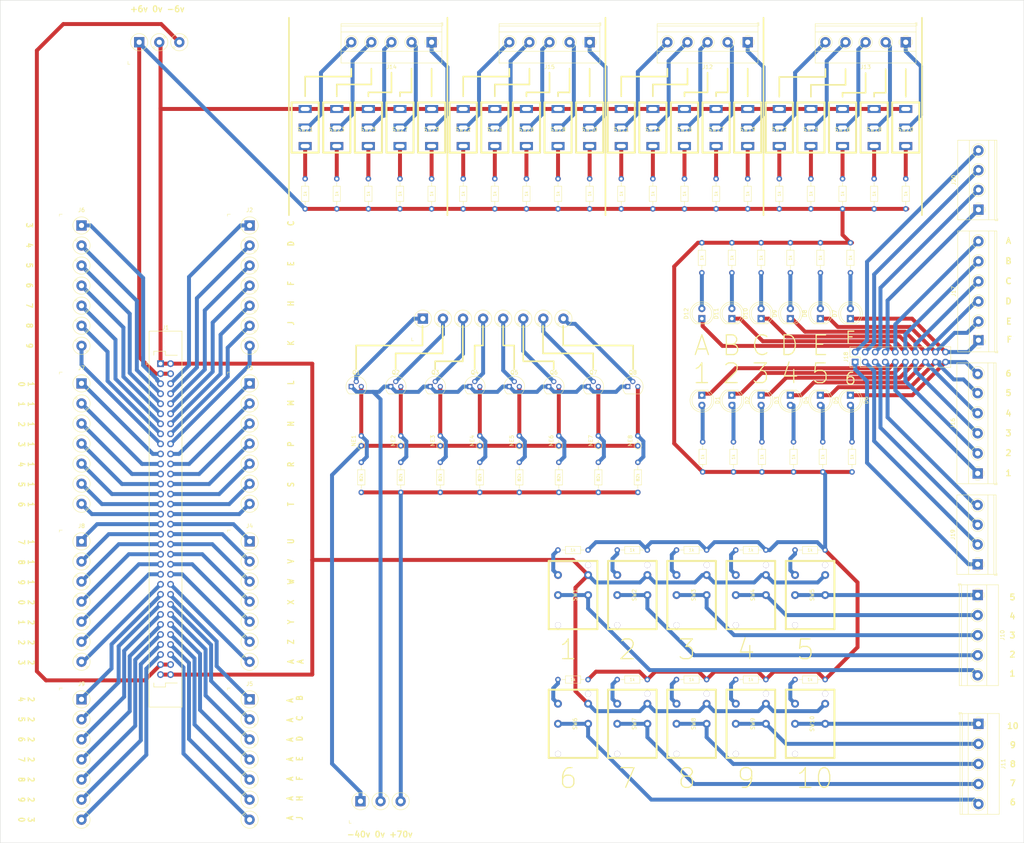
<source format=kicad_pcb>
(kicad_pcb (version 20171130) (host pcbnew "(5.0.0)")
  (layers (0 F.Cu signal) (31 B.Cu signal) (34 B.Paste user) (35 F.Paste user) (36 B.SilkS user) (37 F.SilkS user) (38 B.Mask user) (39 F.Mask user) (44 Edge.Cuts user))
  (net 0 "")
  (net 1 "Net-(D1-Pad2)")
  (net 2 "Net-(D2-Pad2)")
  (net 3 "Net-(D3-Pad2)")
  (net 4 "Net-(D4-Pad2)")
  (net 5 "Net-(D5-Pad2)")
  (net 6 "Net-(D6-Pad2)")
  (net 7 "Net-(D7-Pad2)")
  (net 8 "Net-(D8-Pad2)")
  (net 9 "Net-(D9-Pad2)")
  (net 10 "Net-(D10-Pad2)")
  (net 11 "Net-(D11-Pad2)")
  (net 12 "Net-(D12-Pad2)")
  (net 13 GND)
  (net 14 +6v)
  (net 15 "Net-(J1-Pad3)")
  (net 16 "Net-(J1-PadC)")
  (net 17 "Net-(J1-Pad4)")
  (net 18 "Net-(J1-PadD)")
  (net 19 "Net-(J1-Pad5)")
  (net 20 "Net-(J1-PadE)")
  (net 21 "Net-(J1-Pad6)")
  (net 22 "Net-(J1-PadF)")
  (net 23 "Net-(J1-Pad7)")
  (net 24 "Net-(J1-PadH)")
  (net 25 "Net-(J1-Pad8)")
  (net 26 "Net-(J1-PadJ)")
  (net 27 "Net-(J1-Pad9)")
  (net 28 "Net-(J1-PadK)")
  (net 29 "Net-(J1-Pad10)")
  (net 30 "Net-(J1-PadL)")
  (net 31 "Net-(J1-Pad11)")
  (net 32 "Net-(J1-PadM)")
  (net 33 "Net-(J1-Pad12)")
  (net 34 "Net-(J1-PadN)")
  (net 35 "Net-(J1-Pad13)")
  (net 36 "Net-(J1-PadP)")
  (net 37 "Net-(J1-Pad14)")
  (net 38 "Net-(J1-PadR)")
  (net 39 "Net-(J1-Pad15)")
  (net 40 "Net-(J1-PadS)")
  (net 41 "Net-(J1-Pad16)")
  (net 42 "Net-(J1-PadT)")
  (net 43 "Net-(J1-Pad17)")
  (net 44 "Net-(J1-PadU)")
  (net 45 "Net-(J1-Pad18)")
  (net 46 "Net-(J1-PadV)")
  (net 47 "Net-(J1-Pad19)")
  (net 48 "Net-(J1-PadW)")
  (net 49 "Net-(J1-Pad20)")
  (net 50 "Net-(J1-PadX)")
  (net 51 "Net-(J1-Pad21)")
  (net 52 "Net-(J1-PadY)")
  (net 53 "Net-(J1-Pad22)")
  (net 54 "Net-(J1-PadZ)")
  (net 55 "Net-(J1-Pad23)")
  (net 56 "Net-(J1-PadAA)")
  (net 57 "Net-(J1-Pad24)")
  (net 58 "Net-(J1-PadAB)")
  (net 59 "Net-(J1-Pad25)")
  (net 60 "Net-(J1-PadAC)")
  (net 61 "Net-(J1-Pad26)")
  (net 62 "Net-(J1-PadAD)")
  (net 63 "Net-(J1-Pad27)")
  (net 64 "Net-(J1-PadAE)")
  (net 65 "Net-(J1-Pad28)")
  (net 66 "Net-(J1-PadAF)")
  (net 67 "Net-(J1-Pad29)")
  (net 68 "Net-(J1-PadAH)")
  (net 69 "Net-(J1-Pad30)")
  (net 70 "Net-(J1-PadAJ)")
  (net 71 "Net-(R1-Pad2)")
  (net 72 "Net-(R2-Pad2)")
  (net 73 "Net-(R3-Pad2)")
  (net 74 "Net-(R4-Pad2)")
  (net 75 "Net-(R5-Pad2)")
  (net 76 "Net-(R6-Pad2)")
  (net 77 "Net-(R7-Pad2)")
  (net 78 "Net-(R8-Pad2)")
  (net 79 "Net-(R9-Pad2)")
  (net 80 "Net-(R10-Pad2)")
  (net 81 "Net-(R11-Pad2)")
  (net 82 "Net-(R12-Pad2)")
  (net 83 "Net-(R13-Pad2)")
  (net 84 "Net-(R14-Pad2)")
  (net 85 "Net-(R15-Pad2)")
  (net 86 "Net-(R16-Pad2)")
  (net 87 "Net-(R17-Pad2)")
  (net 88 "Net-(R18-Pad2)")
  (net 89 "Net-(R19-Pad2)")
  (net 90 "Net-(R20-Pad2)")
  (net 91 "Net-(R21-Pad2)")
  (net 92 "Net-(R22-Pad2)")
  (net 93 "Net-(R23-Pad2)")
  (net 94 "Net-(R24-Pad2)")
  (net 95 "Net-(R25-Pad2)")
  (net 96 "Net-(R26-Pad2)")
  (net 97 "Net-(R27-Pad2)")
  (net 98 "Net-(R28-Pad2)")
  (net 99 "Net-(R29-Pad2)")
  (net 100 "Net-(R30-Pad2)")
  (net 101 "Net-(D1-Pad1)")
  (net 102 "Net-(D2-Pad1)")
  (net 103 "Net-(D3-Pad1)")
  (net 104 "Net-(D4-Pad1)")
  (net 105 "Net-(D5-Pad1)")
  (net 106 "Net-(D6-Pad1)")
  (net 107 "Net-(D7-Pad1)")
  (net 108 "Net-(D8-Pad1)")
  (net 109 "Net-(D9-Pad1)")
  (net 110 "Net-(D10-Pad1)")
  (net 111 "Net-(D11-Pad1)")
  (net 112 "Net-(D12-Pad1)")
  (net 113 "Net-(J10-Pad5)")
  (net 114 "Net-(J10-Pad4)")
  (net 115 "Net-(J10-Pad3)")
  (net 116 "Net-(J10-Pad2)")
  (net 117 "Net-(J10-Pad1)")
  (net 118 "Net-(J11-Pad1)")
  (net 119 "Net-(J11-Pad2)")
  (net 120 "Net-(J11-Pad3)")
  (net 121 "Net-(J11-Pad4)")
  (net 122 "Net-(J11-Pad5)")
  (net 123 "Net-(J12-Pad5)")
  (net 124 "Net-(J12-Pad4)")
  (net 125 "Net-(J12-Pad3)")
  (net 126 "Net-(J12-Pad2)")
  (net 127 "Net-(J12-Pad1)")
  (net 128 "Net-(J13-Pad5)")
  (net 129 "Net-(J13-Pad4)")
  (net 130 "Net-(J13-Pad3)")
  (net 131 "Net-(J13-Pad2)")
  (net 132 "Net-(J13-Pad1)")
  (net 133 "Net-(J14-Pad1)")
  (net 134 "Net-(J14-Pad2)")
  (net 135 "Net-(J14-Pad3)")
  (net 136 "Net-(J14-Pad4)")
  (net 137 "Net-(J14-Pad5)")
  (net 138 "Net-(J15-Pad1)")
  (net 139 "Net-(J15-Pad2)")
  (net 140 "Net-(J15-Pad3)")
  (net 141 "Net-(J15-Pad4)")
  (net 142 "Net-(J15-Pad5)")
  (net 143 "Net-(J18-Pad1)")
  (net 144 "Net-(J18-Pad2)")
  (net 145 "Net-(J18-Pad3)")
  (net 146 "Net-(J18-Pad4)")
  (net 147 "Net-(J18-Pad5)")
  (net 148 "Net-(J18-Pad6)")
  (net 149 "Net-(J18-Pad7)")
  (net 150 "Net-(J18-Pad8)")
  (net 151 "Net-(J21-Pad1)")
  (net 152 "Net-(J21-Pad2)")
  (net 153 "Net-(J21-Pad3)")
  (net 154 "Net-(J21-Pad4)")
  (net 155 "Net-(J21-Pad5)")
  (net 156 "Net-(J21-Pad6)")
  (net 157 "Net-(J21-Pad7)")
  (net 158 "Net-(J21-Pad8)")
  (net 159 +70v)
  (net 160 0v)
  (net 161 -40v)
  (net 162 "Net-(NE1-Pad2)")
  (net 163 "Net-(NE2-Pad2)")
  (net 164 "Net-(NE3-Pad2)")
  (net 165 "Net-(NE4-Pad2)")
  (net 166 "Net-(NE5-Pad2)")
  (net 167 "Net-(NE6-Pad2)")
  (net 168 "Net-(NE7-Pad2)")
  (net 169 "Net-(NE8-Pad2)")
  (net 170 -6v)
  (module ELLIOTT:KeyPush (layer F.Cu) (at 228.8 186.2 90)
    (fp_text reference SW1 (at 0 0.5 90) (layer F.SilkS))
    (fp_text value ~)
    (pad 2 thru_hole circle (at 0 -3.81 90) (size 2 2) (drill 1) (layers *.Cu *.Mask) (net 113 "Net-(J10-Pad5)"))
    (pad 2 thru_hole circle (at 0 3.81 90) (size 2 2) (drill 1) (layers *.Cu *.Mask) (net 113 "Net-(J10-Pad5)"))
    (pad 1 thru_hole circle (at 5.08 -3.81 90) (size 2 2) (drill 1) (layers *.Cu *.Mask) (net 71 "Net-(R1-Pad2)"))
    (pad 3 thru_hole circle (at 5.08 3.81 90) (size 2 2) (drill 1) (layers *.Cu *.Mask) (net 13 GND))
    (pad "" thru_hole circle (at -7.62 -3.81 90) (size 1.5 1.5) (drill 1.5) (layers *.Cu *.Mask))
    (pad "" thru_hole circle (at 7.62 3.81 90) (size 1.5 1.5) (drill 1.5) (layers *.Cu *.Mask))
  )
  (module ELLIOTT:KeyPush (layer F.Cu) (at 243.8 186.2 90)
    (fp_text reference SW2 (at 0 0.5 90) (layer F.SilkS))
    (fp_text value ~)
    (pad 2 thru_hole circle (at 0 -3.81 90) (size 2 2) (drill 1) (layers *.Cu *.Mask) (net 114 "Net-(J10-Pad4)"))
    (pad 2 thru_hole circle (at 0 3.81 90) (size 2 2) (drill 1) (layers *.Cu *.Mask) (net 114 "Net-(J10-Pad4)"))
    (pad 1 thru_hole circle (at 5.08 -3.81 90) (size 2 2) (drill 1) (layers *.Cu *.Mask) (net 72 "Net-(R2-Pad2)"))
    (pad 3 thru_hole circle (at 5.08 3.81 90) (size 2 2) (drill 1) (layers *.Cu *.Mask) (net 13 GND))
    (pad "" thru_hole circle (at -7.62 -3.81 90) (size 1.5 1.5) (drill 1.5) (layers *.Cu *.Mask))
    (pad "" thru_hole circle (at 7.62 3.81 90) (size 1.5 1.5) (drill 1.5) (layers *.Cu *.Mask))
  )
  (module ELLIOTT:KeyPush (layer F.Cu) (at 258.8 186.2 90)
    (fp_text reference SW3 (at 0 0.5 90) (layer F.SilkS))
    (fp_text value ~)
    (pad 2 thru_hole circle (at 0 -3.81 90) (size 2 2) (drill 1) (layers *.Cu *.Mask) (net 115 "Net-(J10-Pad3)"))
    (pad 2 thru_hole circle (at 0 3.81 90) (size 2 2) (drill 1) (layers *.Cu *.Mask) (net 115 "Net-(J10-Pad3)"))
    (pad 1 thru_hole circle (at 5.08 -3.81 90) (size 2 2) (drill 1) (layers *.Cu *.Mask) (net 73 "Net-(R3-Pad2)"))
    (pad 3 thru_hole circle (at 5.08 3.81 90) (size 2 2) (drill 1) (layers *.Cu *.Mask) (net 13 GND))
    (pad "" thru_hole circle (at -7.62 -3.81 90) (size 1.5 1.5) (drill 1.5) (layers *.Cu *.Mask))
    (pad "" thru_hole circle (at 7.62 3.81 90) (size 1.5 1.5) (drill 1.5) (layers *.Cu *.Mask))
  )
  (module ELLIOTT:KeyPush (layer F.Cu) (at 273.8 186.2 90)
    (fp_text reference SW4 (at 0 0.5 90) (layer F.SilkS))
    (fp_text value ~)
    (pad 2 thru_hole circle (at 0 -3.81 90) (size 2 2) (drill 1) (layers *.Cu *.Mask) (net 116 "Net-(J10-Pad2)"))
    (pad 2 thru_hole circle (at 0 3.81 90) (size 2 2) (drill 1) (layers *.Cu *.Mask) (net 116 "Net-(J10-Pad2)"))
    (pad 1 thru_hole circle (at 5.08 -3.81 90) (size 2 2) (drill 1) (layers *.Cu *.Mask) (net 74 "Net-(R4-Pad2)"))
    (pad 3 thru_hole circle (at 5.08 3.81 90) (size 2 2) (drill 1) (layers *.Cu *.Mask) (net 13 GND))
    (pad "" thru_hole circle (at -7.62 -3.81 90) (size 1.5 1.5) (drill 1.5) (layers *.Cu *.Mask))
    (pad "" thru_hole circle (at 7.62 3.81 90) (size 1.5 1.5) (drill 1.5) (layers *.Cu *.Mask))
  )
  (module ELLIOTT:KeyPush (layer F.Cu) (at 288.8 186.2 90)
    (fp_text reference SW5 (at 0 0.5 90) (layer F.SilkS))
    (fp_text value ~)
    (pad 2 thru_hole circle (at 0 -3.81 90) (size 2 2) (drill 1) (layers *.Cu *.Mask) (net 117 "Net-(J10-Pad1)"))
    (pad 2 thru_hole circle (at 0 3.81 90) (size 2 2) (drill 1) (layers *.Cu *.Mask) (net 117 "Net-(J10-Pad1)"))
    (pad 1 thru_hole circle (at 5.08 -3.81 90) (size 2 2) (drill 1) (layers *.Cu *.Mask) (net 75 "Net-(R5-Pad2)"))
    (pad 3 thru_hole circle (at 5.08 3.81 90) (size 2 2) (drill 1) (layers *.Cu *.Mask) (net 13 GND))
    (pad "" thru_hole circle (at -7.62 -3.81 90) (size 1.5 1.5) (drill 1.5) (layers *.Cu *.Mask))
    (pad "" thru_hole circle (at 7.62 3.81 90) (size 1.5 1.5) (drill 1.5) (layers *.Cu *.Mask))
  )
  (module ELLIOTT:KeyPush (layer F.Cu) (at 228.8 218.8 90)
    (fp_text reference SW6 (at 0 0.5 90) (layer F.SilkS))
    (fp_text value ~)
    (pad 2 thru_hole circle (at 0 -3.81 90) (size 2 2) (drill 1) (layers *.Cu *.Mask) (net 122 "Net-(J11-Pad5)"))
    (pad 2 thru_hole circle (at 0 3.81 90) (size 2 2) (drill 1) (layers *.Cu *.Mask) (net 122 "Net-(J11-Pad5)"))
    (pad 1 thru_hole circle (at 5.08 -3.81 90) (size 2 2) (drill 1) (layers *.Cu *.Mask) (net 76 "Net-(R6-Pad2)"))
    (pad 3 thru_hole circle (at 5.08 3.81 90) (size 2 2) (drill 1) (layers *.Cu *.Mask) (net 13 GND))
    (pad "" thru_hole circle (at -7.62 -3.81 90) (size 1.5 1.5) (drill 1.5) (layers *.Cu *.Mask))
    (pad "" thru_hole circle (at 7.62 3.81 90) (size 1.5 1.5) (drill 1.5) (layers *.Cu *.Mask))
  )
  (module ELLIOTT:KeyPush (layer F.Cu) (at 243.8 218.8 90)
    (fp_text reference SW7 (at 0 0.5 90) (layer F.SilkS))
    (fp_text value ~)
    (pad 2 thru_hole circle (at 0 -3.81 90) (size 2 2) (drill 1) (layers *.Cu *.Mask) (net 121 "Net-(J11-Pad4)"))
    (pad 2 thru_hole circle (at 0 3.81 90) (size 2 2) (drill 1) (layers *.Cu *.Mask) (net 121 "Net-(J11-Pad4)"))
    (pad 1 thru_hole circle (at 5.08 -3.81 90) (size 2 2) (drill 1) (layers *.Cu *.Mask) (net 77 "Net-(R7-Pad2)"))
    (pad 3 thru_hole circle (at 5.08 3.81 90) (size 2 2) (drill 1) (layers *.Cu *.Mask) (net 13 GND))
    (pad "" thru_hole circle (at -7.62 -3.81 90) (size 1.5 1.5) (drill 1.5) (layers *.Cu *.Mask))
    (pad "" thru_hole circle (at 7.62 3.81 90) (size 1.5 1.5) (drill 1.5) (layers *.Cu *.Mask))
  )
  (module ELLIOTT:KeyPush (layer F.Cu) (at 258.8 218.8 90)
    (fp_text reference SW8 (at 0 0.5 90) (layer F.SilkS))
    (fp_text value ~)
    (pad 2 thru_hole circle (at 0 -3.81 90) (size 2 2) (drill 1) (layers *.Cu *.Mask) (net 120 "Net-(J11-Pad3)"))
    (pad 2 thru_hole circle (at 0 3.81 90) (size 2 2) (drill 1) (layers *.Cu *.Mask) (net 120 "Net-(J11-Pad3)"))
    (pad 1 thru_hole circle (at 5.08 -3.81 90) (size 2 2) (drill 1) (layers *.Cu *.Mask) (net 78 "Net-(R8-Pad2)"))
    (pad 3 thru_hole circle (at 5.08 3.81 90) (size 2 2) (drill 1) (layers *.Cu *.Mask) (net 13 GND))
    (pad "" thru_hole circle (at -7.62 -3.81 90) (size 1.5 1.5) (drill 1.5) (layers *.Cu *.Mask))
    (pad "" thru_hole circle (at 7.62 3.81 90) (size 1.5 1.5) (drill 1.5) (layers *.Cu *.Mask))
  )
  (module ELLIOTT:KeyPush (layer F.Cu) (at 273.8 218.8 90)
    (fp_text reference SW9 (at 0 0.5 90) (layer F.SilkS))
    (fp_text value ~)
    (pad 2 thru_hole circle (at 0 -3.81 90) (size 2 2) (drill 1) (layers *.Cu *.Mask) (net 119 "Net-(J11-Pad2)"))
    (pad 2 thru_hole circle (at 0 3.81 90) (size 2 2) (drill 1) (layers *.Cu *.Mask) (net 119 "Net-(J11-Pad2)"))
    (pad 1 thru_hole circle (at 5.08 -3.81 90) (size 2 2) (drill 1) (layers *.Cu *.Mask) (net 79 "Net-(R9-Pad2)"))
    (pad 3 thru_hole circle (at 5.08 3.81 90) (size 2 2) (drill 1) (layers *.Cu *.Mask) (net 13 GND))
    (pad "" thru_hole circle (at -7.62 -3.81 90) (size 1.5 1.5) (drill 1.5) (layers *.Cu *.Mask))
    (pad "" thru_hole circle (at 7.62 3.81 90) (size 1.5 1.5) (drill 1.5) (layers *.Cu *.Mask))
  )
  (module ELLIOTT:KeyPush (layer F.Cu) (at 288.8 218.8 90)
    (fp_text reference SW10 (at 0 0.5 90) (layer F.SilkS))
    (fp_text value ~)
    (pad 2 thru_hole circle (at 0 -3.81 90) (size 2 2) (drill 1) (layers *.Cu *.Mask) (net 118 "Net-(J11-Pad1)"))
    (pad 2 thru_hole circle (at 0 3.81 90) (size 2 2) (drill 1) (layers *.Cu *.Mask) (net 118 "Net-(J11-Pad1)"))
    (pad 1 thru_hole circle (at 5.08 -3.81 90) (size 2 2) (drill 1) (layers *.Cu *.Mask) (net 80 "Net-(R10-Pad2)"))
    (pad 3 thru_hole circle (at 5.08 3.81 90) (size 2 2) (drill 1) (layers *.Cu *.Mask) (net 13 GND))
    (pad "" thru_hole circle (at -7.62 -3.81 90) (size 1.5 1.5) (drill 1.5) (layers *.Cu *.Mask))
    (pad "" thru_hole circle (at 7.62 3.81 90) (size 1.5 1.5) (drill 1.5) (layers *.Cu *.Mask))
  )
  (module ELLIOTT:TerminalBlock_5.08_1x08 (layer F.Cu) (at 190.8 116.2)
    (fp_text reference J21 hide)
    (fp_text value ~)
    (pad 1 thru_hole rect (at 0 0) (size 2.6 2.6) (drill 1.3) (layers *.Cu *.Mask) (net 151 "Net-(J21-Pad1)"))
    (pad 2 thru_hole circle (at 5.08 0) (size 2.6 2.6) (drill 1.3) (layers *.Cu *.Mask) (net 152 "Net-(J21-Pad2)"))
    (pad 3 thru_hole circle (at 10.16 0) (size 2.6 2.6) (drill 1.3) (layers *.Cu *.Mask) (net 153 "Net-(J21-Pad3)"))
    (pad 4 thru_hole circle (at 15.24 0) (size 2.6 2.6) (drill 1.3) (layers *.Cu *.Mask) (net 154 "Net-(J21-Pad4)"))
    (pad 5 thru_hole circle (at 20.32 0) (size 2.6 2.6) (drill 1.3) (layers *.Cu *.Mask) (net 155 "Net-(J21-Pad5)"))
    (pad 6 thru_hole circle (at 25.4 0) (size 2.6 2.6) (drill 1.3) (layers *.Cu *.Mask) (net 156 "Net-(J21-Pad6)"))
    (pad 7 thru_hole circle (at 30.48 0) (size 2.6 2.6) (drill 1.3) (layers *.Cu *.Mask) (net 157 "Net-(J21-Pad7)"))
    (pad 8 thru_hole circle (at 35.56 0) (size 2.6 2.6) (drill 1.3) (layers *.Cu *.Mask) (net 158 "Net-(J21-Pad8)"))
  )
  (module Connector_PinHeader_2.54mm:PinHeader_2x10_P2.54mm_Vertical (layer F.Cu) (at 300.2 127.2 90)
    (fp_text reference J18 (at 1.27 -2.33 90) (layer F.SilkS))
    (fp_text value ~)
    (pad 20 thru_hole oval (at 2.54 22.86 90) (size 1.7 1.7) (drill 1) (layers *.Cu *.Mask) (net 107 "Net-(D7-Pad1)"))
    (pad 19 thru_hole oval (at 0 22.86 90) (size 1.7 1.7) (drill 1) (layers *.Cu *.Mask) (net 106 "Net-(D6-Pad1)"))
    (pad 18 thru_hole oval (at 2.54 20.32 90) (size 1.7 1.7) (drill 1) (layers *.Cu *.Mask) (net 108 "Net-(D8-Pad1)"))
    (pad 17 thru_hole oval (at 0 20.32 90) (size 1.7 1.7) (drill 1) (layers *.Cu *.Mask) (net 105 "Net-(D5-Pad1)"))
    (pad 16 thru_hole oval (at 2.54 17.78 90) (size 1.7 1.7) (drill 1) (layers *.Cu *.Mask) (net 109 "Net-(D9-Pad1)"))
    (pad 15 thru_hole oval (at 0 17.78 90) (size 1.7 1.7) (drill 1) (layers *.Cu *.Mask) (net 104 "Net-(D4-Pad1)"))
    (pad 14 thru_hole oval (at 2.54 15.24 90) (size 1.7 1.7) (drill 1) (layers *.Cu *.Mask) (net 110 "Net-(D10-Pad1)"))
    (pad 13 thru_hole oval (at 0 15.24 90) (size 1.7 1.7) (drill 1) (layers *.Cu *.Mask) (net 103 "Net-(D3-Pad1)"))
    (pad 12 thru_hole oval (at 2.54 12.7 90) (size 1.7 1.7) (drill 1) (layers *.Cu *.Mask) (net 111 "Net-(D11-Pad1)"))
    (pad 11 thru_hole oval (at 0 12.7 90) (size 1.7 1.7) (drill 1) (layers *.Cu *.Mask) (net 102 "Net-(D2-Pad1)"))
    (pad 10 thru_hole oval (at 2.54 10.16 90) (size 1.7 1.7) (drill 1) (layers *.Cu *.Mask) (net 112 "Net-(D12-Pad1)"))
    (pad 9 thru_hole oval (at 0 10.16 90) (size 1.7 1.7) (drill 1) (layers *.Cu *.Mask) (net 101 "Net-(D1-Pad1)"))
    (pad 8 thru_hole oval (at 2.54 7.62 90) (size 1.7 1.7) (drill 1) (layers *.Cu *.Mask) (net 150 "Net-(J18-Pad8)"))
    (pad 7 thru_hole oval (at 0 7.62 90) (size 1.7 1.7) (drill 1) (layers *.Cu *.Mask) (net 149 "Net-(J18-Pad7)"))
    (pad 6 thru_hole oval (at 2.54 5.08 90) (size 1.7 1.7) (drill 1) (layers *.Cu *.Mask) (net 148 "Net-(J18-Pad6)"))
    (pad 5 thru_hole oval (at 0 5.08 90) (size 1.7 1.7) (drill 1) (layers *.Cu *.Mask) (net 147 "Net-(J18-Pad5)"))
    (pad 4 thru_hole oval (at 2.54 2.54 90) (size 1.7 1.7) (drill 1) (layers *.Cu *.Mask) (net 146 "Net-(J18-Pad4)"))
    (pad 3 thru_hole oval (at 0 2.54 90) (size 1.7 1.7) (drill 1) (layers *.Cu *.Mask) (net 145 "Net-(J18-Pad3)"))
    (pad 2 thru_hole oval (at 2.54 0 90) (size 1.7 1.7) (drill 1) (layers *.Cu *.Mask) (net 144 "Net-(J18-Pad2)"))
    (pad 1 thru_hole rect (at 0 0 90) (size 1.7 1.7) (drill 1) (layers *.Cu *.Mask) (net 143 "Net-(J18-Pad1)"))
  )
  (module ELLIOTT:LED_D5.0mm (layer F.Cu) (at 261.4 135.6 270)
    (fp_text reference D1 (at 1.27 -3.96 270) (layer F.SilkS))
    (fp_text value ~)
    (pad 1 thru_hole rect (at 0 0 270) (size 1.8 1.8) (drill 0.9) (layers *.Cu *.Mask) (net 101 "Net-(D1-Pad1)"))
    (pad 2 thru_hole circle (at 2.54 0 270) (size 1.8 1.8) (drill 0.9) (layers *.Cu *.Mask) (net 1 "Net-(D1-Pad2)"))
  )
  (module ELLIOTT:LED_D5.0mm (layer F.Cu) (at 269 135.6 270)
    (fp_text reference D2 (at 1.27 -3.96 270) (layer F.SilkS))
    (fp_text value ~)
    (pad 2 thru_hole circle (at 2.54 0 270) (size 1.8 1.8) (drill 0.9) (layers *.Cu *.Mask) (net 2 "Net-(D2-Pad2)"))
    (pad 1 thru_hole rect (at 0 0 270) (size 1.8 1.8) (drill 0.9) (layers *.Cu *.Mask) (net 102 "Net-(D2-Pad1)"))
  )
  (module ELLIOTT:LED_D5.0mm (layer F.Cu) (at 276.4 135.6 270)
    (fp_text reference D3 (at 1.27 -3.96 270) (layer F.SilkS))
    (fp_text value ~)
    (pad 2 thru_hole circle (at 2.54 0 270) (size 1.8 1.8) (drill 0.9) (layers *.Cu *.Mask) (net 3 "Net-(D3-Pad2)"))
    (pad 1 thru_hole rect (at 0 0 270) (size 1.8 1.8) (drill 0.9) (layers *.Cu *.Mask) (net 103 "Net-(D3-Pad1)"))
  )
  (module ELLIOTT:LED_D5.0mm (layer F.Cu) (at 283.8 135.6 270)
    (fp_text reference D4 (at 1.27 -3.96 270) (layer F.SilkS))
    (fp_text value ~)
    (pad 2 thru_hole circle (at 2.54 0 270) (size 1.8 1.8) (drill 0.9) (layers *.Cu *.Mask) (net 4 "Net-(D4-Pad2)"))
    (pad 1 thru_hole rect (at 0 0 270) (size 1.8 1.8) (drill 0.9) (layers *.Cu *.Mask) (net 104 "Net-(D4-Pad1)"))
  )
  (module ELLIOTT:LED_D5.0mm (layer F.Cu) (at 291.4 135.6 270)
    (fp_text reference D5 (at 1.27 -3.96 270) (layer F.SilkS))
    (fp_text value ~)
    (pad 1 thru_hole rect (at 0 0 270) (size 1.8 1.8) (drill 0.9) (layers *.Cu *.Mask) (net 105 "Net-(D5-Pad1)"))
    (pad 2 thru_hole circle (at 2.54 0 270) (size 1.8 1.8) (drill 0.9) (layers *.Cu *.Mask) (net 5 "Net-(D5-Pad2)"))
  )
  (module ELLIOTT:LED_D5.0mm (layer F.Cu) (at 299 135.6 270)
    (fp_text reference D6 (at 1.27 -3.96 270) (layer F.SilkS))
    (fp_text value ~)
    (pad 1 thru_hole rect (at 0 0 270) (size 1.8 1.8) (drill 0.9) (layers *.Cu *.Mask) (net 106 "Net-(D6-Pad1)"))
    (pad 2 thru_hole circle (at 2.54 0 270) (size 1.8 1.8) (drill 0.9) (layers *.Cu *.Mask) (net 6 "Net-(D6-Pad2)"))
  )
  (module ELLIOTT:LED_D5.0mm (layer F.Cu) (at 299 116.2 90)
    (fp_text reference D7 (at 1.27 -3.96 90) (layer F.SilkS))
    (fp_text value ~)
    (pad 2 thru_hole circle (at 2.54 0 90) (size 1.8 1.8) (drill 0.9) (layers *.Cu *.Mask) (net 7 "Net-(D7-Pad2)"))
    (pad 1 thru_hole rect (at 0 0 90) (size 1.8 1.8) (drill 0.9) (layers *.Cu *.Mask) (net 107 "Net-(D7-Pad1)"))
  )
  (module ELLIOTT:LED_D5.0mm (layer F.Cu) (at 291.4 116.2 90)
    (fp_text reference D8 (at 1.27 -3.96 90) (layer F.SilkS))
    (fp_text value ~)
    (pad 1 thru_hole rect (at 0 0 90) (size 1.8 1.8) (drill 0.9) (layers *.Cu *.Mask) (net 108 "Net-(D8-Pad1)"))
    (pad 2 thru_hole circle (at 2.54 0 90) (size 1.8 1.8) (drill 0.9) (layers *.Cu *.Mask) (net 8 "Net-(D8-Pad2)"))
  )
  (module ELLIOTT:LED_D5.0mm (layer F.Cu) (at 283.8 116.2 90)
    (fp_text reference D9 (at 1.27 -3.96 90) (layer F.SilkS))
    (fp_text value ~)
    (pad 1 thru_hole rect (at 0 0 90) (size 1.8 1.8) (drill 0.9) (layers *.Cu *.Mask) (net 109 "Net-(D9-Pad1)"))
    (pad 2 thru_hole circle (at 2.54 0 90) (size 1.8 1.8) (drill 0.9) (layers *.Cu *.Mask) (net 9 "Net-(D9-Pad2)"))
  )
  (module ELLIOTT:LED_D5.0mm (layer F.Cu) (at 276.4 116.2 90)
    (fp_text reference D10 (at 1.27 -3.96 90) (layer F.SilkS))
    (fp_text value ~)
    (pad 2 thru_hole circle (at 2.54 0 90) (size 1.8 1.8) (drill 0.9) (layers *.Cu *.Mask) (net 10 "Net-(D10-Pad2)"))
    (pad 1 thru_hole rect (at 0 0 90) (size 1.8 1.8) (drill 0.9) (layers *.Cu *.Mask) (net 110 "Net-(D10-Pad1)"))
  )
  (module ELLIOTT:LED_D5.0mm (layer F.Cu) (at 269 116.2 90)
    (fp_text reference D11 (at 1.27 -3.96 90) (layer F.SilkS))
    (fp_text value ~)
    (pad 1 thru_hole rect (at 0 0 90) (size 1.8 1.8) (drill 0.9) (layers *.Cu *.Mask) (net 111 "Net-(D11-Pad1)"))
    (pad 2 thru_hole circle (at 2.54 0 90) (size 1.8 1.8) (drill 0.9) (layers *.Cu *.Mask) (net 11 "Net-(D11-Pad2)"))
  )
  (module ELLIOTT:LED_D5.0mm (layer F.Cu) (at 261.4 116.2 90)
    (fp_text reference D12 (at 1.27 -3.96 90) (layer F.SilkS))
    (fp_text value ~)
    (pad 2 thru_hole circle (at 2.54 0 90) (size 1.8 1.8) (drill 0.9) (layers *.Cu *.Mask) (net 12 "Net-(D12-Pad2)"))
    (pad 1 thru_hole rect (at 0 0 90) (size 1.8 1.8) (drill 0.9) (layers *.Cu *.Mask) (net 112 "Net-(D12-Pad1)"))
  )
  (module ELLIOTT:TerminalBlock_5.08_1x03 (layer F.Cu) (at 119 46.2)
    (fp_text reference J0 hide)
    (fp_text value Conn_01x03)
    (pad 3 thru_hole circle (at 10.16 0) (size 2.6 2.6) (drill 1.3) (layers *.Cu *.Mask) (net 170 -6v))
    (pad 2 thru_hole circle (at 5.08 0) (size 2.6 2.6) (drill 1.3) (layers *.Cu *.Mask) (net 13 GND))
    (pad 1 thru_hole rect (at 0 0) (size 2.6 2.6) (drill 1.3) (layers *.Cu *.Mask) (net 14 +6v))
  )
  (module ELLIOTT:DIN41612_B_2x32_Vertical (layer F.Cu) (at 124.4 127.6)
    (fp_text reference J1 (at 1.27 -9.13) (layer F.SilkS))
    (fp_text value ~)
    (pad 1 thru_hole rect (at 0 0) (size 1.7 1.7) (drill 1) (layers *.Cu *.Mask) (net 13 GND))
    (pad A thru_hole circle (at 2.54 0) (size 1.7 1.7) (drill 1) (layers *.Cu *.Mask) (net 13 GND))
    (pad 2 thru_hole circle (at 0 2.54) (size 1.7 1.7) (drill 1) (layers *.Cu *.Mask) (net 14 +6v))
    (pad B thru_hole circle (at 2.54 2.54) (size 1.7 1.7) (drill 1) (layers *.Cu *.Mask) (net 14 +6v))
    (pad 3 thru_hole circle (at 0 5.08) (size 1.7 1.7) (drill 1) (layers *.Cu *.Mask) (net 15 "Net-(J1-Pad3)"))
    (pad C thru_hole circle (at 2.54 5.08) (size 1.7 1.7) (drill 1) (layers *.Cu *.Mask) (net 16 "Net-(J1-PadC)"))
    (pad 4 thru_hole circle (at 0 7.62) (size 1.7 1.7) (drill 1) (layers *.Cu *.Mask) (net 17 "Net-(J1-Pad4)"))
    (pad D thru_hole circle (at 2.54 7.62) (size 1.7 1.7) (drill 1) (layers *.Cu *.Mask) (net 18 "Net-(J1-PadD)"))
    (pad 5 thru_hole circle (at 0 10.16) (size 1.7 1.7) (drill 1) (layers *.Cu *.Mask) (net 19 "Net-(J1-Pad5)"))
    (pad E thru_hole circle (at 2.54 10.16) (size 1.7 1.7) (drill 1) (layers *.Cu *.Mask) (net 20 "Net-(J1-PadE)"))
    (pad 6 thru_hole circle (at 0 12.7) (size 1.7 1.7) (drill 1) (layers *.Cu *.Mask) (net 21 "Net-(J1-Pad6)"))
    (pad F thru_hole circle (at 2.54 12.7) (size 1.7 1.7) (drill 1) (layers *.Cu *.Mask) (net 22 "Net-(J1-PadF)"))
    (pad 7 thru_hole circle (at 0 15.24) (size 1.7 1.7) (drill 1) (layers *.Cu *.Mask) (net 23 "Net-(J1-Pad7)"))
    (pad H thru_hole circle (at 2.54 15.24) (size 1.7 1.7) (drill 1) (layers *.Cu *.Mask) (net 24 "Net-(J1-PadH)"))
    (pad 8 thru_hole circle (at 0 17.78) (size 1.7 1.7) (drill 1) (layers *.Cu *.Mask) (net 25 "Net-(J1-Pad8)"))
    (pad J thru_hole circle (at 2.54 17.78) (size 1.7 1.7) (drill 1) (layers *.Cu *.Mask) (net 26 "Net-(J1-PadJ)"))
    (pad 9 thru_hole circle (at 0 20.32) (size 1.7 1.7) (drill 1) (layers *.Cu *.Mask) (net 27 "Net-(J1-Pad9)"))
    (pad K thru_hole circle (at 2.54 20.32) (size 1.7 1.7) (drill 1) (layers *.Cu *.Mask) (net 28 "Net-(J1-PadK)"))
    (pad 10 thru_hole circle (at 0 22.86) (size 1.7 1.7) (drill 1) (layers *.Cu *.Mask) (net 29 "Net-(J1-Pad10)"))
    (pad L thru_hole circle (at 2.54 22.86) (size 1.7 1.7) (drill 1) (layers *.Cu *.Mask) (net 30 "Net-(J1-PadL)"))
    (pad 11 thru_hole circle (at 0 25.4) (size 1.7 1.7) (drill 1) (layers *.Cu *.Mask) (net 31 "Net-(J1-Pad11)"))
    (pad M thru_hole circle (at 2.54 25.4) (size 1.7 1.7) (drill 1) (layers *.Cu *.Mask) (net 32 "Net-(J1-PadM)"))
    (pad 12 thru_hole circle (at 0 27.94) (size 1.7 1.7) (drill 1) (layers *.Cu *.Mask) (net 33 "Net-(J1-Pad12)"))
    (pad N thru_hole circle (at 2.54 27.94) (size 1.7 1.7) (drill 1) (layers *.Cu *.Mask) (net 34 "Net-(J1-PadN)"))
    (pad 13 thru_hole circle (at 0 30.48) (size 1.7 1.7) (drill 1) (layers *.Cu *.Mask) (net 35 "Net-(J1-Pad13)"))
    (pad P thru_hole circle (at 2.54 30.48) (size 1.7 1.7) (drill 1) (layers *.Cu *.Mask) (net 36 "Net-(J1-PadP)"))
    (pad 14 thru_hole circle (at 0 33.02) (size 1.7 1.7) (drill 1) (layers *.Cu *.Mask) (net 37 "Net-(J1-Pad14)"))
    (pad R thru_hole circle (at 2.54 33.02) (size 1.7 1.7) (drill 1) (layers *.Cu *.Mask) (net 38 "Net-(J1-PadR)"))
    (pad 15 thru_hole circle (at 0 35.56) (size 1.7 1.7) (drill 1) (layers *.Cu *.Mask) (net 39 "Net-(J1-Pad15)"))
    (pad S thru_hole circle (at 2.54 35.56) (size 1.7 1.7) (drill 1) (layers *.Cu *.Mask) (net 40 "Net-(J1-PadS)"))
    (pad 16 thru_hole circle (at 0 38.1) (size 1.7 1.7) (drill 1) (layers *.Cu *.Mask) (net 41 "Net-(J1-Pad16)"))
    (pad T thru_hole circle (at 2.54 38.1) (size 1.7 1.7) (drill 1) (layers *.Cu *.Mask) (net 42 "Net-(J1-PadT)"))
    (pad 17 thru_hole circle (at 0 40.64) (size 1.7 1.7) (drill 1) (layers *.Cu *.Mask) (net 43 "Net-(J1-Pad17)"))
    (pad U thru_hole circle (at 2.54 40.64) (size 1.7 1.7) (drill 1) (layers *.Cu *.Mask) (net 44 "Net-(J1-PadU)"))
    (pad 18 thru_hole circle (at 0 43.18) (size 1.7 1.7) (drill 1) (layers *.Cu *.Mask) (net 45 "Net-(J1-Pad18)"))
    (pad V thru_hole circle (at 2.54 43.18) (size 1.7 1.7) (drill 1) (layers *.Cu *.Mask) (net 46 "Net-(J1-PadV)"))
    (pad 19 thru_hole circle (at 0 45.72) (size 1.7 1.7) (drill 1) (layers *.Cu *.Mask) (net 47 "Net-(J1-Pad19)"))
    (pad W thru_hole circle (at 2.54 45.72) (size 1.7 1.7) (drill 1) (layers *.Cu *.Mask) (net 48 "Net-(J1-PadW)"))
    (pad 20 thru_hole circle (at 0 48.26) (size 1.7 1.7) (drill 1) (layers *.Cu *.Mask) (net 49 "Net-(J1-Pad20)"))
    (pad X thru_hole circle (at 2.54 48.26) (size 1.7 1.7) (drill 1) (layers *.Cu *.Mask) (net 50 "Net-(J1-PadX)"))
    (pad 21 thru_hole circle (at 0 50.8) (size 1.7 1.7) (drill 1) (layers *.Cu *.Mask) (net 51 "Net-(J1-Pad21)"))
    (pad Y thru_hole circle (at 2.54 50.8) (size 1.7 1.7) (drill 1) (layers *.Cu *.Mask) (net 52 "Net-(J1-PadY)"))
    (pad 22 thru_hole circle (at 0 53.34) (size 1.7 1.7) (drill 1) (layers *.Cu *.Mask) (net 53 "Net-(J1-Pad22)"))
    (pad Z thru_hole circle (at 2.54 53.34) (size 1.7 1.7) (drill 1) (layers *.Cu *.Mask) (net 54 "Net-(J1-PadZ)"))
    (pad 23 thru_hole circle (at 0 55.88) (size 1.7 1.7) (drill 1) (layers *.Cu *.Mask) (net 55 "Net-(J1-Pad23)"))
    (pad AA thru_hole circle (at 2.54 55.88) (size 1.7 1.7) (drill 1) (layers *.Cu *.Mask) (net 56 "Net-(J1-PadAA)"))
    (pad 24 thru_hole circle (at 0 58.42) (size 1.7 1.7) (drill 1) (layers *.Cu *.Mask) (net 57 "Net-(J1-Pad24)"))
    (pad AB thru_hole circle (at 2.54 58.42) (size 1.7 1.7) (drill 1) (layers *.Cu *.Mask) (net 58 "Net-(J1-PadAB)"))
    (pad 25 thru_hole circle (at 0 60.96) (size 1.7 1.7) (drill 1) (layers *.Cu *.Mask) (net 59 "Net-(J1-Pad25)"))
    (pad AC thru_hole circle (at 2.54 60.96) (size 1.7 1.7) (drill 1) (layers *.Cu *.Mask) (net 60 "Net-(J1-PadAC)"))
    (pad 26 thru_hole circle (at 0 63.5) (size 1.7 1.7) (drill 1) (layers *.Cu *.Mask) (net 61 "Net-(J1-Pad26)"))
    (pad AD thru_hole circle (at 2.54 63.5) (size 1.7 1.7) (drill 1) (layers *.Cu *.Mask) (net 62 "Net-(J1-PadAD)"))
    (pad 27 thru_hole circle (at 0 66.04) (size 1.7 1.7) (drill 1) (layers *.Cu *.Mask) (net 63 "Net-(J1-Pad27)"))
    (pad AE thru_hole circle (at 2.54 66.04) (size 1.7 1.7) (drill 1) (layers *.Cu *.Mask) (net 64 "Net-(J1-PadAE)"))
    (pad 28 thru_hole circle (at 0 68.58) (size 1.7 1.7) (drill 1) (layers *.Cu *.Mask) (net 65 "Net-(J1-Pad28)"))
    (pad AF thru_hole circle (at 2.54 68.58) (size 1.7 1.7) (drill 1) (layers *.Cu *.Mask) (net 66 "Net-(J1-PadAF)"))
    (pad 29 thru_hole circle (at 0 71.12) (size 1.7 1.7) (drill 1) (layers *.Cu *.Mask) (net 67 "Net-(J1-Pad29)"))
    (pad AH thru_hole circle (at 2.54 71.12) (size 1.7 1.7) (drill 1) (layers *.Cu *.Mask) (net 68 "Net-(J1-PadAH)"))
    (pad 30 thru_hole circle (at 0 73.66) (size 1.7 1.7) (drill 1) (layers *.Cu *.Mask) (net 69 "Net-(J1-Pad30)"))
    (pad AJ thru_hole circle (at 2.54 73.66) (size 1.7 1.7) (drill 1) (layers *.Cu *.Mask) (net 70 "Net-(J1-PadAJ)"))
    (pad 31 thru_hole circle (at 0 76.2) (size 1.7 1.7) (drill 1) (layers *.Cu *.Mask) (net 170 -6v))
    (pad AK thru_hole circle (at 2.54 76.2) (size 1.7 1.7) (drill 1) (layers *.Cu *.Mask) (net 170 -6v))
    (pad 32 thru_hole circle (at 0 78.74) (size 1.7 1.7) (drill 1) (layers *.Cu *.Mask) (net 13 GND))
    (pad AL thru_hole circle (at 2.54 78.74) (size 1.7 1.7) (drill 1) (layers *.Cu *.Mask) (net 13 GND))
    (pad "" np_thru_hole circle (at 2.24 -5.63) (size 2.8 2.8) (drill 2.8) (layers *.Cu *.Mask))
    (pad "" np_thru_hole circle (at 2.24 84.37) (size 2.8 2.8) (drill 2.8) (layers *.Cu *.Mask))
  )
  (module ELLIOTT:TerminalBlock_5.08_1x07 (layer F.Cu) (at 146.94 92.6 270)
    (fp_text reference J2 (at -3.9 0) (layer F.SilkS))
    (fp_text value ~)
    (pad 1 thru_hole rect (at 0 0 270) (size 2.6 2.6) (drill 1.3) (layers *.Cu *.Mask) (net 16 "Net-(J1-PadC)"))
    (pad 2 thru_hole circle (at 5.08 0 270) (size 2.6 2.6) (drill 1.3) (layers *.Cu *.Mask) (net 18 "Net-(J1-PadD)"))
    (pad 3 thru_hole circle (at 10.16 0 270) (size 2.6 2.6) (drill 1.3) (layers *.Cu *.Mask) (net 20 "Net-(J1-PadE)"))
    (pad 4 thru_hole circle (at 15.24 0 270) (size 2.6 2.6) (drill 1.3) (layers *.Cu *.Mask) (net 22 "Net-(J1-PadF)"))
    (pad 5 thru_hole circle (at 20.32 0 270) (size 2.6 2.6) (drill 1.3) (layers *.Cu *.Mask) (net 24 "Net-(J1-PadH)"))
    (pad 6 thru_hole circle (at 25.4 0 270) (size 2.6 2.6) (drill 1.3) (layers *.Cu *.Mask) (net 26 "Net-(J1-PadJ)"))
    (pad 7 thru_hole circle (at 30.48 0 270) (size 2.6 2.6) (drill 1.3) (layers *.Cu *.Mask) (net 28 "Net-(J1-PadK)"))
  )
  (module ELLIOTT:TerminalBlock_5.08_1x07 (layer F.Cu) (at 146.94 132.6 270)
    (fp_text reference J3 (at -3.9 0) (layer F.SilkS))
    (fp_text value ~)
    (pad 7 thru_hole circle (at 30.48 0 270) (size 2.6 2.6) (drill 1.3) (layers *.Cu *.Mask) (net 42 "Net-(J1-PadT)"))
    (pad 6 thru_hole circle (at 25.4 0 270) (size 2.6 2.6) (drill 1.3) (layers *.Cu *.Mask) (net 40 "Net-(J1-PadS)"))
    (pad 5 thru_hole circle (at 20.32 0 270) (size 2.6 2.6) (drill 1.3) (layers *.Cu *.Mask) (net 38 "Net-(J1-PadR)"))
    (pad 4 thru_hole circle (at 15.24 0 270) (size 2.6 2.6) (drill 1.3) (layers *.Cu *.Mask) (net 36 "Net-(J1-PadP)"))
    (pad 3 thru_hole circle (at 10.16 0 270) (size 2.6 2.6) (drill 1.3) (layers *.Cu *.Mask) (net 34 "Net-(J1-PadN)"))
    (pad 2 thru_hole circle (at 5.08 0 270) (size 2.6 2.6) (drill 1.3) (layers *.Cu *.Mask) (net 32 "Net-(J1-PadM)"))
    (pad 1 thru_hole rect (at 0 0 270) (size 2.6 2.6) (drill 1.3) (layers *.Cu *.Mask) (net 30 "Net-(J1-PadL)"))
  )
  (module ELLIOTT:TerminalBlock_5.08_1x07 (layer F.Cu) (at 146.94 172.6 270)
    (fp_text reference J4 (at -3.9 0) (layer F.SilkS))
    (fp_text value ~)
    (pad 1 thru_hole rect (at 0 0 270) (size 2.6 2.6) (drill 1.3) (layers *.Cu *.Mask) (net 44 "Net-(J1-PadU)"))
    (pad 2 thru_hole circle (at 5.08 0 270) (size 2.6 2.6) (drill 1.3) (layers *.Cu *.Mask) (net 46 "Net-(J1-PadV)"))
    (pad 3 thru_hole circle (at 10.16 0 270) (size 2.6 2.6) (drill 1.3) (layers *.Cu *.Mask) (net 48 "Net-(J1-PadW)"))
    (pad 4 thru_hole circle (at 15.24 0 270) (size 2.6 2.6) (drill 1.3) (layers *.Cu *.Mask) (net 50 "Net-(J1-PadX)"))
    (pad 5 thru_hole circle (at 20.32 0 270) (size 2.6 2.6) (drill 1.3) (layers *.Cu *.Mask) (net 52 "Net-(J1-PadY)"))
    (pad 6 thru_hole circle (at 25.4 0 270) (size 2.6 2.6) (drill 1.3) (layers *.Cu *.Mask) (net 54 "Net-(J1-PadZ)"))
    (pad 7 thru_hole circle (at 30.48 0 270) (size 2.6 2.6) (drill 1.3) (layers *.Cu *.Mask) (net 56 "Net-(J1-PadAA)"))
  )
  (module ELLIOTT:TerminalBlock_5.08_1x07 (layer F.Cu) (at 146.94 212.6 270)
    (fp_text reference J5 (at -3.9 0) (layer F.SilkS))
    (fp_text value ~)
    (pad 7 thru_hole circle (at 30.48 0 270) (size 2.6 2.6) (drill 1.3) (layers *.Cu *.Mask) (net 70 "Net-(J1-PadAJ)"))
    (pad 6 thru_hole circle (at 25.4 0 270) (size 2.6 2.6) (drill 1.3) (layers *.Cu *.Mask) (net 68 "Net-(J1-PadAH)"))
    (pad 5 thru_hole circle (at 20.32 0 270) (size 2.6 2.6) (drill 1.3) (layers *.Cu *.Mask) (net 66 "Net-(J1-PadAF)"))
    (pad 4 thru_hole circle (at 15.24 0 270) (size 2.6 2.6) (drill 1.3) (layers *.Cu *.Mask) (net 64 "Net-(J1-PadAE)"))
    (pad 3 thru_hole circle (at 10.16 0 270) (size 2.6 2.6) (drill 1.3) (layers *.Cu *.Mask) (net 62 "Net-(J1-PadAD)"))
    (pad 2 thru_hole circle (at 5.08 0 270) (size 2.6 2.6) (drill 1.3) (layers *.Cu *.Mask) (net 60 "Net-(J1-PadAC)"))
    (pad 1 thru_hole rect (at 0 0 270) (size 2.6 2.6) (drill 1.3) (layers *.Cu *.Mask) (net 58 "Net-(J1-PadAB)"))
  )
  (module ELLIOTT:TerminalBlock_5.08_1x07 (layer F.Cu) (at 104.4 92.6 270)
    (fp_text reference J6 (at -3.9 0) (layer F.SilkS))
    (fp_text value ~)
    (pad 1 thru_hole rect (at 0 0 270) (size 2.6 2.6) (drill 1.3) (layers *.Cu *.Mask) (net 15 "Net-(J1-Pad3)"))
    (pad 2 thru_hole circle (at 5.08 0 270) (size 2.6 2.6) (drill 1.3) (layers *.Cu *.Mask) (net 17 "Net-(J1-Pad4)"))
    (pad 3 thru_hole circle (at 10.16 0 270) (size 2.6 2.6) (drill 1.3) (layers *.Cu *.Mask) (net 19 "Net-(J1-Pad5)"))
    (pad 4 thru_hole circle (at 15.24 0 270) (size 2.6 2.6) (drill 1.3) (layers *.Cu *.Mask) (net 21 "Net-(J1-Pad6)"))
    (pad 5 thru_hole circle (at 20.32 0 270) (size 2.6 2.6) (drill 1.3) (layers *.Cu *.Mask) (net 23 "Net-(J1-Pad7)"))
    (pad 6 thru_hole circle (at 25.4 0 270) (size 2.6 2.6) (drill 1.3) (layers *.Cu *.Mask) (net 25 "Net-(J1-Pad8)"))
    (pad 7 thru_hole circle (at 30.48 0 270) (size 2.6 2.6) (drill 1.3) (layers *.Cu *.Mask) (net 27 "Net-(J1-Pad9)"))
  )
  (module ELLIOTT:TerminalBlock_5.08_1x07 (layer F.Cu) (at 104.4 132.6 270)
    (fp_text reference J7 (at -3.9 0) (layer F.SilkS))
    (fp_text value ~)
    (pad 1 thru_hole rect (at 0 0 270) (size 2.6 2.6) (drill 1.3) (layers *.Cu *.Mask) (net 29 "Net-(J1-Pad10)"))
    (pad 2 thru_hole circle (at 5.08 0 270) (size 2.6 2.6) (drill 1.3) (layers *.Cu *.Mask) (net 31 "Net-(J1-Pad11)"))
    (pad 3 thru_hole circle (at 10.16 0 270) (size 2.6 2.6) (drill 1.3) (layers *.Cu *.Mask) (net 33 "Net-(J1-Pad12)"))
    (pad 4 thru_hole circle (at 15.24 0 270) (size 2.6 2.6) (drill 1.3) (layers *.Cu *.Mask) (net 35 "Net-(J1-Pad13)"))
    (pad 5 thru_hole circle (at 20.32 0 270) (size 2.6 2.6) (drill 1.3) (layers *.Cu *.Mask) (net 37 "Net-(J1-Pad14)"))
    (pad 6 thru_hole circle (at 25.4 0 270) (size 2.6 2.6) (drill 1.3) (layers *.Cu *.Mask) (net 39 "Net-(J1-Pad15)"))
    (pad 7 thru_hole circle (at 30.48 0 270) (size 2.6 2.6) (drill 1.3) (layers *.Cu *.Mask) (net 41 "Net-(J1-Pad16)"))
  )
  (module ELLIOTT:TerminalBlock_5.08_1x07 (layer F.Cu) (at 104.4 172.6 270)
    (fp_text reference J8 (at -3.9 0) (layer F.SilkS))
    (fp_text value ~)
    (pad 7 thru_hole circle (at 30.48 0 270) (size 2.6 2.6) (drill 1.3) (layers *.Cu *.Mask) (net 55 "Net-(J1-Pad23)"))
    (pad 6 thru_hole circle (at 25.4 0 270) (size 2.6 2.6) (drill 1.3) (layers *.Cu *.Mask) (net 53 "Net-(J1-Pad22)"))
    (pad 5 thru_hole circle (at 20.32 0 270) (size 2.6 2.6) (drill 1.3) (layers *.Cu *.Mask) (net 51 "Net-(J1-Pad21)"))
    (pad 4 thru_hole circle (at 15.24 0 270) (size 2.6 2.6) (drill 1.3) (layers *.Cu *.Mask) (net 49 "Net-(J1-Pad20)"))
    (pad 3 thru_hole circle (at 10.16 0 270) (size 2.6 2.6) (drill 1.3) (layers *.Cu *.Mask) (net 47 "Net-(J1-Pad19)"))
    (pad 2 thru_hole circle (at 5.08 0 270) (size 2.6 2.6) (drill 1.3) (layers *.Cu *.Mask) (net 45 "Net-(J1-Pad18)"))
    (pad 1 thru_hole rect (at 0 0 270) (size 2.6 2.6) (drill 1.3) (layers *.Cu *.Mask) (net 43 "Net-(J1-Pad17)"))
  )
  (module ELLIOTT:TerminalBlock_5.08_1x07 (layer F.Cu) (at 104.4 212.6 270)
    (fp_text reference J9 (at -3.9 0) (layer F.SilkS))
    (fp_text value ~)
    (pad 7 thru_hole circle (at 30.48 0 270) (size 2.6 2.6) (drill 1.3) (layers *.Cu *.Mask) (net 69 "Net-(J1-Pad30)"))
    (pad 6 thru_hole circle (at 25.4 0 270) (size 2.6 2.6) (drill 1.3) (layers *.Cu *.Mask) (net 67 "Net-(J1-Pad29)"))
    (pad 5 thru_hole circle (at 20.32 0 270) (size 2.6 2.6) (drill 1.3) (layers *.Cu *.Mask) (net 65 "Net-(J1-Pad28)"))
    (pad 4 thru_hole circle (at 15.24 0 270) (size 2.6 2.6) (drill 1.3) (layers *.Cu *.Mask) (net 63 "Net-(J1-Pad27)"))
    (pad 3 thru_hole circle (at 10.16 0 270) (size 2.6 2.6) (drill 1.3) (layers *.Cu *.Mask) (net 61 "Net-(J1-Pad26)"))
    (pad 2 thru_hole circle (at 5.08 0 270) (size 2.6 2.6) (drill 1.3) (layers *.Cu *.Mask) (net 59 "Net-(J1-Pad25)"))
    (pad 1 thru_hole rect (at 0 0 270) (size 2.6 2.6) (drill 1.3) (layers *.Cu *.Mask) (net 57 "Net-(J1-Pad24)"))
  )
  (module ELLIOTT:R_Axial_DIN0204_L3.6mm_D1.6mm_P7.62mm_Horizontal (layer F.Cu) (at 232.6 174.8 180)
    (fp_text reference R1)
    (fp_text value 1k (at 3.81 0 180) (layer F.SilkS) (effects (font (size 0.762 0.762) (thickness 0.127))))
    (pad 1 thru_hole circle (at 0 0 180) (size 1.4 1.4) (drill 0.7) (layers *.Cu *.Mask) (net 14 +6v))
    (pad 2 thru_hole oval (at 7.62 0 180) (size 1.4 1.4) (drill 0.7) (layers *.Cu *.Mask) (net 71 "Net-(R1-Pad2)"))
  )
  (module ELLIOTT:R_Axial_DIN0204_L3.6mm_D1.6mm_P7.62mm_Horizontal (layer F.Cu) (at 247.6 174.8 180)
    (fp_text reference R2)
    (fp_text value 1k (at 3.81 0 180) (layer F.SilkS) (effects (font (size 0.762 0.762) (thickness 0.127))))
    (pad 2 thru_hole oval (at 7.62 0 180) (size 1.4 1.4) (drill 0.7) (layers *.Cu *.Mask) (net 72 "Net-(R2-Pad2)"))
    (pad 1 thru_hole circle (at 0 0 180) (size 1.4 1.4) (drill 0.7) (layers *.Cu *.Mask) (net 14 +6v))
  )
  (module ELLIOTT:R_Axial_DIN0204_L3.6mm_D1.6mm_P7.62mm_Horizontal (layer F.Cu) (at 262.6 174.8 180)
    (fp_text reference R3)
    (fp_text value 1k (at 3.81 0 180) (layer F.SilkS) (effects (font (size 0.762 0.762) (thickness 0.127))))
    (pad 1 thru_hole circle (at 0 0 180) (size 1.4 1.4) (drill 0.7) (layers *.Cu *.Mask) (net 14 +6v))
    (pad 2 thru_hole oval (at 7.62 0 180) (size 1.4 1.4) (drill 0.7) (layers *.Cu *.Mask) (net 73 "Net-(R3-Pad2)"))
  )
  (module ELLIOTT:R_Axial_DIN0204_L3.6mm_D1.6mm_P7.62mm_Horizontal (layer F.Cu) (at 277.6 174.8 180)
    (fp_text reference R4)
    (fp_text value 1k (at 3.81 0 180) (layer F.SilkS) (effects (font (size 0.762 0.762) (thickness 0.127))))
    (pad 2 thru_hole oval (at 7.62 0 180) (size 1.4 1.4) (drill 0.7) (layers *.Cu *.Mask) (net 74 "Net-(R4-Pad2)"))
    (pad 1 thru_hole circle (at 0 0 180) (size 1.4 1.4) (drill 0.7) (layers *.Cu *.Mask) (net 14 +6v))
  )
  (module ELLIOTT:R_Axial_DIN0204_L3.6mm_D1.6mm_P7.62mm_Horizontal (layer F.Cu) (at 292.6 174.8 180)
    (fp_text reference R5)
    (fp_text value 1k (at 3.81 0 180) (layer F.SilkS) (effects (font (size 0.762 0.762) (thickness 0.127))))
    (pad 1 thru_hole circle (at 0 0 180) (size 1.4 1.4) (drill 0.7) (layers *.Cu *.Mask) (net 14 +6v))
    (pad 2 thru_hole oval (at 7.62 0 180) (size 1.4 1.4) (drill 0.7) (layers *.Cu *.Mask) (net 75 "Net-(R5-Pad2)"))
  )
  (module ELLIOTT:R_Axial_DIN0204_L3.6mm_D1.6mm_P7.62mm_Horizontal (layer F.Cu) (at 232.6 207.6 180)
    (fp_text reference R6)
    (fp_text value 1k (at 3.81 0 180) (layer F.SilkS) (effects (font (size 0.762 0.762) (thickness 0.127))))
    (pad 2 thru_hole oval (at 7.62 0 180) (size 1.4 1.4) (drill 0.7) (layers *.Cu *.Mask) (net 76 "Net-(R6-Pad2)"))
    (pad 1 thru_hole circle (at 0 0 180) (size 1.4 1.4) (drill 0.7) (layers *.Cu *.Mask) (net 14 +6v))
  )
  (module ELLIOTT:R_Axial_DIN0204_L3.6mm_D1.6mm_P7.62mm_Horizontal (layer F.Cu) (at 247.6 207.6 180)
    (fp_text reference R7)
    (fp_text value 1k (at 3.81 0 180) (layer F.SilkS) (effects (font (size 0.762 0.762) (thickness 0.127))))
    (pad 1 thru_hole circle (at 0 0 180) (size 1.4 1.4) (drill 0.7) (layers *.Cu *.Mask) (net 14 +6v))
    (pad 2 thru_hole oval (at 7.62 0 180) (size 1.4 1.4) (drill 0.7) (layers *.Cu *.Mask) (net 77 "Net-(R7-Pad2)"))
  )
  (module ELLIOTT:R_Axial_DIN0204_L3.6mm_D1.6mm_P7.62mm_Horizontal (layer F.Cu) (at 262.6 207.6 180)
    (fp_text reference R8)
    (fp_text value 1k (at 3.81 0 180) (layer F.SilkS) (effects (font (size 0.762 0.762) (thickness 0.127))))
    (pad 2 thru_hole oval (at 7.62 0 180) (size 1.4 1.4) (drill 0.7) (layers *.Cu *.Mask) (net 78 "Net-(R8-Pad2)"))
    (pad 1 thru_hole circle (at 0 0 180) (size 1.4 1.4) (drill 0.7) (layers *.Cu *.Mask) (net 14 +6v))
  )
  (module ELLIOTT:R_Axial_DIN0204_L3.6mm_D1.6mm_P7.62mm_Horizontal (layer F.Cu) (at 277.6 207.6 180)
    (fp_text reference R9)
    (fp_text value 1k (at 3.81 0 180) (layer F.SilkS) (effects (font (size 0.762 0.762) (thickness 0.127))))
    (pad 1 thru_hole circle (at 0 0 180) (size 1.4 1.4) (drill 0.7) (layers *.Cu *.Mask) (net 14 +6v))
    (pad 2 thru_hole oval (at 7.62 0 180) (size 1.4 1.4) (drill 0.7) (layers *.Cu *.Mask) (net 79 "Net-(R9-Pad2)"))
  )
  (module ELLIOTT:R_Axial_DIN0204_L3.6mm_D1.6mm_P7.62mm_Horizontal (layer F.Cu) (at 292.6 207.6 180)
    (fp_text reference R10)
    (fp_text value 1k (at 3.81 0 180) (layer F.SilkS) (effects (font (size 0.762 0.762) (thickness 0.127))))
    (pad 2 thru_hole oval (at 7.62 0 180) (size 1.4 1.4) (drill 0.7) (layers *.Cu *.Mask) (net 80 "Net-(R10-Pad2)"))
    (pad 1 thru_hole circle (at 0 0 180) (size 1.4 1.4) (drill 0.7) (layers *.Cu *.Mask) (net 14 +6v))
  )
  (module ELLIOTT:R_Axial_DIN0204_L3.6mm_D1.6mm_P7.62mm_Horizontal (layer F.Cu) (at 241 88.4 90)
    (fp_text reference R11)
    (fp_text value 1k (at 3.81 0 90) (layer F.SilkS) (effects (font (size 0.762 0.762) (thickness 0.127))))
    (pad 2 thru_hole oval (at 7.62 0 90) (size 1.4 1.4) (drill 0.7) (layers *.Cu *.Mask) (net 81 "Net-(R11-Pad2)"))
    (pad 1 thru_hole circle (at 0 0 90) (size 1.4 1.4) (drill 0.7) (layers *.Cu *.Mask) (net 14 +6v))
  )
  (module ELLIOTT:R_Axial_DIN0204_L3.6mm_D1.6mm_P7.62mm_Horizontal (layer F.Cu) (at 281 88.4 90)
    (fp_text reference R12)
    (fp_text value 1k (at 3.81 0 90) (layer F.SilkS) (effects (font (size 0.762 0.762) (thickness 0.127))))
    (pad 2 thru_hole oval (at 7.62 0 90) (size 1.4 1.4) (drill 0.7) (layers *.Cu *.Mask) (net 82 "Net-(R12-Pad2)"))
    (pad 1 thru_hole circle (at 0 0 90) (size 1.4 1.4) (drill 0.7) (layers *.Cu *.Mask) (net 14 +6v))
  )
  (module ELLIOTT:R_Axial_DIN0204_L3.6mm_D1.6mm_P7.62mm_Horizontal (layer F.Cu) (at 249 88.4 90)
    (fp_text reference R13)
    (fp_text value 1k (at 3.81 0 90) (layer F.SilkS) (effects (font (size 0.762 0.762) (thickness 0.127))))
    (pad 1 thru_hole circle (at 0 0 90) (size 1.4 1.4) (drill 0.7) (layers *.Cu *.Mask) (net 14 +6v))
    (pad 2 thru_hole oval (at 7.62 0 90) (size 1.4 1.4) (drill 0.7) (layers *.Cu *.Mask) (net 83 "Net-(R13-Pad2)"))
  )
  (module ELLIOTT:R_Axial_DIN0204_L3.6mm_D1.6mm_P7.62mm_Horizontal (layer F.Cu) (at 289 88.4 90)
    (fp_text reference R14)
    (fp_text value 1k (at 3.81 0 90) (layer F.SilkS) (effects (font (size 0.762 0.762) (thickness 0.127))))
    (pad 1 thru_hole circle (at 0 0 90) (size 1.4 1.4) (drill 0.7) (layers *.Cu *.Mask) (net 14 +6v))
    (pad 2 thru_hole oval (at 7.62 0 90) (size 1.4 1.4) (drill 0.7) (layers *.Cu *.Mask) (net 84 "Net-(R14-Pad2)"))
  )
  (module ELLIOTT:R_Axial_DIN0204_L3.6mm_D1.6mm_P7.62mm_Horizontal (layer F.Cu) (at 257 88.4 90)
    (fp_text reference R15)
    (fp_text value 1k (at 3.81 0 90) (layer F.SilkS) (effects (font (size 0.762 0.762) (thickness 0.127))))
    (pad 2 thru_hole oval (at 7.62 0 90) (size 1.4 1.4) (drill 0.7) (layers *.Cu *.Mask) (net 85 "Net-(R15-Pad2)"))
    (pad 1 thru_hole circle (at 0 0 90) (size 1.4 1.4) (drill 0.7) (layers *.Cu *.Mask) (net 14 +6v))
  )
  (module ELLIOTT:R_Axial_DIN0204_L3.6mm_D1.6mm_P7.62mm_Horizontal (layer F.Cu) (at 297 88.4 90)
    (fp_text reference R16)
    (fp_text value 1k (at 3.81 0 90) (layer F.SilkS) (effects (font (size 0.762 0.762) (thickness 0.127))))
    (pad 2 thru_hole oval (at 7.62 0 90) (size 1.4 1.4) (drill 0.7) (layers *.Cu *.Mask) (net 86 "Net-(R16-Pad2)"))
    (pad 1 thru_hole circle (at 0 0 90) (size 1.4 1.4) (drill 0.7) (layers *.Cu *.Mask) (net 14 +6v))
  )
  (module ELLIOTT:R_Axial_DIN0204_L3.6mm_D1.6mm_P7.62mm_Horizontal (layer F.Cu) (at 265 88.4 90)
    (fp_text reference R17)
    (fp_text value 1k (at 3.81 0 90) (layer F.SilkS) (effects (font (size 0.762 0.762) (thickness 0.127))))
    (pad 1 thru_hole circle (at 0 0 90) (size 1.4 1.4) (drill 0.7) (layers *.Cu *.Mask) (net 14 +6v))
    (pad 2 thru_hole oval (at 7.62 0 90) (size 1.4 1.4) (drill 0.7) (layers *.Cu *.Mask) (net 87 "Net-(R17-Pad2)"))
  )
  (module ELLIOTT:R_Axial_DIN0204_L3.6mm_D1.6mm_P7.62mm_Horizontal (layer F.Cu) (at 305 88.4 90)
    (fp_text reference R18)
    (fp_text value 1k (at 3.81 0 90) (layer F.SilkS) (effects (font (size 0.762 0.762) (thickness 0.127))))
    (pad 1 thru_hole circle (at 0 0 90) (size 1.4 1.4) (drill 0.7) (layers *.Cu *.Mask) (net 14 +6v))
    (pad 2 thru_hole oval (at 7.62 0 90) (size 1.4 1.4) (drill 0.7) (layers *.Cu *.Mask) (net 88 "Net-(R18-Pad2)"))
  )
  (module ELLIOTT:R_Axial_DIN0204_L3.6mm_D1.6mm_P7.62mm_Horizontal (layer F.Cu) (at 273 88.4 90)
    (fp_text reference R19)
    (fp_text value 1k (at 3.81 0 90) (layer F.SilkS) (effects (font (size 0.762 0.762) (thickness 0.127))))
    (pad 2 thru_hole oval (at 7.62 0 90) (size 1.4 1.4) (drill 0.7) (layers *.Cu *.Mask) (net 89 "Net-(R19-Pad2)"))
    (pad 1 thru_hole circle (at 0 0 90) (size 1.4 1.4) (drill 0.7) (layers *.Cu *.Mask) (net 14 +6v))
  )
  (module ELLIOTT:R_Axial_DIN0204_L3.6mm_D1.6mm_P7.62mm_Horizontal (layer F.Cu) (at 313 88.4 90)
    (fp_text reference R20)
    (fp_text value 1k (at 3.81 0 90) (layer F.SilkS) (effects (font (size 0.762 0.762) (thickness 0.127))))
    (pad 1 thru_hole circle (at 0 0 90) (size 1.4 1.4) (drill 0.7) (layers *.Cu *.Mask) (net 14 +6v))
    (pad 2 thru_hole oval (at 7.62 0 90) (size 1.4 1.4) (drill 0.7) (layers *.Cu *.Mask) (net 90 "Net-(R20-Pad2)"))
  )
  (module ELLIOTT:R_Axial_DIN0204_L3.6mm_D1.6mm_P7.62mm_Horizontal (layer F.Cu) (at 161 88.4 90)
    (fp_text reference R21)
    (fp_text value 1k (at 3.81 0 90) (layer F.SilkS) (effects (font (size 0.762 0.762) (thickness 0.127))))
    (pad 1 thru_hole circle (at 0 0 90) (size 1.4 1.4) (drill 0.7) (layers *.Cu *.Mask) (net 14 +6v))
    (pad 2 thru_hole oval (at 7.62 0 90) (size 1.4 1.4) (drill 0.7) (layers *.Cu *.Mask) (net 91 "Net-(R21-Pad2)"))
  )
  (module ELLIOTT:R_Axial_DIN0204_L3.6mm_D1.6mm_P7.62mm_Horizontal (layer F.Cu) (at 201 88.4 90)
    (fp_text reference R22)
    (fp_text value 1k (at 3.81 0 90) (layer F.SilkS) (effects (font (size 0.762 0.762) (thickness 0.127))))
    (pad 1 thru_hole circle (at 0 0 90) (size 1.4 1.4) (drill 0.7) (layers *.Cu *.Mask) (net 14 +6v))
    (pad 2 thru_hole oval (at 7.62 0 90) (size 1.4 1.4) (drill 0.7) (layers *.Cu *.Mask) (net 92 "Net-(R22-Pad2)"))
  )
  (module ELLIOTT:R_Axial_DIN0204_L3.6mm_D1.6mm_P7.62mm_Horizontal (layer F.Cu) (at 169 88.4 90)
    (fp_text reference R23)
    (fp_text value 1k (at 3.81 0 90) (layer F.SilkS) (effects (font (size 0.762 0.762) (thickness 0.127))))
    (pad 2 thru_hole oval (at 7.62 0 90) (size 1.4 1.4) (drill 0.7) (layers *.Cu *.Mask) (net 93 "Net-(R23-Pad2)"))
    (pad 1 thru_hole circle (at 0 0 90) (size 1.4 1.4) (drill 0.7) (layers *.Cu *.Mask) (net 14 +6v))
  )
  (module ELLIOTT:R_Axial_DIN0204_L3.6mm_D1.6mm_P7.62mm_Horizontal (layer F.Cu) (at 209 88.4 90)
    (fp_text reference R24)
    (fp_text value 1k (at 3.81 0 90) (layer F.SilkS) (effects (font (size 0.762 0.762) (thickness 0.127))))
    (pad 2 thru_hole oval (at 7.62 0 90) (size 1.4 1.4) (drill 0.7) (layers *.Cu *.Mask) (net 94 "Net-(R24-Pad2)"))
    (pad 1 thru_hole circle (at 0 0 90) (size 1.4 1.4) (drill 0.7) (layers *.Cu *.Mask) (net 14 +6v))
  )
  (module ELLIOTT:R_Axial_DIN0204_L3.6mm_D1.6mm_P7.62mm_Horizontal (layer F.Cu) (at 177 88.4 90)
    (fp_text reference R25)
    (fp_text value 1k (at 3.81 0 90) (layer F.SilkS) (effects (font (size 0.762 0.762) (thickness 0.127))))
    (pad 1 thru_hole circle (at 0 0 90) (size 1.4 1.4) (drill 0.7) (layers *.Cu *.Mask) (net 14 +6v))
    (pad 2 thru_hole oval (at 7.62 0 90) (size 1.4 1.4) (drill 0.7) (layers *.Cu *.Mask) (net 95 "Net-(R25-Pad2)"))
  )
  (module ELLIOTT:R_Axial_DIN0204_L3.6mm_D1.6mm_P7.62mm_Horizontal (layer F.Cu) (at 217 88.4 90)
    (fp_text reference R26)
    (fp_text value 1k (at 3.81 0 90) (layer F.SilkS) (effects (font (size 0.762 0.762) (thickness 0.127))))
    (pad 1 thru_hole circle (at 0 0 90) (size 1.4 1.4) (drill 0.7) (layers *.Cu *.Mask) (net 14 +6v))
    (pad 2 thru_hole oval (at 7.62 0 90) (size 1.4 1.4) (drill 0.7) (layers *.Cu *.Mask) (net 96 "Net-(R26-Pad2)"))
  )
  (module ELLIOTT:R_Axial_DIN0204_L3.6mm_D1.6mm_P7.62mm_Horizontal (layer F.Cu) (at 185 88.4 90)
    (fp_text reference R27)
    (fp_text value 1k (at 3.81 0 90) (layer F.SilkS) (effects (font (size 0.762 0.762) (thickness 0.127))))
    (pad 2 thru_hole oval (at 7.62 0 90) (size 1.4 1.4) (drill 0.7) (layers *.Cu *.Mask) (net 97 "Net-(R27-Pad2)"))
    (pad 1 thru_hole circle (at 0 0 90) (size 1.4 1.4) (drill 0.7) (layers *.Cu *.Mask) (net 14 +6v))
  )
  (module ELLIOTT:R_Axial_DIN0204_L3.6mm_D1.6mm_P7.62mm_Horizontal (layer F.Cu) (at 225 88.4 90)
    (fp_text reference R28)
    (fp_text value 1k (at 3.81 0 90) (layer F.SilkS) (effects (font (size 0.762 0.762) (thickness 0.127))))
    (pad 2 thru_hole oval (at 7.62 0 90) (size 1.4 1.4) (drill 0.7) (layers *.Cu *.Mask) (net 98 "Net-(R28-Pad2)"))
    (pad 1 thru_hole circle (at 0 0 90) (size 1.4 1.4) (drill 0.7) (layers *.Cu *.Mask) (net 14 +6v))
  )
  (module ELLIOTT:R_Axial_DIN0204_L3.6mm_D1.6mm_P7.62mm_Horizontal (layer F.Cu) (at 193 88.4 90)
    (fp_text reference R29)
    (fp_text value 1k (at 3.81 0 90) (layer F.SilkS) (effects (font (size 0.762 0.762) (thickness 0.127))))
    (pad 1 thru_hole circle (at 0 0 90) (size 1.4 1.4) (drill 0.7) (layers *.Cu *.Mask) (net 14 +6v))
    (pad 2 thru_hole oval (at 7.62 0 90) (size 1.4 1.4) (drill 0.7) (layers *.Cu *.Mask) (net 99 "Net-(R29-Pad2)"))
  )
  (module ELLIOTT:R_Axial_DIN0204_L3.6mm_D1.6mm_P7.62mm_Horizontal (layer F.Cu) (at 233 88.4 90)
    (fp_text reference R30)
    (fp_text value 1k (at 3.81 0 90) (layer F.SilkS) (effects (font (size 0.762 0.762) (thickness 0.127))))
    (pad 1 thru_hole circle (at 0 0 90) (size 1.4 1.4) (drill 0.7) (layers *.Cu *.Mask) (net 14 +6v))
    (pad 2 thru_hole oval (at 7.62 0 90) (size 1.4 1.4) (drill 0.7) (layers *.Cu *.Mask) (net 100 "Net-(R30-Pad2)"))
  )
  (module ELLIOTT:R_Axial_DIN0204_L3.6mm_D1.6mm_P7.62mm_Horizontal (layer F.Cu) (at 261.6 147.4 270)
    (fp_text reference R31)
    (fp_text value 1k (at 3.81 0 270) (layer F.SilkS) (effects (font (size 0.762 0.762) (thickness 0.127))))
    (pad 1 thru_hole circle (at 0 0 270) (size 1.4 1.4) (drill 0.7) (layers *.Cu *.Mask) (net 1 "Net-(D1-Pad2)"))
    (pad 2 thru_hole oval (at 7.62 0 270) (size 1.4 1.4) (drill 0.7) (layers *.Cu *.Mask) (net 14 +6v))
  )
  (module ELLIOTT:R_Axial_DIN0204_L3.6mm_D1.6mm_P7.62mm_Horizontal (layer F.Cu) (at 269.4 147.4 270)
    (fp_text reference R32)
    (fp_text value 1k (at 3.81 0 270) (layer F.SilkS) (effects (font (size 0.762 0.762) (thickness 0.127))))
    (pad 2 thru_hole oval (at 7.62 0 270) (size 1.4 1.4) (drill 0.7) (layers *.Cu *.Mask) (net 14 +6v))
    (pad 1 thru_hole circle (at 0 0 270) (size 1.4 1.4) (drill 0.7) (layers *.Cu *.Mask) (net 2 "Net-(D2-Pad2)"))
  )
  (module ELLIOTT:R_Axial_DIN0204_L3.6mm_D1.6mm_P7.62mm_Horizontal (layer F.Cu) (at 276.6 147.4 270)
    (fp_text reference R33)
    (fp_text value 1k (at 3.81 0 270) (layer F.SilkS) (effects (font (size 0.762 0.762) (thickness 0.127))))
    (pad 1 thru_hole circle (at 0 0 270) (size 1.4 1.4) (drill 0.7) (layers *.Cu *.Mask) (net 3 "Net-(D3-Pad2)"))
    (pad 2 thru_hole oval (at 7.62 0 270) (size 1.4 1.4) (drill 0.7) (layers *.Cu *.Mask) (net 14 +6v))
  )
  (module ELLIOTT:R_Axial_DIN0204_L3.6mm_D1.6mm_P7.62mm_Horizontal (layer F.Cu) (at 284.6 147.4 270)
    (fp_text reference R34)
    (fp_text value 1k (at 3.81 0 270) (layer F.SilkS) (effects (font (size 0.762 0.762) (thickness 0.127))))
    (pad 2 thru_hole oval (at 7.62 0 270) (size 1.4 1.4) (drill 0.7) (layers *.Cu *.Mask) (net 14 +6v))
    (pad 1 thru_hole circle (at 0 0 270) (size 1.4 1.4) (drill 0.7) (layers *.Cu *.Mask) (net 4 "Net-(D4-Pad2)"))
  )
  (module ELLIOTT:R_Axial_DIN0204_L3.6mm_D1.6mm_P7.62mm_Horizontal (layer F.Cu) (at 292 147.4 270)
    (fp_text reference R35)
    (fp_text value 1k (at 3.81 0 270) (layer F.SilkS) (effects (font (size 0.762 0.762) (thickness 0.127))))
    (pad 1 thru_hole circle (at 0 0 270) (size 1.4 1.4) (drill 0.7) (layers *.Cu *.Mask) (net 5 "Net-(D5-Pad2)"))
    (pad 2 thru_hole oval (at 7.62 0 270) (size 1.4 1.4) (drill 0.7) (layers *.Cu *.Mask) (net 14 +6v))
  )
  (module ELLIOTT:R_Axial_DIN0204_L3.6mm_D1.6mm_P7.62mm_Horizontal (layer F.Cu) (at 299.4 147.4 270)
    (fp_text reference R36)
    (fp_text value 1k (at 3.81 0 270) (layer F.SilkS) (effects (font (size 0.762 0.762) (thickness 0.127))))
    (pad 2 thru_hole oval (at 7.62 0 270) (size 1.4 1.4) (drill 0.7) (layers *.Cu *.Mask) (net 14 +6v))
    (pad 1 thru_hole circle (at 0 0 270) (size 1.4 1.4) (drill 0.7) (layers *.Cu *.Mask) (net 6 "Net-(D6-Pad2)"))
  )
  (module ELLIOTT:R_Axial_DIN0204_L3.6mm_D1.6mm_P7.62mm_Horizontal (layer F.Cu) (at 299 104.6 90)
    (fp_text reference R37)
    (fp_text value 1k (at 3.81 0 90) (layer F.SilkS) (effects (font (size 0.762 0.762) (thickness 0.127))))
    (pad 1 thru_hole circle (at 0 0 90) (size 1.4 1.4) (drill 0.7) (layers *.Cu *.Mask) (net 7 "Net-(D7-Pad2)"))
    (pad 2 thru_hole oval (at 7.62 0 90) (size 1.4 1.4) (drill 0.7) (layers *.Cu *.Mask) (net 14 +6v))
  )
  (module ELLIOTT:R_Axial_DIN0204_L3.6mm_D1.6mm_P7.62mm_Horizontal (layer F.Cu) (at 291.4 104.6 90)
    (fp_text reference R38)
    (fp_text value 1k (at 3.81 0 90) (layer F.SilkS) (effects (font (size 0.762 0.762) (thickness 0.127))))
    (pad 2 thru_hole oval (at 7.62 0 90) (size 1.4 1.4) (drill 0.7) (layers *.Cu *.Mask) (net 14 +6v))
    (pad 1 thru_hole circle (at 0 0 90) (size 1.4 1.4) (drill 0.7) (layers *.Cu *.Mask) (net 8 "Net-(D8-Pad2)"))
  )
  (module ELLIOTT:R_Axial_DIN0204_L3.6mm_D1.6mm_P7.62mm_Horizontal (layer F.Cu) (at 283.8 104.6 90)
    (fp_text reference R39)
    (fp_text value 1k (at 3.81 0 90) (layer F.SilkS) (effects (font (size 0.762 0.762) (thickness 0.127))))
    (pad 1 thru_hole circle (at 0 0 90) (size 1.4 1.4) (drill 0.7) (layers *.Cu *.Mask) (net 9 "Net-(D9-Pad2)"))
    (pad 2 thru_hole oval (at 7.62 0 90) (size 1.4 1.4) (drill 0.7) (layers *.Cu *.Mask) (net 14 +6v))
  )
  (module ELLIOTT:R_Axial_DIN0204_L3.6mm_D1.6mm_P7.62mm_Horizontal (layer F.Cu) (at 276.4 104.6 90)
    (fp_text reference R40)
    (fp_text value 1k (at 3.81 0 90) (layer F.SilkS) (effects (font (size 0.762 0.762) (thickness 0.127))))
    (pad 2 thru_hole oval (at 7.62 0 90) (size 1.4 1.4) (drill 0.7) (layers *.Cu *.Mask) (net 14 +6v))
    (pad 1 thru_hole circle (at 0 0 90) (size 1.4 1.4) (drill 0.7) (layers *.Cu *.Mask) (net 10 "Net-(D10-Pad2)"))
  )
  (module ELLIOTT:R_Axial_DIN0204_L3.6mm_D1.6mm_P7.62mm_Horizontal (layer F.Cu) (at 269 104.6 90)
    (fp_text reference R41)
    (fp_text value 1k (at 3.81 0 90) (layer F.SilkS) (effects (font (size 0.762 0.762) (thickness 0.127))))
    (pad 2 thru_hole oval (at 7.62 0 90) (size 1.4 1.4) (drill 0.7) (layers *.Cu *.Mask) (net 14 +6v))
    (pad 1 thru_hole circle (at 0 0 90) (size 1.4 1.4) (drill 0.7) (layers *.Cu *.Mask) (net 11 "Net-(D11-Pad2)"))
  )
  (module ELLIOTT:R_Axial_DIN0204_L3.6mm_D1.6mm_P7.62mm_Horizontal (layer F.Cu) (at 261.4 104.6 90)
    (fp_text reference R42)
    (fp_text value 1k (at 3.81 0 90) (layer F.SilkS) (effects (font (size 0.762 0.762) (thickness 0.127))))
    (pad 2 thru_hole oval (at 7.62 0 90) (size 1.4 1.4) (drill 0.7) (layers *.Cu *.Mask) (net 14 +6v))
    (pad 1 thru_hole circle (at 0 0 90) (size 1.4 1.4) (drill 0.7) (layers *.Cu *.Mask) (net 12 "Net-(D12-Pad2)"))
  )
  (module ELLIOTT:MiniSPDTSwitch (layer F.Cu) (at 241 67.8)
    (fp_text reference SW11 (at 0 0.5) (layer F.SilkS))
    (fp_text value ~)
    (pad 3 thru_hole rect (at 0 -4.699) (size 3.302 2.032) (drill oval 2.286 1.016) (layers *.Cu *.Mask) (net 13 GND))
    (pad 1 thru_hole rect (at 0 4.699) (size 3.302 2.032) (drill oval 2.286 1.016) (layers *.Cu *.Mask) (net 81 "Net-(R11-Pad2)"))
    (pad 2 thru_hole rect (at 0 0) (size 3.302 2.032) (drill oval 2.286 1.016) (layers *.Cu *.Mask) (net 123 "Net-(J12-Pad5)"))
  )
  (module ELLIOTT:MiniSPDTSwitch (layer F.Cu) (at 281 67.8)
    (fp_text reference SW12 (at 0 0.5) (layer F.SilkS))
    (fp_text value ~)
    (pad 2 thru_hole rect (at 0 0) (size 3.302 2.032) (drill oval 2.286 1.016) (layers *.Cu *.Mask) (net 128 "Net-(J13-Pad5)"))
    (pad 1 thru_hole rect (at 0 4.699) (size 3.302 2.032) (drill oval 2.286 1.016) (layers *.Cu *.Mask) (net 82 "Net-(R12-Pad2)"))
    (pad 3 thru_hole rect (at 0 -4.699) (size 3.302 2.032) (drill oval 2.286 1.016) (layers *.Cu *.Mask) (net 13 GND))
  )
  (module ELLIOTT:MiniSPDTSwitch (layer F.Cu) (at 249 67.8)
    (fp_text reference SW13 (at 0 0.5) (layer F.SilkS))
    (fp_text value ~)
    (pad 2 thru_hole rect (at 0 0) (size 3.302 2.032) (drill oval 2.286 1.016) (layers *.Cu *.Mask) (net 124 "Net-(J12-Pad4)"))
    (pad 1 thru_hole rect (at 0 4.699) (size 3.302 2.032) (drill oval 2.286 1.016) (layers *.Cu *.Mask) (net 83 "Net-(R13-Pad2)"))
    (pad 3 thru_hole rect (at 0 -4.699) (size 3.302 2.032) (drill oval 2.286 1.016) (layers *.Cu *.Mask) (net 13 GND))
  )
  (module ELLIOTT:MiniSPDTSwitch (layer F.Cu) (at 289 67.8)
    (fp_text reference SW14 (at 0 0.5) (layer F.SilkS))
    (fp_text value ~)
    (pad 3 thru_hole rect (at 0 -4.699) (size 3.302 2.032) (drill oval 2.286 1.016) (layers *.Cu *.Mask) (net 13 GND))
    (pad 1 thru_hole rect (at 0 4.699) (size 3.302 2.032) (drill oval 2.286 1.016) (layers *.Cu *.Mask) (net 84 "Net-(R14-Pad2)"))
    (pad 2 thru_hole rect (at 0 0) (size 3.302 2.032) (drill oval 2.286 1.016) (layers *.Cu *.Mask) (net 129 "Net-(J13-Pad4)"))
  )
  (module ELLIOTT:MiniSPDTSwitch (layer F.Cu) (at 257 67.8)
    (fp_text reference SW15 (at 0 0.5) (layer F.SilkS))
    (fp_text value ~)
    (pad 3 thru_hole rect (at 0 -4.699) (size 3.302 2.032) (drill oval 2.286 1.016) (layers *.Cu *.Mask) (net 13 GND))
    (pad 1 thru_hole rect (at 0 4.699) (size 3.302 2.032) (drill oval 2.286 1.016) (layers *.Cu *.Mask) (net 85 "Net-(R15-Pad2)"))
    (pad 2 thru_hole rect (at 0 0) (size 3.302 2.032) (drill oval 2.286 1.016) (layers *.Cu *.Mask) (net 125 "Net-(J12-Pad3)"))
  )
  (module ELLIOTT:MiniSPDTSwitch (layer F.Cu) (at 297 67.8)
    (fp_text reference SW16 (at 0 0.5) (layer F.SilkS))
    (fp_text value ~)
    (pad 3 thru_hole rect (at 0 -4.699) (size 3.302 2.032) (drill oval 2.286 1.016) (layers *.Cu *.Mask) (net 13 GND))
    (pad 1 thru_hole rect (at 0 4.699) (size 3.302 2.032) (drill oval 2.286 1.016) (layers *.Cu *.Mask) (net 86 "Net-(R16-Pad2)"))
    (pad 2 thru_hole rect (at 0 0) (size 3.302 2.032) (drill oval 2.286 1.016) (layers *.Cu *.Mask) (net 130 "Net-(J13-Pad3)"))
  )
  (module ELLIOTT:MiniSPDTSwitch (layer F.Cu) (at 265 67.8)
    (fp_text reference SW17 (at 0 0.5) (layer F.SilkS))
    (fp_text value ~)
    (pad 2 thru_hole rect (at 0 0) (size 3.302 2.032) (drill oval 2.286 1.016) (layers *.Cu *.Mask) (net 126 "Net-(J12-Pad2)"))
    (pad 1 thru_hole rect (at 0 4.699) (size 3.302 2.032) (drill oval 2.286 1.016) (layers *.Cu *.Mask) (net 87 "Net-(R17-Pad2)"))
    (pad 3 thru_hole rect (at 0 -4.699) (size 3.302 2.032) (drill oval 2.286 1.016) (layers *.Cu *.Mask) (net 13 GND))
  )
  (module ELLIOTT:MiniSPDTSwitch (layer F.Cu) (at 305 67.8)
    (fp_text reference SW18 (at 0 0.5) (layer F.SilkS))
    (fp_text value ~)
    (pad 2 thru_hole rect (at 0 0) (size 3.302 2.032) (drill oval 2.286 1.016) (layers *.Cu *.Mask) (net 131 "Net-(J13-Pad2)"))
    (pad 1 thru_hole rect (at 0 4.699) (size 3.302 2.032) (drill oval 2.286 1.016) (layers *.Cu *.Mask) (net 88 "Net-(R18-Pad2)"))
    (pad 3 thru_hole rect (at 0 -4.699) (size 3.302 2.032) (drill oval 2.286 1.016) (layers *.Cu *.Mask) (net 13 GND))
  )
  (module ELLIOTT:MiniSPDTSwitch (layer F.Cu) (at 273 67.8)
    (fp_text reference SW19 (at 0 0.5) (layer F.SilkS))
    (fp_text value ~)
    (pad 3 thru_hole rect (at 0 -4.699) (size 3.302 2.032) (drill oval 2.286 1.016) (layers *.Cu *.Mask) (net 13 GND))
    (pad 1 thru_hole rect (at 0 4.699) (size 3.302 2.032) (drill oval 2.286 1.016) (layers *.Cu *.Mask) (net 89 "Net-(R19-Pad2)"))
    (pad 2 thru_hole rect (at 0 0) (size 3.302 2.032) (drill oval 2.286 1.016) (layers *.Cu *.Mask) (net 127 "Net-(J12-Pad1)"))
  )
  (module ELLIOTT:MiniSPDTSwitch (layer F.Cu) (at 313 67.8)
    (fp_text reference SW20 (at 0 0.5) (layer F.SilkS))
    (fp_text value ~)
    (pad 2 thru_hole rect (at 0 0) (size 3.302 2.032) (drill oval 2.286 1.016) (layers *.Cu *.Mask) (net 132 "Net-(J13-Pad1)"))
    (pad 1 thru_hole rect (at 0 4.699) (size 3.302 2.032) (drill oval 2.286 1.016) (layers *.Cu *.Mask) (net 90 "Net-(R20-Pad2)"))
    (pad 3 thru_hole rect (at 0 -4.699) (size 3.302 2.032) (drill oval 2.286 1.016) (layers *.Cu *.Mask) (net 13 GND))
  )
  (module ELLIOTT:MiniSPDTSwitch (layer F.Cu) (at 161 67.8)
    (fp_text reference SW21 (at 0 0.5) (layer F.SilkS))
    (fp_text value ~)
    (pad 2 thru_hole rect (at 0 0) (size 3.302 2.032) (drill oval 2.286 1.016) (layers *.Cu *.Mask) (net 137 "Net-(J14-Pad5)"))
    (pad 1 thru_hole rect (at 0 4.699) (size 3.302 2.032) (drill oval 2.286 1.016) (layers *.Cu *.Mask) (net 91 "Net-(R21-Pad2)"))
    (pad 3 thru_hole rect (at 0 -4.699) (size 3.302 2.032) (drill oval 2.286 1.016) (layers *.Cu *.Mask) (net 13 GND))
  )
  (module ELLIOTT:MiniSPDTSwitch (layer F.Cu) (at 201 67.8)
    (fp_text reference SW22 (at 0 0.5) (layer F.SilkS))
    (fp_text value ~)
    (pad 3 thru_hole rect (at 0 -4.699) (size 3.302 2.032) (drill oval 2.286 1.016) (layers *.Cu *.Mask) (net 13 GND))
    (pad 1 thru_hole rect (at 0 4.699) (size 3.302 2.032) (drill oval 2.286 1.016) (layers *.Cu *.Mask) (net 92 "Net-(R22-Pad2)"))
    (pad 2 thru_hole rect (at 0 0) (size 3.302 2.032) (drill oval 2.286 1.016) (layers *.Cu *.Mask) (net 142 "Net-(J15-Pad5)"))
  )
  (module ELLIOTT:MiniSPDTSwitch (layer F.Cu) (at 169 67.8)
    (fp_text reference SW23 (at 0 0.5) (layer F.SilkS))
    (fp_text value ~)
    (pad 3 thru_hole rect (at 0 -4.699) (size 3.302 2.032) (drill oval 2.286 1.016) (layers *.Cu *.Mask) (net 13 GND))
    (pad 1 thru_hole rect (at 0 4.699) (size 3.302 2.032) (drill oval 2.286 1.016) (layers *.Cu *.Mask) (net 93 "Net-(R23-Pad2)"))
    (pad 2 thru_hole rect (at 0 0) (size 3.302 2.032) (drill oval 2.286 1.016) (layers *.Cu *.Mask) (net 136 "Net-(J14-Pad4)"))
  )
  (module ELLIOTT:MiniSPDTSwitch (layer F.Cu) (at 209 67.8)
    (fp_text reference SW24 (at 0 0.5) (layer F.SilkS))
    (fp_text value ~)
    (pad 2 thru_hole rect (at 0 0) (size 3.302 2.032) (drill oval 2.286 1.016) (layers *.Cu *.Mask) (net 141 "Net-(J15-Pad4)"))
    (pad 1 thru_hole rect (at 0 4.699) (size 3.302 2.032) (drill oval 2.286 1.016) (layers *.Cu *.Mask) (net 94 "Net-(R24-Pad2)"))
    (pad 3 thru_hole rect (at 0 -4.699) (size 3.302 2.032) (drill oval 2.286 1.016) (layers *.Cu *.Mask) (net 13 GND))
  )
  (module ELLIOTT:MiniSPDTSwitch (layer F.Cu) (at 177 67.8)
    (fp_text reference SW25 (at 0 0.5) (layer F.SilkS))
    (fp_text value ~)
    (pad 2 thru_hole rect (at 0 0) (size 3.302 2.032) (drill oval 2.286 1.016) (layers *.Cu *.Mask) (net 135 "Net-(J14-Pad3)"))
    (pad 1 thru_hole rect (at 0 4.699) (size 3.302 2.032) (drill oval 2.286 1.016) (layers *.Cu *.Mask) (net 95 "Net-(R25-Pad2)"))
    (pad 3 thru_hole rect (at 0 -4.699) (size 3.302 2.032) (drill oval 2.286 1.016) (layers *.Cu *.Mask) (net 13 GND))
  )
  (module ELLIOTT:MiniSPDTSwitch (layer F.Cu) (at 217 67.8)
    (fp_text reference SW26 (at 0 0.5) (layer F.SilkS))
    (fp_text value ~)
    (pad 3 thru_hole rect (at 0 -4.699) (size 3.302 2.032) (drill oval 2.286 1.016) (layers *.Cu *.Mask) (net 13 GND))
    (pad 1 thru_hole rect (at 0 4.699) (size 3.302 2.032) (drill oval 2.286 1.016) (layers *.Cu *.Mask) (net 96 "Net-(R26-Pad2)"))
    (pad 2 thru_hole rect (at 0 0) (size 3.302 2.032) (drill oval 2.286 1.016) (layers *.Cu *.Mask) (net 140 "Net-(J15-Pad3)"))
  )
  (module ELLIOTT:MiniSPDTSwitch (layer F.Cu) (at 185 67.8)
    (fp_text reference SW27 (at 0 0.5) (layer F.SilkS))
    (fp_text value ~)
    (pad 2 thru_hole rect (at 0 0) (size 3.302 2.032) (drill oval 2.286 1.016) (layers *.Cu *.Mask) (net 134 "Net-(J14-Pad2)"))
    (pad 1 thru_hole rect (at 0 4.699) (size 3.302 2.032) (drill oval 2.286 1.016) (layers *.Cu *.Mask) (net 97 "Net-(R27-Pad2)"))
    (pad 3 thru_hole rect (at 0 -4.699) (size 3.302 2.032) (drill oval 2.286 1.016) (layers *.Cu *.Mask) (net 13 GND))
  )
  (module ELLIOTT:MiniSPDTSwitch (layer F.Cu) (at 225 67.8)
    (fp_text reference SW28 (at 0 0.5) (layer F.SilkS))
    (fp_text value ~)
    (pad 2 thru_hole rect (at 0 0) (size 3.302 2.032) (drill oval 2.286 1.016) (layers *.Cu *.Mask) (net 139 "Net-(J15-Pad2)"))
    (pad 1 thru_hole rect (at 0 4.699) (size 3.302 2.032) (drill oval 2.286 1.016) (layers *.Cu *.Mask) (net 98 "Net-(R28-Pad2)"))
    (pad 3 thru_hole rect (at 0 -4.699) (size 3.302 2.032) (drill oval 2.286 1.016) (layers *.Cu *.Mask) (net 13 GND))
  )
  (module ELLIOTT:MiniSPDTSwitch (layer F.Cu) (at 193 67.8)
    (fp_text reference SW29 (at 0 0.5) (layer F.SilkS))
    (fp_text value ~)
    (pad 3 thru_hole rect (at 0 -4.699) (size 3.302 2.032) (drill oval 2.286 1.016) (layers *.Cu *.Mask) (net 13 GND))
    (pad 1 thru_hole rect (at 0 4.699) (size 3.302 2.032) (drill oval 2.286 1.016) (layers *.Cu *.Mask) (net 99 "Net-(R29-Pad2)"))
    (pad 2 thru_hole rect (at 0 0) (size 3.302 2.032) (drill oval 2.286 1.016) (layers *.Cu *.Mask) (net 133 "Net-(J14-Pad1)"))
  )
  (module ELLIOTT:MiniSPDTSwitch (layer F.Cu) (at 233 67.8)
    (fp_text reference SW30 (at 0 0.5) (layer F.SilkS))
    (fp_text value ~)
    (pad 3 thru_hole rect (at 0 -4.699) (size 3.302 2.032) (drill oval 2.286 1.016) (layers *.Cu *.Mask) (net 13 GND))
    (pad 1 thru_hole rect (at 0 4.699) (size 3.302 2.032) (drill oval 2.286 1.016) (layers *.Cu *.Mask) (net 100 "Net-(R30-Pad2)"))
    (pad 2 thru_hole rect (at 0 0) (size 3.302 2.032) (drill oval 2.286 1.016) (layers *.Cu *.Mask) (net 138 "Net-(J15-Pad1)"))
  )
  (module TerminalBlock_Phoenix:TerminalBlock_Phoenix_MKDS-1,5-5-5.08_1x05_P5.08mm_Horizontal (layer F.Cu) (at 331.2 186.2 270)
    (fp_text reference J10 (at 10.16 -6.26 270) (layer F.SilkS))
    (fp_text value ~)
    (pad 5 thru_hole circle (at 20.32 0 270) (size 2.6 2.6) (drill 1.3) (layers *.Cu *.Mask) (net 113 "Net-(J10-Pad5)"))
    (pad 4 thru_hole circle (at 15.24 0 270) (size 2.6 2.6) (drill 1.3) (layers *.Cu *.Mask) (net 114 "Net-(J10-Pad4)"))
    (pad 3 thru_hole circle (at 10.16 0 270) (size 2.6 2.6) (drill 1.3) (layers *.Cu *.Mask) (net 115 "Net-(J10-Pad3)"))
    (pad 2 thru_hole circle (at 5.08 0 270) (size 2.6 2.6) (drill 1.3) (layers *.Cu *.Mask) (net 116 "Net-(J10-Pad2)"))
    (pad 1 thru_hole rect (at 0 0 270) (size 2.6 2.6) (drill 1.3) (layers *.Cu *.Mask) (net 117 "Net-(J10-Pad1)"))
  )
  (module TerminalBlock_Phoenix:TerminalBlock_Phoenix_MKDS-1,5-5-5.08_1x05_P5.08mm_Horizontal (layer F.Cu) (at 331.4 218.8 270)
    (fp_text reference J11 (at 10.16 -6.26 270) (layer F.SilkS))
    (fp_text value ~)
    (pad 1 thru_hole rect (at 0 0 270) (size 2.6 2.6) (drill 1.3) (layers *.Cu *.Mask) (net 118 "Net-(J11-Pad1)"))
    (pad 2 thru_hole circle (at 5.08 0 270) (size 2.6 2.6) (drill 1.3) (layers *.Cu *.Mask) (net 119 "Net-(J11-Pad2)"))
    (pad 3 thru_hole circle (at 10.16 0 270) (size 2.6 2.6) (drill 1.3) (layers *.Cu *.Mask) (net 120 "Net-(J11-Pad3)"))
    (pad 4 thru_hole circle (at 15.24 0 270) (size 2.6 2.6) (drill 1.3) (layers *.Cu *.Mask) (net 121 "Net-(J11-Pad4)"))
    (pad 5 thru_hole circle (at 20.32 0 270) (size 2.6 2.6) (drill 1.3) (layers *.Cu *.Mask) (net 122 "Net-(J11-Pad5)"))
  )
  (module TerminalBlock_Phoenix:TerminalBlock_Phoenix_MKDS-1,5-5-5.08_1x05_P5.08mm_Horizontal (layer F.Cu) (at 273 46.2 180)
    (fp_text reference J12 (at 10.16 -6.26 180) (layer F.SilkS))
    (fp_text value ~)
    (pad 5 thru_hole circle (at 20.32 0 180) (size 2.6 2.6) (drill 1.3) (layers *.Cu *.Mask) (net 123 "Net-(J12-Pad5)"))
    (pad 4 thru_hole circle (at 15.24 0 180) (size 2.6 2.6) (drill 1.3) (layers *.Cu *.Mask) (net 124 "Net-(J12-Pad4)"))
    (pad 3 thru_hole circle (at 10.16 0 180) (size 2.6 2.6) (drill 1.3) (layers *.Cu *.Mask) (net 125 "Net-(J12-Pad3)"))
    (pad 2 thru_hole circle (at 5.08 0 180) (size 2.6 2.6) (drill 1.3) (layers *.Cu *.Mask) (net 126 "Net-(J12-Pad2)"))
    (pad 1 thru_hole rect (at 0 0 180) (size 2.6 2.6) (drill 1.3) (layers *.Cu *.Mask) (net 127 "Net-(J12-Pad1)"))
  )
  (module TerminalBlock_Phoenix:TerminalBlock_Phoenix_MKDS-1,5-5-5.08_1x05_P5.08mm_Horizontal (layer F.Cu) (at 313 46.2 180)
    (fp_text reference J13 (at 10.16 -6.26 180) (layer F.SilkS))
    (fp_text value ~)
    (pad 5 thru_hole circle (at 20.32 0 180) (size 2.6 2.6) (drill 1.3) (layers *.Cu *.Mask) (net 128 "Net-(J13-Pad5)"))
    (pad 4 thru_hole circle (at 15.24 0 180) (size 2.6 2.6) (drill 1.3) (layers *.Cu *.Mask) (net 129 "Net-(J13-Pad4)"))
    (pad 3 thru_hole circle (at 10.16 0 180) (size 2.6 2.6) (drill 1.3) (layers *.Cu *.Mask) (net 130 "Net-(J13-Pad3)"))
    (pad 2 thru_hole circle (at 5.08 0 180) (size 2.6 2.6) (drill 1.3) (layers *.Cu *.Mask) (net 131 "Net-(J13-Pad2)"))
    (pad 1 thru_hole rect (at 0 0 180) (size 2.6 2.6) (drill 1.3) (layers *.Cu *.Mask) (net 132 "Net-(J13-Pad1)"))
  )
  (module TerminalBlock_Phoenix:TerminalBlock_Phoenix_MKDS-1,5-5-5.08_1x05_P5.08mm_Horizontal (layer F.Cu) (at 193 46.2 180)
    (fp_text reference J14 (at 10.16 -6.26 180) (layer F.SilkS))
    (fp_text value ~)
    (pad 1 thru_hole rect (at 0 0 180) (size 2.6 2.6) (drill 1.3) (layers *.Cu *.Mask) (net 133 "Net-(J14-Pad1)"))
    (pad 2 thru_hole circle (at 5.08 0 180) (size 2.6 2.6) (drill 1.3) (layers *.Cu *.Mask) (net 134 "Net-(J14-Pad2)"))
    (pad 3 thru_hole circle (at 10.16 0 180) (size 2.6 2.6) (drill 1.3) (layers *.Cu *.Mask) (net 135 "Net-(J14-Pad3)"))
    (pad 4 thru_hole circle (at 15.24 0 180) (size 2.6 2.6) (drill 1.3) (layers *.Cu *.Mask) (net 136 "Net-(J14-Pad4)"))
    (pad 5 thru_hole circle (at 20.32 0 180) (size 2.6 2.6) (drill 1.3) (layers *.Cu *.Mask) (net 137 "Net-(J14-Pad5)"))
  )
  (module TerminalBlock_Phoenix:TerminalBlock_Phoenix_MKDS-1,5-5-5.08_1x05_P5.08mm_Horizontal (layer F.Cu) (at 233 46.2 180)
    (fp_text reference J15 (at 10.16 -6.26 180) (layer F.SilkS))
    (fp_text value ~)
    (pad 1 thru_hole rect (at 0 0 180) (size 2.6 2.6) (drill 1.3) (layers *.Cu *.Mask) (net 138 "Net-(J15-Pad1)"))
    (pad 2 thru_hole circle (at 5.08 0 180) (size 2.6 2.6) (drill 1.3) (layers *.Cu *.Mask) (net 139 "Net-(J15-Pad2)"))
    (pad 3 thru_hole circle (at 10.16 0 180) (size 2.6 2.6) (drill 1.3) (layers *.Cu *.Mask) (net 140 "Net-(J15-Pad3)"))
    (pad 4 thru_hole circle (at 15.24 0 180) (size 2.6 2.6) (drill 1.3) (layers *.Cu *.Mask) (net 141 "Net-(J15-Pad4)"))
    (pad 5 thru_hole circle (at 20.32 0 180) (size 2.6 2.6) (drill 1.3) (layers *.Cu *.Mask) (net 142 "Net-(J15-Pad5)"))
  )
  (module TerminalBlock_Phoenix:TerminalBlock_Phoenix_MKDS-1,5-6-5.08_1x06_P5.08mm_Horizontal (layer F.Cu) (at 331.2 155.4 90)
    (fp_text reference J16 (at 12.7 -6.26 90) (layer F.SilkS))
    (fp_text value ~)
    (pad 6 thru_hole circle (at 25.2 0 90) (size 2.6 2.6) (drill 1.3) (layers *.Cu *.Mask) (net 106 "Net-(D6-Pad1)"))
    (pad 5 thru_hole circle (at 20.32 0 90) (size 2.6 2.6) (drill 1.3) (layers *.Cu *.Mask) (net 105 "Net-(D5-Pad1)"))
    (pad 4 thru_hole circle (at 15.24 0 90) (size 2.6 2.6) (drill 1.3) (layers *.Cu *.Mask) (net 104 "Net-(D4-Pad1)"))
    (pad 3 thru_hole circle (at 10.16 0 90) (size 2.6 2.6) (drill 1.3) (layers *.Cu *.Mask) (net 103 "Net-(D3-Pad1)"))
    (pad 2 thru_hole circle (at 5.08 0 90) (size 2.6 2.6) (drill 1.3) (layers *.Cu *.Mask) (net 102 "Net-(D2-Pad1)"))
    (pad 1 thru_hole rect (at 0 0 90) (size 2.6 2.6) (drill 1.3) (layers *.Cu *.Mask) (net 101 "Net-(D1-Pad1)"))
  )
  (module TerminalBlock_Phoenix:TerminalBlock_Phoenix_MKDS-1,5-6-5.08_1x06_P5.08mm_Horizontal (layer F.Cu) (at 331.4 122 90)
    (fp_text reference J17 (at 12.7 -6.26 90) (layer F.SilkS))
    (fp_text value ~)
    (pad 1 thru_hole rect (at 0.34 0 90) (size 2.6 2.6) (drill 1.3) (layers *.Cu *.Mask) (net 107 "Net-(D7-Pad1)"))
    (pad 2 thru_hole circle (at 5.08 0 90) (size 2.6 2.6) (drill 1.3) (layers *.Cu *.Mask) (net 108 "Net-(D8-Pad1)"))
    (pad 3 thru_hole circle (at 10.16 0 90) (size 2.6 2.6) (drill 1.3) (layers *.Cu *.Mask) (net 109 "Net-(D9-Pad1)"))
    (pad 4 thru_hole circle (at 15.24 0 90) (size 2.6 2.6) (drill 1.3) (layers *.Cu *.Mask) (net 110 "Net-(D10-Pad1)"))
    (pad 5 thru_hole circle (at 20.32 0 90) (size 2.6 2.6) (drill 1.3) (layers *.Cu *.Mask) (net 111 "Net-(D11-Pad1)"))
    (pad 6 thru_hole circle (at 25.4 0 90) (size 2.6 2.6) (drill 1.3) (layers *.Cu *.Mask) (net 112 "Net-(D12-Pad1)"))
  )
  (module TerminalBlock_Phoenix:TerminalBlock_Phoenix_MKDS-1,5-4_1x04_P5.00mm_Horizontal (layer F.Cu) (at 331.2 178.4 90)
    (fp_text reference J19 (at 7.5 -6.26 90) (layer F.SilkS))
    (fp_text value ~)
    (pad 1 thru_hole rect (at 0 0 90) (size 2.6 2.6) (drill 1.3) (layers *.Cu *.Mask) (net 143 "Net-(J18-Pad1)"))
    (pad 2 thru_hole circle (at 5 0 90) (size 2.6 2.6) (drill 1.3) (layers *.Cu *.Mask) (net 145 "Net-(J18-Pad3)"))
    (pad 3 thru_hole circle (at 10 0 90) (size 2.6 2.6) (drill 1.3) (layers *.Cu *.Mask) (net 147 "Net-(J18-Pad5)"))
    (pad 4 thru_hole circle (at 15 0 90) (size 2.6 2.6) (drill 1.3) (layers *.Cu *.Mask) (net 149 "Net-(J18-Pad7)"))
  )
  (module TerminalBlock_Phoenix:TerminalBlock_Phoenix_MKDS-1,5-4_1x04_P5.00mm_Horizontal (layer F.Cu) (at 331.4 88.6 90)
    (fp_text reference J20 (at 7.5 -6.26 90) (layer F.SilkS))
    (fp_text value ~)
    (pad 1 thru_hole rect (at 0 0 90) (size 2.6 2.6) (drill 1.3) (layers *.Cu *.Mask) (net 150 "Net-(J18-Pad8)"))
    (pad 2 thru_hole circle (at 5 0 90) (size 2.6 2.6) (drill 1.3) (layers *.Cu *.Mask) (net 148 "Net-(J18-Pad6)"))
    (pad 3 thru_hole circle (at 10 0 90) (size 2.6 2.6) (drill 1.3) (layers *.Cu *.Mask) (net 146 "Net-(J18-Pad4)"))
    (pad 4 thru_hole circle (at 15 0 90) (size 2.6 2.6) (drill 1.3) (layers *.Cu *.Mask) (net 144 "Net-(J18-Pad2)"))
  )
  (module ELLIOTT:TerminalBlock_5.08_1x03 (layer F.Cu) (at 175 238.4)
    (fp_text reference J22 hide)
    (fp_text value ~)
    (pad 3 thru_hole circle (at 10.16 0) (size 2.6 2.6) (drill 1.3) (layers *.Cu *.Mask) (net 159 +70v))
    (pad 2 thru_hole circle (at 5.08 0) (size 2.6 2.6) (drill 1.3) (layers *.Cu *.Mask) (net 160 0v))
    (pad 1 thru_hole rect (at 0 0) (size 2.6 2.6) (drill 1.3) (layers *.Cu *.Mask) (net 161 -40v))
  )
  (module Resistor_THT:R_Axial_DIN0204_L3.6mm_D1.6mm_P2.54mm_Vertical (layer F.Cu) (at 175.2 148.4 90)
    (fp_text reference NE1 (at 1.27 -1.92 90) (layer F.SilkS))
    (fp_text value ~)
    (pad 2 thru_hole oval (at 2.54 0 90) (size 1.4 1.4) (drill 0.7) (layers *.Cu *.Mask) (net 162 "Net-(NE1-Pad2)"))
    (pad 1 thru_hole circle (at 0 0 90) (size 1.4 1.4) (drill 0.7) (layers *.Cu *.Mask) (net 161 -40v))
  )
  (module Resistor_THT:R_Axial_DIN0204_L3.6mm_D1.6mm_P2.54mm_Vertical (layer F.Cu) (at 185.2 148.4 90)
    (fp_text reference NE2 (at 1.27 -1.92 90) (layer F.SilkS))
    (fp_text value ~)
    (pad 1 thru_hole circle (at 0 0 90) (size 1.4 1.4) (drill 0.7) (layers *.Cu *.Mask) (net 161 -40v))
    (pad 2 thru_hole oval (at 2.54 0 90) (size 1.4 1.4) (drill 0.7) (layers *.Cu *.Mask) (net 163 "Net-(NE2-Pad2)"))
  )
  (module Resistor_THT:R_Axial_DIN0204_L3.6mm_D1.6mm_P2.54mm_Vertical (layer F.Cu) (at 195.2 148.4 90)
    (fp_text reference NE3 (at 1.27 -1.92 90) (layer F.SilkS))
    (fp_text value ~)
    (pad 2 thru_hole oval (at 2.54 0 90) (size 1.4 1.4) (drill 0.7) (layers *.Cu *.Mask) (net 164 "Net-(NE3-Pad2)"))
    (pad 1 thru_hole circle (at 0 0 90) (size 1.4 1.4) (drill 0.7) (layers *.Cu *.Mask) (net 161 -40v))
  )
  (module Resistor_THT:R_Axial_DIN0204_L3.6mm_D1.6mm_P2.54mm_Vertical (layer F.Cu) (at 205.2 148.4 90)
    (fp_text reference NE4 (at 1.27 -1.92 90) (layer F.SilkS))
    (fp_text value ~)
    (pad 1 thru_hole circle (at 0 0 90) (size 1.4 1.4) (drill 0.7) (layers *.Cu *.Mask) (net 161 -40v))
    (pad 2 thru_hole oval (at 2.54 0 90) (size 1.4 1.4) (drill 0.7) (layers *.Cu *.Mask) (net 165 "Net-(NE4-Pad2)"))
  )
  (module Resistor_THT:R_Axial_DIN0204_L3.6mm_D1.6mm_P2.54mm_Vertical (layer F.Cu) (at 215.2 148.4 90)
    (fp_text reference NE5 (at 1.27 -1.92 90) (layer F.SilkS))
    (fp_text value ~)
    (pad 1 thru_hole circle (at 0 0 90) (size 1.4 1.4) (drill 0.7) (layers *.Cu *.Mask) (net 161 -40v))
    (pad 2 thru_hole oval (at 2.54 0 90) (size 1.4 1.4) (drill 0.7) (layers *.Cu *.Mask) (net 166 "Net-(NE5-Pad2)"))
  )
  (module Resistor_THT:R_Axial_DIN0204_L3.6mm_D1.6mm_P2.54mm_Vertical (layer F.Cu) (at 225.2 148.4 90)
    (fp_text reference NE6 (at 1.27 -1.92 90) (layer F.SilkS))
    (fp_text value ~)
    (pad 2 thru_hole oval (at 2.54 0 90) (size 1.4 1.4) (drill 0.7) (layers *.Cu *.Mask) (net 167 "Net-(NE6-Pad2)"))
    (pad 1 thru_hole circle (at 0 0 90) (size 1.4 1.4) (drill 0.7) (layers *.Cu *.Mask) (net 161 -40v))
  )
  (module Resistor_THT:R_Axial_DIN0204_L3.6mm_D1.6mm_P2.54mm_Vertical (layer F.Cu) (at 235.2 148.4 90)
    (fp_text reference NE7 (at 1.27 -1.92 90) (layer F.SilkS))
    (fp_text value ~)
    (pad 2 thru_hole oval (at 2.54 0 90) (size 1.4 1.4) (drill 0.7) (layers *.Cu *.Mask) (net 168 "Net-(NE7-Pad2)"))
    (pad 1 thru_hole circle (at 0 0 90) (size 1.4 1.4) (drill 0.7) (layers *.Cu *.Mask) (net 161 -40v))
  )
  (module Resistor_THT:R_Axial_DIN0204_L3.6mm_D1.6mm_P2.54mm_Vertical (layer F.Cu) (at 245.2 148.4 90)
    (fp_text reference NE8 (at 1.27 -1.92 90) (layer F.SilkS))
    (fp_text value ~)
    (pad 1 thru_hole circle (at 0 0 90) (size 1.4 1.4) (drill 0.7) (layers *.Cu *.Mask) (net 161 -40v))
    (pad 2 thru_hole oval (at 2.54 0 90) (size 1.4 1.4) (drill 0.7) (layers *.Cu *.Mask) (net 169 "Net-(NE8-Pad2)"))
  )
  (module Package_TO_SOT_THT:TO-92 (layer F.Cu) (at 172.66 133.4)
    (fp_text reference Q1 (at 1.27 -3.56) (layer F.SilkS))
    (fp_text value ~)
    (pad 2 thru_hole circle (at 1.27 -1.27 90) (size 1.3 1.3) (drill 0.75) (layers *.Cu *.Mask) (net 151 "Net-(J21-Pad1)"))
    (pad 3 thru_hole circle (at 2.54 0 90) (size 1.3 1.3) (drill 0.75) (layers *.Cu *.Mask) (net 162 "Net-(NE1-Pad2)"))
    (pad 1 thru_hole rect (at 0 0 90) (size 1.3 1.3) (drill 0.75) (layers *.Cu *.Mask) (net 160 0v))
  )
  (module Package_TO_SOT_THT:TO-92 (layer F.Cu) (at 182.66 133.4)
    (fp_text reference Q2 (at 1.27 -3.56) (layer F.SilkS))
    (fp_text value ~)
    (pad 2 thru_hole circle (at 1.27 -1.27 90) (size 1.3 1.3) (drill 0.75) (layers *.Cu *.Mask) (net 152 "Net-(J21-Pad2)"))
    (pad 3 thru_hole circle (at 2.54 0 90) (size 1.3 1.3) (drill 0.75) (layers *.Cu *.Mask) (net 163 "Net-(NE2-Pad2)"))
    (pad 1 thru_hole rect (at 0 0 90) (size 1.3 1.3) (drill 0.75) (layers *.Cu *.Mask) (net 160 0v))
  )
  (module Package_TO_SOT_THT:TO-92 (layer F.Cu) (at 192.66 133.4)
    (fp_text reference Q3 (at 1.27 -3.56) (layer F.SilkS))
    (fp_text value ~)
    (pad 1 thru_hole rect (at 0 0 90) (size 1.3 1.3) (drill 0.75) (layers *.Cu *.Mask) (net 160 0v))
    (pad 3 thru_hole circle (at 2.54 0 90) (size 1.3 1.3) (drill 0.75) (layers *.Cu *.Mask) (net 164 "Net-(NE3-Pad2)"))
    (pad 2 thru_hole circle (at 1.27 -1.27 90) (size 1.3 1.3) (drill 0.75) (layers *.Cu *.Mask) (net 153 "Net-(J21-Pad3)"))
  )
  (module Package_TO_SOT_THT:TO-92 (layer F.Cu) (at 202.66 133.4)
    (fp_text reference Q4 (at 1.27 -3.56) (layer F.SilkS))
    (fp_text value ~)
    (pad 1 thru_hole rect (at 0 0 90) (size 1.3 1.3) (drill 0.75) (layers *.Cu *.Mask) (net 160 0v))
    (pad 3 thru_hole circle (at 2.54 0 90) (size 1.3 1.3) (drill 0.75) (layers *.Cu *.Mask) (net 165 "Net-(NE4-Pad2)"))
    (pad 2 thru_hole circle (at 1.27 -1.27 90) (size 1.3 1.3) (drill 0.75) (layers *.Cu *.Mask) (net 154 "Net-(J21-Pad4)"))
  )
  (module Package_TO_SOT_THT:TO-92 (layer F.Cu) (at 212.66 133.4)
    (fp_text reference Q5 (at 1.27 -3.56) (layer F.SilkS))
    (fp_text value ~)
    (pad 2 thru_hole circle (at 1.27 -1.27 90) (size 1.3 1.3) (drill 0.75) (layers *.Cu *.Mask) (net 155 "Net-(J21-Pad5)"))
    (pad 3 thru_hole circle (at 2.54 0 90) (size 1.3 1.3) (drill 0.75) (layers *.Cu *.Mask) (net 166 "Net-(NE5-Pad2)"))
    (pad 1 thru_hole rect (at 0 0 90) (size 1.3 1.3) (drill 0.75) (layers *.Cu *.Mask) (net 160 0v))
  )
  (module Package_TO_SOT_THT:TO-92 (layer F.Cu) (at 222.66 133.4)
    (fp_text reference Q6 (at 1.27 -3.56) (layer F.SilkS))
    (fp_text value ~)
    (pad 1 thru_hole rect (at 0 0 90) (size 1.3 1.3) (drill 0.75) (layers *.Cu *.Mask) (net 160 0v))
    (pad 3 thru_hole circle (at 2.54 0 90) (size 1.3 1.3) (drill 0.75) (layers *.Cu *.Mask) (net 167 "Net-(NE6-Pad2)"))
    (pad 2 thru_hole circle (at 1.27 -1.27 90) (size 1.3 1.3) (drill 0.75) (layers *.Cu *.Mask) (net 156 "Net-(J21-Pad6)"))
  )
  (module Package_TO_SOT_THT:TO-92 (layer F.Cu) (at 232.66 133.4)
    (fp_text reference Q7 (at 1.27 -3.56) (layer F.SilkS))
    (fp_text value ~)
    (pad 2 thru_hole circle (at 1.27 -1.27 90) (size 1.3 1.3) (drill 0.75) (layers *.Cu *.Mask) (net 157 "Net-(J21-Pad7)"))
    (pad 3 thru_hole circle (at 2.54 0 90) (size 1.3 1.3) (drill 0.75) (layers *.Cu *.Mask) (net 168 "Net-(NE7-Pad2)"))
    (pad 1 thru_hole rect (at 0 0 90) (size 1.3 1.3) (drill 0.75) (layers *.Cu *.Mask) (net 160 0v))
  )
  (module Package_TO_SOT_THT:TO-92 (layer F.Cu) (at 242.66 133.4)
    (fp_text reference Q8 (at 1.27 -3.56) (layer F.SilkS))
    (fp_text value ~)
    (pad 1 thru_hole rect (at 0 0 90) (size 1.3 1.3) (drill 0.75) (layers *.Cu *.Mask) (net 160 0v))
    (pad 3 thru_hole circle (at 2.54 0 90) (size 1.3 1.3) (drill 0.75) (layers *.Cu *.Mask) (net 169 "Net-(NE8-Pad2)"))
    (pad 2 thru_hole circle (at 1.27 -1.27 90) (size 1.3 1.3) (drill 0.75) (layers *.Cu *.Mask) (net 158 "Net-(J21-Pad8)"))
  )
  (module ELLIOTT:R_Axial_DIN0204_L3.6mm_D1.6mm_P7.62mm_Horizontal (layer F.Cu) (at 175.2 160.2 90)
    (fp_text reference R43)
    (fp_text value 82k (at 3.81 0 90) (layer F.SilkS) (effects (font (size 0.762 0.762) (thickness 0.127))))
    (pad 2 thru_hole oval (at 7.62 0 90) (size 1.4 1.4) (drill 0.7) (layers *.Cu *.Mask) (net 162 "Net-(NE1-Pad2)"))
    (pad 1 thru_hole circle (at 0 0 90) (size 1.4 1.4) (drill 0.7) (layers *.Cu *.Mask) (net 159 +70v))
  )
  (module ELLIOTT:R_Axial_DIN0204_L3.6mm_D1.6mm_P7.62mm_Horizontal (layer F.Cu) (at 185.2 160.2 90)
    (fp_text reference R44)
    (fp_text value 82k (at 3.81 0 90) (layer F.SilkS) (effects (font (size 0.762 0.762) (thickness 0.127))))
    (pad 2 thru_hole oval (at 7.62 0 90) (size 1.4 1.4) (drill 0.7) (layers *.Cu *.Mask) (net 163 "Net-(NE2-Pad2)"))
    (pad 1 thru_hole circle (at 0 0 90) (size 1.4 1.4) (drill 0.7) (layers *.Cu *.Mask) (net 159 +70v))
  )
  (module ELLIOTT:R_Axial_DIN0204_L3.6mm_D1.6mm_P7.62mm_Horizontal (layer F.Cu) (at 195.2 160.2 90)
    (fp_text reference R45)
    (fp_text value 82k (at 3.81 0 90) (layer F.SilkS) (effects (font (size 0.762 0.762) (thickness 0.127))))
    (pad 1 thru_hole circle (at 0 0 90) (size 1.4 1.4) (drill 0.7) (layers *.Cu *.Mask) (net 159 +70v))
    (pad 2 thru_hole oval (at 7.62 0 90) (size 1.4 1.4) (drill 0.7) (layers *.Cu *.Mask) (net 164 "Net-(NE3-Pad2)"))
  )
  (module ELLIOTT:R_Axial_DIN0204_L3.6mm_D1.6mm_P7.62mm_Horizontal (layer F.Cu) (at 205.2 160.2 90)
    (fp_text reference R46)
    (fp_text value 82k (at 3.81 0 90) (layer F.SilkS) (effects (font (size 0.762 0.762) (thickness 0.127))))
    (pad 1 thru_hole circle (at 0 0 90) (size 1.4 1.4) (drill 0.7) (layers *.Cu *.Mask) (net 159 +70v))
    (pad 2 thru_hole oval (at 7.62 0 90) (size 1.4 1.4) (drill 0.7) (layers *.Cu *.Mask) (net 165 "Net-(NE4-Pad2)"))
  )
  (module ELLIOTT:R_Axial_DIN0204_L3.6mm_D1.6mm_P7.62mm_Horizontal (layer F.Cu) (at 215.2 160.2 90)
    (fp_text reference R47)
    (fp_text value 82k (at 3.81 0 90) (layer F.SilkS) (effects (font (size 0.762 0.762) (thickness 0.127))))
    (pad 2 thru_hole oval (at 7.62 0 90) (size 1.4 1.4) (drill 0.7) (layers *.Cu *.Mask) (net 166 "Net-(NE5-Pad2)"))
    (pad 1 thru_hole circle (at 0 0 90) (size 1.4 1.4) (drill 0.7) (layers *.Cu *.Mask) (net 159 +70v))
  )
  (module ELLIOTT:R_Axial_DIN0204_L3.6mm_D1.6mm_P7.62mm_Horizontal (layer F.Cu) (at 225.2 160.2 90)
    (fp_text reference R48)
    (fp_text value 82k (at 3.81 0 90) (layer F.SilkS) (effects (font (size 0.762 0.762) (thickness 0.127))))
    (pad 1 thru_hole circle (at 0 0 90) (size 1.4 1.4) (drill 0.7) (layers *.Cu *.Mask) (net 159 +70v))
    (pad 2 thru_hole oval (at 7.62 0 90) (size 1.4 1.4) (drill 0.7) (layers *.Cu *.Mask) (net 167 "Net-(NE6-Pad2)"))
  )
  (module ELLIOTT:R_Axial_DIN0204_L3.6mm_D1.6mm_P7.62mm_Horizontal (layer F.Cu) (at 235.2 160.2 90)
    (fp_text reference R49)
    (fp_text value 82k (at 3.81 0 90) (layer F.SilkS) (effects (font (size 0.762 0.762) (thickness 0.127))))
    (pad 2 thru_hole oval (at 7.62 0 90) (size 1.4 1.4) (drill 0.7) (layers *.Cu *.Mask) (net 168 "Net-(NE7-Pad2)"))
    (pad 1 thru_hole circle (at 0 0 90) (size 1.4 1.4) (drill 0.7) (layers *.Cu *.Mask) (net 159 +70v))
  )
  (module ELLIOTT:R_Axial_DIN0204_L3.6mm_D1.6mm_P7.62mm_Horizontal (layer F.Cu) (at 245.2 160.2 90)
    (fp_text reference R50)
    (fp_text value 82k (at 3.81 0 90) (layer F.SilkS) (effects (font (size 0.762 0.762) (thickness 0.127))))
    (pad 1 thru_hole circle (at 0 0 90) (size 1.4 1.4) (drill 0.7) (layers *.Cu *.Mask) (net 159 +70v))
    (pad 2 thru_hole oval (at 7.62 0 90) (size 1.4 1.4) (drill 0.7) (layers *.Cu *.Mask) (net 169 "Net-(NE8-Pad2)"))
  )
  (gr_line (start 244 123) (end 244 129) (layer F.SilkS) (width 0.4))
  (gr_line (start 226.3 123) (end 244 123) (layer F.SilkS) (width 0.4))
  (gr_line (start 226.3 122.9) (end 226.3 123) (layer F.SilkS) (width 0.4))
  (gr_line (start 226.3 118) (end 226.3 122.9) (layer F.SilkS) (width 0.4))
  (gr_line (start 233.9 125) (end 233.9 129) (layer F.SilkS) (width 0.4))
  (gr_line (start 221.2 125) (end 233.9 125) (layer F.SilkS) (width 0.4))
  (gr_line (start 221.2 118) (end 221.2 125) (layer F.SilkS) (width 0.4))
  (gr_line (start 223.9 127) (end 223.9 129) (layer F.SilkS) (width 0.4))
  (gr_line (start 216.2 127) (end 223.9 127) (layer F.SilkS) (width 0.4))
  (gr_line (start 216.2 118) (end 216.2 126.9) (layer F.SilkS) (width 0.4))
  (gr_line (start 211.1 123) (end 211.1 118) (layer F.SilkS) (width 0.4))
  (gr_line (start 213.9 129) (end 213.9 123) (layer F.SilkS) (width 0.4))
  (gr_line (start 211.1 123) (end 213.9 123) (layer F.SilkS) (width 0.4))
  (gr_line (start 206 123) (end 206 118) (layer F.SilkS) (width 0.4))
  (gr_line (start 203.9 123) (end 206 123) (layer F.SilkS) (width 0.4))
  (gr_line (start 203.9 129) (end 203.9 123) (layer F.SilkS) (width 0.4))
  (gr_line (start 193.9 127) (end 193.9 129) (layer F.SilkS) (width 0.4))
  (gr_line (start 200.9 127) (end 193.9 127) (layer F.SilkS) (width 0.4))
  (gr_line (start 200.9 118) (end 200.9 127) (layer F.SilkS) (width 0.4))
  (gr_line (start 195.8 125) (end 195.8 118) (layer F.SilkS) (width 0.4))
  (gr_line (start 183.9 125) (end 195.8 125) (layer F.SilkS) (width 0.4))
  (gr_line (start 183.9 129) (end 183.9 125) (layer F.SilkS) (width 0.4))
  (gr_line (start 190.7 123) (end 190.7 118) (layer F.SilkS) (width 0.4))
  (gr_line (start 173.9 123) (end 190.7 123) (layer F.SilkS) (width 0.4))
  (gr_line (start 173.9 129) (end 173.9 123) (layer F.SilkS) (width 0.4))
  (gr_text 1 (at 339 155.3) (layer F.SilkS) (effects (font (size 1.5 1.5) (thickness 0.3))))
  (gr_text 2 (at 339 150.2) (layer F.SilkS) (effects (font (size 1.5 1.5) (thickness 0.3))))
  (gr_text 3 (at 339 145.2) (layer F.SilkS) (effects (font (size 1.5 1.5) (thickness 0.3))))
  (gr_text 4 (at 339 140.2) (layer F.SilkS) (effects (font (size 1.5 1.5) (thickness 0.3))))
  (gr_text 5 (at 339 135) (layer F.SilkS) (effects (font (size 1.5 1.5) (thickness 0.3))))
  (gr_text 6 (at 339 130.1) (layer F.SilkS) (effects (font (size 1.5 1.5) (thickness 0.3))))
  (gr_text A (at 339 96.5) (layer F.SilkS) (effects (font (size 1.5 1.5) (thickness 0.3))))
  (gr_text B (at 339 101.6) (layer F.SilkS) (effects (font (size 1.5 1.5) (thickness 0.3))))
  (gr_text C (at 339 106.7) (layer F.SilkS) (effects (font (size 1.5 1.5) (thickness 0.3))))
  (gr_text D (at 339 111.8) (layer F.SilkS) (effects (font (size 1.5 1.5) (thickness 0.3))))
  (gr_text E (at 339.1 116.9) (layer F.SilkS) (effects (font (size 1.5 1.5) (thickness 0.3))))
  (gr_text F (at 339.2 121.5) (layer F.SilkS) (effects (font (size 1.5 1.5) (thickness 0.3))))
  (gr_text 6 (at 299 131.4) (layer F.SilkS) (effects (font (size 3 3) (thickness 0.3))))
  (gr_text 5 (at 291.4 130.1) (layer F.SilkS) (effects (font (size 5 5) (thickness 0.3))))
  (gr_text 4 (at 283.7 130.1) (layer F.SilkS) (effects (font (size 5 5) (thickness 0.3))))
  (gr_text 3 (at 276.3 130.1) (layer F.SilkS) (effects (font (size 5 5) (thickness 0.3))))
  (gr_text 2 (at 268.9 130.1) (layer F.SilkS) (effects (font (size 5 5) (thickness 0.3))))
  (gr_text 1 (at 261.4 130.1) (layer F.SilkS) (effects (font (size 5 5) (thickness 0.3))))
  (gr_text F (at 299 121) (layer F.SilkS) (effects (font (size 3 3) (thickness 0.3))))
  (gr_text E (at 291.4 123) (layer F.SilkS) (effects (font (size 5 5) (thickness 0.3))))
  (gr_text D (at 283.5 123) (layer F.SilkS) (effects (font (size 5 5) (thickness 0.3))))
  (gr_text C (at 276.3 123) (layer F.SilkS) (effects (font (size 5 5) (thickness 0.3))))
  (gr_text B (at 268.9 123) (layer F.SilkS) (effects (font (size 5 5) (thickness 0.3))))
  (gr_text A (at 261.4 123) (layer F.SilkS) (effects (font (size 5 5) (thickness 0.3))))
  (gr_text "+6v 0v -6v" (at 123.6 37.8) (layer F.SilkS) (effects (font (size 1.5 1.5) (thickness 0.3))))
  (gr_line (start 156.9 40) (end 156.9 90) (layer F.SilkS) (width 0.4))
  (gr_line (start 197 40) (end 197 90) (layer F.SilkS) (width 0.4))
  (gr_line (start 237 40) (end 237 90) (layer F.SilkS) (width 0.4))
  (gr_line (start 317.1 40) (end 317.1 90) (layer F.SilkS) (width 0.4))
  (gr_line (start 182.84 58.9) (end 177 58.9) (layer F.SilkS) (width 0.4))
  (gr_line (start 177.76 56.9) (end 177.76 52.9) (layer F.SilkS) (width 0.4))
  (gr_line (start 185 58.9) (end 187.92 58.9) (layer F.SilkS) (width 0.4))
  (gr_line (start 193 59.9) (end 193 52.9) (layer F.SilkS) (width 0.4))
  (gr_line (start 187.92 58.9) (end 187.92 52.9) (layer F.SilkS) (width 0.4))
  (gr_line (start 182.84 58.9) (end 182.84 53.9) (layer F.SilkS) (width 0.4))
  (gr_line (start 177 59.9) (end 177 58.9) (layer F.SilkS) (width 0.4))
  (gr_line (start 161 59.9) (end 161 54.9) (layer F.SilkS) (width 0.4))
  (gr_line (start 161 54.9) (end 172.68 54.9) (layer F.SilkS) (width 0.4))
  (gr_line (start 185 59.9) (end 185 58.9) (layer F.SilkS) (width 0.4))
  (gr_line (start 172.68 54.9) (end 172.68 52.9) (layer F.SilkS) (width 0.4))
  (gr_line (start 169 59.9) (end 169 56.9) (layer F.SilkS) (width 0.4))
  (gr_line (start 169 56.9) (end 177.76 56.9) (layer F.SilkS) (width 0.4))
  (gr_line (start 201 59.9) (end 201 54.9) (layer F.SilkS) (width 0.4))
  (gr_line (start 212.68 54.9) (end 212.68 52.9) (layer F.SilkS) (width 0.4))
  (gr_line (start 201 54.9) (end 212.68 54.9) (layer F.SilkS) (width 0.4))
  (gr_line (start 225 59.9) (end 225 58.9) (layer F.SilkS) (width 0.4))
  (gr_line (start 209 56.9) (end 217.76 56.9) (layer F.SilkS) (width 0.4))
  (gr_line (start 209 59.9) (end 209 56.9) (layer F.SilkS) (width 0.4))
  (gr_line (start 217.76 56.9) (end 217.76 52.9) (layer F.SilkS) (width 0.4))
  (gr_line (start 225 58.9) (end 227.92 58.9) (layer F.SilkS) (width 0.4))
  (gr_line (start 233 59.9) (end 233 52.9) (layer F.SilkS) (width 0.4))
  (gr_line (start 227.92 58.9) (end 227.92 52.9) (layer F.SilkS) (width 0.4))
  (gr_line (start 222.84 58.9) (end 222.84 53.9) (layer F.SilkS) (width 0.4))
  (gr_line (start 217 59.9) (end 217 58.9) (layer F.SilkS) (width 0.4))
  (gr_line (start 222.84 58.9) (end 217 58.9) (layer F.SilkS) (width 0.4))
  (gr_line (start 267.92 58.9) (end 267.92 52.9) (layer F.SilkS) (width 0.4))
  (gr_line (start 273 59.9) (end 273 52.9) (layer F.SilkS) (width 0.4))
  (gr_line (start 265 58.9) (end 267.92 58.9) (layer F.SilkS) (width 0.4))
  (gr_line (start 241 54.9) (end 252.68 54.9) (layer F.SilkS) (width 0.4))
  (gr_line (start 252.68 54.9) (end 252.68 52.9) (layer F.SilkS) (width 0.4))
  (gr_line (start 249 56.9) (end 257.76 56.9) (layer F.SilkS) (width 0.4))
  (gr_line (start 249 59.9) (end 249 56.9) (layer F.SilkS) (width 0.4))
  (gr_line (start 262.84 58.9) (end 262.84 53.9) (layer F.SilkS) (width 0.4))
  (gr_line (start 262.84 58.9) (end 257 58.9) (layer F.SilkS) (width 0.4))
  (gr_line (start 257 59.9) (end 257 58.9) (layer F.SilkS) (width 0.4))
  (gr_line (start 257.76 56.9) (end 257.76 52.9) (layer F.SilkS) (width 0.4))
  (gr_line (start 241 59.9) (end 241 54.9) (layer F.SilkS) (width 0.4))
  (gr_line (start 265 59.9) (end 265 58.9) (layer F.SilkS) (width 0.4))
  (gr_line (start 313 60) (end 313 53) (layer F.SilkS) (width 0.4))
  (gr_line (start 307.92 59) (end 307.92 53) (layer F.SilkS) (width 0.4))
  (gr_line (start 305 59) (end 307.92 59) (layer F.SilkS) (width 0.4))
  (gr_line (start 305 60) (end 305 59) (layer F.SilkS) (width 0.4))
  (gr_line (start 302.84 59) (end 302.84 54) (layer F.SilkS) (width 0.4))
  (gr_line (start 302.84 59) (end 297 59) (layer F.SilkS) (width 0.4))
  (gr_line (start 297 60) (end 297 59) (layer F.SilkS) (width 0.4))
  (gr_line (start 297.76 57) (end 297.76 53) (layer F.SilkS) (width 0.4))
  (gr_line (start 289 57) (end 297.76 57) (layer F.SilkS) (width 0.4))
  (gr_line (start 289 60) (end 289 57) (layer F.SilkS) (width 0.4))
  (gr_line (start 292.7 52.8) (end 292.6 53.1) (layer F.SilkS) (width 0.2))
  (gr_line (start 292.68 55) (end 292.68 53) (layer F.SilkS) (width 0.4))
  (gr_line (start 281 55) (end 292.68 55) (layer F.SilkS) (width 0.4))
  (gr_line (start 281 60) (end 281 55) (layer F.SilkS) (width 0.4))
  (gr_line (start 277 40) (end 277 90) (layer F.SilkS) (width 0.4))
  (gr_text "5\n\n4\n\n3\n\n2\n\n1" (at 340 196.4) (layer F.SilkS) (effects (font (size 1.5 1.5) (thickness 0.3))))
  (gr_text "10\n\n9\n\n8\n\n7\n\n6" (at 340.1 229) (layer F.SilkS) (effects (font (size 1.5 1.5) (thickness 0.3))))
  (gr_text 10 (at 285 232.6) (layer F.SilkS) (effects (font (size 5 5) (thickness 0.3)) (justify left)))
  (gr_text 9 (at 270 232.6) (layer F.SilkS) (effects (font (size 5 5) (thickness 0.3)) (justify left)))
  (gr_text 8 (at 255 232.6) (layer F.SilkS) (effects (font (size 5 5) (thickness 0.3)) (justify left)))
  (gr_text 7 (at 240 232.6) (layer F.SilkS) (effects (font (size 5 5) (thickness 0.3)) (justify left)))
  (gr_text 6 (at 225 232.6) (layer F.SilkS) (effects (font (size 5 5) (thickness 0.3)) (justify left)))
  (gr_text 5 (at 285 200) (layer F.SilkS) (effects (font (size 5 5) (thickness 0.3)) (justify left)))
  (gr_text 4 (at 270 200) (layer F.SilkS) (effects (font (size 5 5) (thickness 0.3)) (justify left)))
  (gr_text 3 (at 255 200) (layer F.SilkS) (effects (font (size 5 5) (thickness 0.3)) (justify left)))
  (gr_text 2 (at 240 200) (layer F.SilkS) (effects (font (size 5 5) (thickness 0.3)) (justify left)))
  (gr_text 1 (at 225 200) (layer F.SilkS) (effects (font (size 5 5) (thickness 0.3)) (justify left)))
  (gr_text "-40v 0v +70v" (at 179.9 246.8) (layer F.SilkS) (effects (font (size 1.5 1.5) (thickness 0.3))))
  (gr_text "2    2    2    2    2    2    3\n4    5    6    7    8    9    0" (at 90.4 211.8 270) (layer F.SilkS) (effects (font (size 1.5 1.27) (thickness 0.3)) (justify left)))
  (gr_text "1    1    1    2    2    2    2\n7    8    9    0    1    2    3" (at 90.4 172 270) (layer F.SilkS) (effects (font (size 1.5 1.27) (thickness 0.3)) (justify left)))
  (gr_text "A    A    A    A    A    A    A\nJ    H    F    E    D    C    B" (at 158.4 243.4 90) (layer F.SilkS) (effects (font (size 1.5 1.27) (thickness 0.3)) (justify left)))
  (gr_text "A    Z    Y    X    W    V    U\nA" (at 158.6 203.8 90) (layer F.SilkS) (effects (font (size 1.5 1.27) (thickness 0.3)) (justify left)))
  (gr_text "T    S    R    P    N    M    L" (at 157.4 147.8 90) (layer F.SilkS) (effects (font (size 1.5 1.27) (thickness 0.3))))
  (gr_line (start 83.82 35.56) (end 342.9 35.56) (layer Edge.Cuts) (width 0.1))
  (gr_line (start 83.82 248.92) (end 83.82 35.56) (layer Edge.Cuts) (width 0.1))
  (gr_line (start 342.9 248.92) (end 83.82 248.92) (layer Edge.Cuts) (width 0.1))
  (gr_line (start 342.9 35.56) (end 342.9 248.92) (layer Edge.Cuts) (width 0.1))
  (gr_text "K    J    H    F    E    D    C" (at 157.4 123.2 90) (layer F.SilkS) (effects (font (size 1.5 1.27) (thickness 0.3)) (justify left)))
  (gr_text "1    1    1    1    1    1    1\n0    1    2    3    4    5    6" (at 90.4 132 270) (layer F.SilkS) (effects (font (size 1.5 1.27) (thickness 0.3)) (justify left)))
  (gr_text "3    4    5    6    7    8    9" (at 91.2 107.8 270) (layer F.SilkS) (effects (font (size 1.5 1.27) (thickness 0.3))))
  (segment (start 261.6 137.74) (end 261.6 147.4) (width 1) (layer B.Cu) (net 1))
  (segment (start 269.4 137.74) (end 269.4 147.4) (width 1) (layer B.Cu) (net 2))
  (segment (start 276.6 137.94) (end 276.6 147.4) (width 1) (layer B.Cu) (net 3))
  (segment (start 284.6 138.14) (end 284.6 147.4) (width 1) (layer B.Cu) (net 4))
  (segment (start 292 138.14) (end 292 147.4) (width 1) (layer B.Cu) (net 5))
  (segment (start 299.4 138.14) (end 299.4 147.4) (width 1) (layer B.Cu) (net 6))
  (segment (start 299 114.06) (end 299 104.6) (width 1) (layer B.Cu) (net 7))
  (segment (start 291.4 104.6) (end 291.4 113.86) (width 1) (layer B.Cu) (net 8))
  (segment (start 283.8 104.6) (end 283.8 113.86) (width 1) (layer B.Cu) (net 9))
  (segment (start 276.4 104.6) (end 276.4 113.66) (width 1) (layer B.Cu) (net 10))
  (segment (start 269 113.66) (end 269 104.6) (width 1) (layer B.Cu) (net 11))
  (segment (start 261.4 104.6) (end 261.4 113.66) (width 1) (layer B.Cu) (net 12))
  (segment (start 124.4 127.6) (end 126.94 127.6) (width 1) (layer F.Cu) (net 13))
  (segment (start 313 63.101) (end 161 63.101) (width 1) (layer F.Cu) (net 13))
  (segment (start 161 63.101) (end 160.365 63.101) (width 1) (layer F.Cu) (net 13))
  (segment (start 124.4 46.52) (end 124.08 46.2) (width 1) (layer F.Cu) (net 13))
  (segment (start 124.501 63.101) (end 124.4 63) (width 1) (layer F.Cu) (net 13))
  (segment (start 161 63.101) (end 124.501 63.101) (width 1) (layer F.Cu) (net 13))
  (segment (start 124.4 127.6) (end 124.4 63) (width 1) (layer F.Cu) (net 13))
  (segment (start 124.4 63) (end 124.4 46.52) (width 1) (layer F.Cu) (net 13))
  (segment (start 229.4 184.33) (end 232.61 181.12) (width 1) (layer F.Cu) (net 13))
  (segment (start 229.4 210.51) (end 229.4 184.33) (width 1) (layer F.Cu) (net 13))
  (segment (start 232.61 213.72) (end 229.4 210.51) (width 1) (layer F.Cu) (net 13))
  (segment (start 279.49 215.6) (end 277.61 213.72) (width 1) (layer B.Cu) (net 13))
  (segment (start 292.61 213.72) (end 290.73 215.6) (width 1) (layer B.Cu) (net 13))
  (segment (start 290.73 215.6) (end 279.49 215.6) (width 1) (layer B.Cu) (net 13))
  (segment (start 264.49 215.6) (end 262.61 213.72) (width 1) (layer B.Cu) (net 13))
  (segment (start 277.61 213.72) (end 275.73 215.6) (width 1) (layer B.Cu) (net 13))
  (segment (start 275.73 215.6) (end 264.49 215.6) (width 1) (layer B.Cu) (net 13))
  (segment (start 249.49 215.6) (end 247.61 213.72) (width 1) (layer B.Cu) (net 13))
  (segment (start 262.61 213.72) (end 260.73 215.6) (width 1) (layer B.Cu) (net 13))
  (segment (start 260.73 215.6) (end 249.49 215.6) (width 1) (layer B.Cu) (net 13))
  (segment (start 234.49 215.6) (end 232.61 213.72) (width 1) (layer B.Cu) (net 13))
  (segment (start 247.61 213.72) (end 245.73 215.6) (width 1) (layer B.Cu) (net 13))
  (segment (start 245.73 215.6) (end 234.49 215.6) (width 1) (layer B.Cu) (net 13))
  (segment (start 245.73 183) (end 247.61 181.12) (width 1) (layer B.Cu) (net 13))
  (segment (start 232.61 181.12) (end 234.49 183) (width 1) (layer B.Cu) (net 13))
  (segment (start 234.49 183) (end 245.73 183) (width 1) (layer B.Cu) (net 13))
  (segment (start 249.49 183) (end 247.61 181.12) (width 1) (layer B.Cu) (net 13))
  (segment (start 259.65237 183) (end 249.49 183) (width 1) (layer B.Cu) (net 13))
  (segment (start 262.61 181.12) (end 261.53237 181.12) (width 1) (layer B.Cu) (net 13))
  (segment (start 261.53237 181.12) (end 259.65237 183) (width 1) (layer B.Cu) (net 13))
  (segment (start 264.49 183) (end 262.61 181.12) (width 1) (layer B.Cu) (net 13))
  (segment (start 274.65237 183) (end 264.49 183) (width 1) (layer B.Cu) (net 13))
  (segment (start 277.61 181.12) (end 276.53237 181.12) (width 1) (layer B.Cu) (net 13))
  (segment (start 276.53237 181.12) (end 274.65237 183) (width 1) (layer B.Cu) (net 13))
  (segment (start 279.49 183) (end 277.61 181.12) (width 1) (layer B.Cu) (net 13))
  (segment (start 292.61 181.12) (end 290.73 183) (width 1) (layer B.Cu) (net 13))
  (segment (start 290.73 183) (end 279.49 183) (width 1) (layer B.Cu) (net 13))
  (segment (start 162.8 127.6) (end 126.94 127.6) (width 1) (layer F.Cu) (net 13))
  (segment (start 162.8 177.31) (end 162.8 127.6) (width 1) (layer F.Cu) (net 13))
  (segment (start 232.61 181.12) (end 228.8 177.31) (width 1) (layer F.Cu) (net 13))
  (segment (start 228.8 177.31) (end 162.8 177.31) (width 1) (layer F.Cu) (net 13))
  (segment (start 124.4 206.34) (end 126.94 206.34) (width 1) (layer F.Cu) (net 13))
  (segment (start 126.94 206.34) (end 162.76 206.34) (width 1) (layer F.Cu) (net 13))
  (segment (start 162.8 206.3) (end 162.8 177.31) (width 1) (layer F.Cu) (net 13))
  (segment (start 162.76 206.34) (end 162.8 206.3) (width 1) (layer F.Cu) (net 13))
  (segment (start 124.4 130.14) (end 126.94 130.14) (width 1) (layer F.Cu) (net 14))
  (segment (start 299.4 96.98) (end 261 96.98) (width 1) (layer F.Cu) (net 14))
  (segment (start 261.6 96.98) (end 261 96.98) (width 1) (layer F.Cu) (net 14))
  (segment (start 299.4 155.02) (end 261.78 155.02) (width 1) (layer F.Cu) (net 14))
  (segment (start 313.4 88.4) (end 232.4 88.4) (width 1) (layer F.Cu) (net 14))
  (segment (start 201 88.4) (end 233 88.4) (width 1) (layer F.Cu) (net 14))
  (segment (start 161 88.4) (end 201 88.4) (width 1) (layer F.Cu) (net 14))
  (segment (start 297 94.98) (end 299 96.98) (width 1) (layer F.Cu) (net 14))
  (segment (start 297 88.4) (end 297 94.98) (width 1) (layer F.Cu) (net 14))
  (segment (start 260.900001 154.320001) (end 261.6 155.02) (width 1) (layer F.Cu) (net 14))
  (segment (start 254.4 147.82) (end 260.900001 154.320001) (width 1) (layer F.Cu) (net 14))
  (segment (start 254.4 102.990051) (end 254.4 147.82) (width 1) (layer F.Cu) (net 14))
  (segment (start 261.4 96.98) (end 260.410051 96.98) (width 1) (layer F.Cu) (net 14))
  (segment (start 260.410051 96.98) (end 254.4 102.990051) (width 1) (layer F.Cu) (net 14))
  (segment (start 119 125.942081) (end 119 46.2) (width 1) (layer F.Cu) (net 14))
  (segment (start 124.4 130.14) (end 123.197919 130.14) (width 1) (layer F.Cu) (net 14))
  (segment (start 123.197919 130.14) (end 119 125.942081) (width 1) (layer F.Cu) (net 14))
  (segment (start 119 46.4) (end 119 46.2) (width 1) (layer B.Cu) (net 14))
  (segment (start 161 88.4) (end 119 46.4) (width 1) (layer B.Cu) (net 14))
  (segment (start 292.6 155.62) (end 292 155.02) (width 1) (layer B.Cu) (net 14))
  (segment (start 292.6 174.8) (end 292.6 155.62) (width 1) (layer B.Cu) (net 14))
  (segment (start 300.8 199.4) (end 292.6 207.6) (width 1) (layer F.Cu) (net 14))
  (segment (start 300.8 183) (end 300.8 199.4) (width 1) (layer F.Cu) (net 14))
  (segment (start 292.6 174.8) (end 300.8 183) (width 1) (layer F.Cu) (net 14))
  (segment (start 249.6 205.6) (end 247.6 207.6) (width 1) (layer F.Cu) (net 14))
  (segment (start 262.6 207.6) (end 260.6 205.6) (width 1) (layer F.Cu) (net 14))
  (segment (start 260.6 205.6) (end 249.6 205.6) (width 1) (layer F.Cu) (net 14))
  (segment (start 264.6 205.6) (end 262.6 207.6) (width 1) (layer F.Cu) (net 14))
  (segment (start 277.6 207.6) (end 275.6 205.6) (width 1) (layer F.Cu) (net 14))
  (segment (start 275.6 205.6) (end 264.6 205.6) (width 1) (layer F.Cu) (net 14))
  (segment (start 279.6 205.6) (end 277.6 207.6) (width 1) (layer F.Cu) (net 14))
  (segment (start 292.6 207.6) (end 290.6 205.6) (width 1) (layer F.Cu) (net 14))
  (segment (start 290.6 205.6) (end 279.6 205.6) (width 1) (layer F.Cu) (net 14))
  (segment (start 234.6 205.6) (end 232.6 207.6) (width 1) (layer F.Cu) (net 14))
  (segment (start 247.6 207.6) (end 245.6 205.6) (width 1) (layer F.Cu) (net 14))
  (segment (start 245.6 205.6) (end 234.6 205.6) (width 1) (layer F.Cu) (net 14))
  (segment (start 290.6 172.8) (end 292.6 174.8) (width 1) (layer B.Cu) (net 14))
  (segment (start 280.589949 172.8) (end 290.6 172.8) (width 1) (layer B.Cu) (net 14))
  (segment (start 277.6 174.8) (end 278.589949 174.8) (width 1) (layer B.Cu) (net 14))
  (segment (start 278.589949 174.8) (end 280.589949 172.8) (width 1) (layer B.Cu) (net 14))
  (segment (start 275.6 172.8) (end 277.6 174.8) (width 1) (layer B.Cu) (net 14))
  (segment (start 262.6 174.8) (end 264.6 172.8) (width 1) (layer B.Cu) (net 14))
  (segment (start 264.6 172.8) (end 275.6 172.8) (width 1) (layer B.Cu) (net 14))
  (segment (start 260.6 172.8) (end 262.6 174.8) (width 1) (layer B.Cu) (net 14))
  (segment (start 248.610051 172.8) (end 260.6 172.8) (width 1) (layer B.Cu) (net 14))
  (segment (start 247.6 174.8) (end 247.6 173.810051) (width 1) (layer B.Cu) (net 14))
  (segment (start 247.6 173.810051) (end 248.610051 172.8) (width 1) (layer B.Cu) (net 14))
  (segment (start 245.6 172.8) (end 247.6 174.8) (width 1) (layer B.Cu) (net 14))
  (segment (start 232.6 174.8) (end 234.6 172.8) (width 1) (layer B.Cu) (net 14))
  (segment (start 234.6 172.8) (end 245.6 172.8) (width 1) (layer B.Cu) (net 14))
  (segment (start 106.7 92.6) (end 104.4 92.6) (width 1) (layer B.Cu) (net 15))
  (segment (start 120 105.9) (end 106.7 92.6) (width 1) (layer B.Cu) (net 15))
  (segment (start 120 128.034002) (end 120 105.9) (width 1) (layer B.Cu) (net 15))
  (segment (start 123.550001 131.584003) (end 120 128.034002) (width 1) (layer B.Cu) (net 15))
  (segment (start 124.4 132.68) (end 123.550001 131.830001) (width 1) (layer B.Cu) (net 15))
  (segment (start 123.550001 131.830001) (end 123.550001 131.584003) (width 1) (layer B.Cu) (net 15))
  (segment (start 144.64 92.6) (end 146.94 92.6) (width 1) (layer B.Cu) (net 16))
  (segment (start 131.6 105.64) (end 144.64 92.6) (width 1) (layer B.Cu) (net 16))
  (segment (start 126.94 132.68) (end 131.6 128.02) (width 1) (layer B.Cu) (net 16))
  (segment (start 131.6 128.02) (end 131.6 105.64) (width 1) (layer B.Cu) (net 16))
  (segment (start 118.4 111.68) (end 104.4 97.68) (width 1) (layer B.Cu) (net 17))
  (segment (start 124.4 135.22) (end 118.4 129.22) (width 1) (layer B.Cu) (net 17))
  (segment (start 118.4 129.22) (end 118.4 111.68) (width 1) (layer B.Cu) (net 17))
  (segment (start 133.6 111.02) (end 146.94 97.68) (width 1) (layer B.Cu) (net 18))
  (segment (start 126.94 135.22) (end 133.6 128.56) (width 1) (layer B.Cu) (net 18))
  (segment (start 133.6 128.56) (end 133.6 111.02) (width 1) (layer B.Cu) (net 18))
  (segment (start 116.6 114.96) (end 104.4 102.76) (width 1) (layer B.Cu) (net 19))
  (segment (start 124.4 137.76) (end 116.6 129.96) (width 1) (layer B.Cu) (net 19))
  (segment (start 116.6 129.96) (end 116.6 114.96) (width 1) (layer B.Cu) (net 19))
  (segment (start 135.6 114.1) (end 146.94 102.76) (width 1) (layer B.Cu) (net 20))
  (segment (start 126.94 137.76) (end 135.6 129.1) (width 1) (layer B.Cu) (net 20))
  (segment (start 135.6 129.1) (end 135.6 114.1) (width 1) (layer B.Cu) (net 20))
  (segment (start 115 118.44) (end 104.4 107.84) (width 1) (layer B.Cu) (net 21))
  (segment (start 124.4 140.3) (end 115 130.9) (width 1) (layer B.Cu) (net 21))
  (segment (start 115 130.9) (end 115 118.44) (width 1) (layer B.Cu) (net 21))
  (segment (start 137.6 117.18) (end 146.94 107.84) (width 1) (layer B.Cu) (net 22))
  (segment (start 126.94 140.3) (end 137.6 129.64) (width 1) (layer B.Cu) (net 22))
  (segment (start 137.6 129.64) (end 137.6 117.18) (width 1) (layer B.Cu) (net 22))
  (segment (start 113 121.52) (end 104.4 112.92) (width 1) (layer B.Cu) (net 23))
  (segment (start 124.4 142.84) (end 113 131.44) (width 1) (layer B.Cu) (net 23))
  (segment (start 113 131.44) (end 113 121.52) (width 1) (layer B.Cu) (net 23))
  (segment (start 139.6 120.26) (end 146.94 112.92) (width 1) (layer B.Cu) (net 24))
  (segment (start 126.94 142.84) (end 139.6 130.18) (width 1) (layer B.Cu) (net 24))
  (segment (start 139.6 130.18) (end 139.6 120.26) (width 1) (layer B.Cu) (net 24))
  (segment (start 111 124.6) (end 104.4 118) (width 1) (layer B.Cu) (net 25))
  (segment (start 124.4 145.38) (end 111 131.98) (width 1) (layer B.Cu) (net 25))
  (segment (start 111 131.98) (end 111 124.6) (width 1) (layer B.Cu) (net 25))
  (segment (start 141.4 123.54) (end 146.94 118) (width 1) (layer B.Cu) (net 26))
  (segment (start 126.94 145.38) (end 141.4 130.92) (width 1) (layer B.Cu) (net 26))
  (segment (start 141.4 130.92) (end 141.4 123.54) (width 1) (layer B.Cu) (net 26))
  (segment (start 104.4 127.92) (end 104.4 123.08) (width 1) (layer B.Cu) (net 27))
  (segment (start 124.4 147.92) (end 104.4 127.92) (width 1) (layer B.Cu) (net 27))
  (segment (start 146.94 127.92) (end 146.94 123.08) (width 1) (layer B.Cu) (net 28))
  (segment (start 126.94 147.92) (end 146.94 127.92) (width 1) (layer B.Cu) (net 28))
  (segment (start 104.6 132.6) (end 104.4 132.6) (width 1) (layer B.Cu) (net 29))
  (segment (start 124.4 150.46) (end 122.46 150.46) (width 1) (layer B.Cu) (net 29))
  (segment (start 122.46 150.46) (end 104.6 132.6) (width 1) (layer B.Cu) (net 29))
  (segment (start 129.08 150.46) (end 146.94 132.6) (width 1) (layer B.Cu) (net 30))
  (segment (start 126.94 150.46) (end 129.08 150.46) (width 1) (layer B.Cu) (net 30))
  (segment (start 119.72 153) (end 104.4 137.68) (width 1) (layer B.Cu) (net 31))
  (segment (start 124.4 153) (end 119.72 153) (width 1) (layer B.Cu) (net 31))
  (segment (start 131.62 153) (end 146.94 137.68) (width 1) (layer B.Cu) (net 32))
  (segment (start 126.94 153) (end 131.62 153) (width 1) (layer B.Cu) (net 32))
  (segment (start 117.18 155.54) (end 104.4 142.76) (width 1) (layer B.Cu) (net 33))
  (segment (start 124.4 155.54) (end 117.18 155.54) (width 1) (layer B.Cu) (net 33))
  (segment (start 134.16 155.54) (end 146.94 142.76) (width 1) (layer B.Cu) (net 34))
  (segment (start 126.94 155.54) (end 134.16 155.54) (width 1) (layer B.Cu) (net 34))
  (segment (start 114.64 158.08) (end 104.4 147.84) (width 1) (layer B.Cu) (net 35))
  (segment (start 124.4 158.08) (end 114.64 158.08) (width 1) (layer B.Cu) (net 35))
  (segment (start 136.7 158.08) (end 146.94 147.84) (width 1) (layer B.Cu) (net 36))
  (segment (start 126.94 158.08) (end 136.7 158.08) (width 1) (layer B.Cu) (net 36))
  (segment (start 112.1 160.62) (end 104.4 152.92) (width 1) (layer B.Cu) (net 37))
  (segment (start 124.4 160.62) (end 112.1 160.62) (width 1) (layer B.Cu) (net 37))
  (segment (start 139.24 160.62) (end 146.94 152.92) (width 1) (layer B.Cu) (net 38))
  (segment (start 126.94 160.62) (end 139.24 160.62) (width 1) (layer B.Cu) (net 38))
  (segment (start 109.56 163.16) (end 104.4 158) (width 1) (layer B.Cu) (net 39))
  (segment (start 124.4 163.16) (end 109.56 163.16) (width 1) (layer B.Cu) (net 39))
  (segment (start 141.78 163.16) (end 146.94 158) (width 1) (layer B.Cu) (net 40))
  (segment (start 126.94 163.16) (end 141.78 163.16) (width 1) (layer B.Cu) (net 40))
  (segment (start 107.02 165.7) (end 104.4 163.08) (width 1) (layer B.Cu) (net 41))
  (segment (start 124.4 165.7) (end 107.02 165.7) (width 1) (layer B.Cu) (net 41))
  (segment (start 144.32 165.7) (end 146.94 163.08) (width 1) (layer B.Cu) (net 42))
  (segment (start 126.94 165.7) (end 144.32 165.7) (width 1) (layer B.Cu) (net 42))
  (segment (start 108.36 168.24) (end 124.4 168.24) (width 1) (layer B.Cu) (net 43))
  (segment (start 104.4 172.6) (end 104.4 172.2) (width 1) (layer B.Cu) (net 43))
  (segment (start 104.4 172.2) (end 108.36 168.24) (width 1) (layer B.Cu) (net 43))
  (segment (start 146.94 172.34) (end 146.94 172.6) (width 1) (layer B.Cu) (net 44))
  (segment (start 126.94 168.24) (end 142.84 168.24) (width 1) (layer B.Cu) (net 44))
  (segment (start 142.84 168.24) (end 146.94 172.34) (width 1) (layer B.Cu) (net 44))
  (segment (start 111.3 170.78) (end 104.4 177.68) (width 1) (layer B.Cu) (net 45))
  (segment (start 124.4 170.78) (end 111.3 170.78) (width 1) (layer B.Cu) (net 45))
  (segment (start 140.04 170.78) (end 146.94 177.68) (width 1) (layer B.Cu) (net 46))
  (segment (start 126.94 170.78) (end 140.04 170.78) (width 1) (layer B.Cu) (net 46))
  (segment (start 113.84 173.32) (end 104.4 182.76) (width 1) (layer B.Cu) (net 47))
  (segment (start 124.4 173.32) (end 113.84 173.32) (width 1) (layer B.Cu) (net 47))
  (segment (start 137.5 173.32) (end 146.94 182.76) (width 1) (layer B.Cu) (net 48))
  (segment (start 126.94 173.32) (end 137.5 173.32) (width 1) (layer B.Cu) (net 48))
  (segment (start 116.38 175.86) (end 104.4 187.84) (width 1) (layer B.Cu) (net 49))
  (segment (start 124.4 175.86) (end 116.38 175.86) (width 1) (layer B.Cu) (net 49))
  (segment (start 134.96 175.86) (end 146.94 187.84) (width 1) (layer B.Cu) (net 50))
  (segment (start 126.94 175.86) (end 134.96 175.86) (width 1) (layer B.Cu) (net 50))
  (segment (start 118.92 178.4) (end 104.4 192.92) (width 1) (layer B.Cu) (net 51))
  (segment (start 124.4 178.4) (end 118.92 178.4) (width 1) (layer B.Cu) (net 51))
  (segment (start 132.42 178.4) (end 146.94 192.92) (width 1) (layer B.Cu) (net 52))
  (segment (start 126.94 178.4) (end 132.42 178.4) (width 1) (layer B.Cu) (net 52))
  (segment (start 121.46 180.94) (end 104.4 198) (width 1) (layer B.Cu) (net 53))
  (segment (start 124.4 180.94) (end 121.46 180.94) (width 1) (layer B.Cu) (net 53))
  (segment (start 129.88 180.94) (end 146.94 198) (width 1) (layer B.Cu) (net 54))
  (segment (start 126.94 180.94) (end 129.88 180.94) (width 1) (layer B.Cu) (net 54))
  (segment (start 104.8 203.08) (end 104.4 203.08) (width 1) (layer B.Cu) (net 55))
  (segment (start 124.4 183.48) (end 104.8 203.08) (width 1) (layer B.Cu) (net 55))
  (segment (start 146.54 203.08) (end 146.94 203.08) (width 1) (layer B.Cu) (net 56))
  (segment (start 126.94 183.48) (end 146.54 203.08) (width 1) (layer B.Cu) (net 56))
  (segment (start 104.4 212.4) (end 104.4 212.6) (width 1) (layer B.Cu) (net 57))
  (segment (start 112 204.8) (end 104.4 212.4) (width 1) (layer B.Cu) (net 57))
  (segment (start 112 198.665998) (end 112 204.8) (width 1) (layer B.Cu) (net 57))
  (segment (start 124.4 186.02) (end 124.4 186.265998) (width 1) (layer B.Cu) (net 57))
  (segment (start 124.4 186.265998) (end 112 198.665998) (width 1) (layer B.Cu) (net 57))
  (segment (start 146.94 212.54) (end 146.94 212.6) (width 1) (layer B.Cu) (net 58))
  (segment (start 126.94 186.14) (end 127.2 186.4) (width 1) (layer B.Cu) (net 58))
  (segment (start 126.94 186.02) (end 126.94 186.14) (width 1) (layer B.Cu) (net 58))
  (segment (start 127.2 186.4) (end 127.2 186.525998) (width 1) (layer B.Cu) (net 58))
  (segment (start 127.2 186.525998) (end 138.6 197.925998) (width 1) (layer B.Cu) (net 58))
  (segment (start 138.6 197.925998) (end 138.6 204.2) (width 1) (layer B.Cu) (net 58))
  (segment (start 138.6 204.2) (end 146.94 212.54) (width 1) (layer B.Cu) (net 58))
  (segment (start 113.799978 199.160022) (end 113.799978 208.280022) (width 1) (layer B.Cu) (net 59))
  (segment (start 113.799978 208.280022) (end 104.4 217.68) (width 1) (layer B.Cu) (net 59))
  (segment (start 124.4 188.56) (end 113.799978 199.160022) (width 1) (layer B.Cu) (net 59))
  (segment (start 137.2 207.94) (end 146.94 217.68) (width 1) (layer B.Cu) (net 60))
  (segment (start 126.94 188.56) (end 137.2 198.82) (width 1) (layer B.Cu) (net 60))
  (segment (start 137.2 198.82) (end 137.2 207.94) (width 1) (layer B.Cu) (net 60))
  (segment (start 115.2 211.96) (end 104.4 222.76) (width 1) (layer B.Cu) (net 61))
  (segment (start 124.4 191.1) (end 115.2 200.3) (width 1) (layer B.Cu) (net 61))
  (segment (start 115.2 200.3) (end 115.2 211.96) (width 1) (layer B.Cu) (net 61))
  (segment (start 135.8 211.62) (end 146.94 222.76) (width 1) (layer B.Cu) (net 62))
  (segment (start 126.94 191.1) (end 135.8 199.96) (width 1) (layer B.Cu) (net 62))
  (segment (start 135.8 199.96) (end 135.8 211.62) (width 1) (layer B.Cu) (net 62))
  (segment (start 116.6 215.64) (end 104.4 227.84) (width 1) (layer B.Cu) (net 63))
  (segment (start 116.6 201.685998) (end 116.6 215.64) (width 1) (layer B.Cu) (net 63))
  (segment (start 124.4 193.64) (end 124.4 193.885998) (width 1) (layer B.Cu) (net 63))
  (segment (start 124.4 193.885998) (end 116.6 201.685998) (width 1) (layer B.Cu) (net 63))
  (segment (start 134.4 215.3) (end 146.94 227.84) (width 1) (layer B.Cu) (net 64))
  (segment (start 126.94 193.64) (end 134.4 201.1) (width 1) (layer B.Cu) (net 64))
  (segment (start 134.4 201.1) (end 134.4 215.3) (width 1) (layer B.Cu) (net 64))
  (segment (start 118 219.32) (end 104.4 232.92) (width 1) (layer B.Cu) (net 65))
  (segment (start 124.4 196.18) (end 118 202.58) (width 1) (layer B.Cu) (net 65))
  (segment (start 118 202.58) (end 118 219.32) (width 1) (layer B.Cu) (net 65))
  (segment (start 133 218.98) (end 146.94 232.92) (width 1) (layer B.Cu) (net 66))
  (segment (start 126.94 196.18) (end 133 202.24) (width 1) (layer B.Cu) (net 66))
  (segment (start 133 202.24) (end 133 218.98) (width 1) (layer B.Cu) (net 66))
  (segment (start 119.4 223) (end 104.4 238) (width 1) (layer B.Cu) (net 67))
  (segment (start 124.4 198.72) (end 119.4 203.72) (width 1) (layer B.Cu) (net 67))
  (segment (start 119.4 203.72) (end 119.4 223) (width 1) (layer B.Cu) (net 67))
  (segment (start 131.6 222.66) (end 146.94 238) (width 1) (layer B.Cu) (net 68))
  (segment (start 126.94 198.72) (end 131.6 203.38) (width 1) (layer B.Cu) (net 68))
  (segment (start 131.6 203.38) (end 131.6 222.66) (width 1) (layer B.Cu) (net 68))
  (segment (start 120.8 226.68) (end 104.4 243.08) (width 1) (layer B.Cu) (net 69))
  (segment (start 124.4 201.26) (end 120.8 204.86) (width 1) (layer B.Cu) (net 69))
  (segment (start 120.8 204.86) (end 120.8 226.68) (width 1) (layer B.Cu) (net 69))
  (segment (start 130.2 226.34) (end 146.94 243.08) (width 1) (layer B.Cu) (net 70))
  (segment (start 126.94 201.26) (end 130.2 204.52) (width 1) (layer B.Cu) (net 70))
  (segment (start 130.2 204.52) (end 130.2 226.34) (width 1) (layer B.Cu) (net 70))
  (segment (start 223.789999 179.919999) (end 224.99 181.12) (width 1) (layer B.Cu) (net 71))
  (segment (start 223.789999 175.990001) (end 223.789999 179.919999) (width 1) (layer B.Cu) (net 71))
  (segment (start 224.98 174.8) (end 223.789999 175.990001) (width 1) (layer B.Cu) (net 71))
  (segment (start 238.789999 179.919999) (end 239.99 181.12) (width 1) (layer B.Cu) (net 72))
  (segment (start 238.789999 176.97995) (end 238.789999 179.919999) (width 1) (layer B.Cu) (net 72))
  (segment (start 239.98 175.789949) (end 238.789999 176.97995) (width 1) (layer B.Cu) (net 72))
  (segment (start 239.98 174.8) (end 239.98 175.789949) (width 1) (layer B.Cu) (net 72))
  (segment (start 254.280001 175.499999) (end 254.98 174.8) (width 1) (layer B.Cu) (net 73))
  (segment (start 253.789999 175.990001) (end 254.280001 175.499999) (width 1) (layer B.Cu) (net 73))
  (segment (start 253.789999 179.919999) (end 253.789999 175.990001) (width 1) (layer B.Cu) (net 73))
  (segment (start 254.99 181.12) (end 253.789999 179.919999) (width 1) (layer B.Cu) (net 73))
  (segment (start 268.789999 179.919999) (end 269.99 181.12) (width 1) (layer B.Cu) (net 74))
  (segment (start 268.789999 175.990001) (end 268.789999 179.919999) (width 1) (layer B.Cu) (net 74))
  (segment (start 269.98 174.8) (end 268.789999 175.990001) (width 1) (layer B.Cu) (net 74))
  (segment (start 283.789999 179.919999) (end 284.99 181.12) (width 1) (layer B.Cu) (net 75))
  (segment (start 283.789999 176.97995) (end 283.789999 179.919999) (width 1) (layer B.Cu) (net 75))
  (segment (start 284.98 175.789949) (end 283.789999 176.97995) (width 1) (layer B.Cu) (net 75))
  (segment (start 284.98 174.8) (end 284.98 175.789949) (width 1) (layer B.Cu) (net 75))
  (segment (start 223.789999 212.519999) (end 224.99 213.72) (width 1) (layer B.Cu) (net 76))
  (segment (start 223.789999 209.77995) (end 223.789999 212.519999) (width 1) (layer B.Cu) (net 76))
  (segment (start 224.98 208.589949) (end 223.789999 209.77995) (width 1) (layer B.Cu) (net 76))
  (segment (start 224.98 207.6) (end 224.98 208.589949) (width 1) (layer B.Cu) (net 76))
  (segment (start 238.789999 212.519999) (end 239.99 213.72) (width 1) (layer B.Cu) (net 77))
  (segment (start 238.789999 208.790001) (end 238.789999 212.519999) (width 1) (layer B.Cu) (net 77))
  (segment (start 239.98 207.6) (end 238.789999 208.790001) (width 1) (layer B.Cu) (net 77))
  (segment (start 253.789999 212.519999) (end 254.99 213.72) (width 1) (layer B.Cu) (net 78))
  (segment (start 253.789999 208.790001) (end 253.789999 212.519999) (width 1) (layer B.Cu) (net 78))
  (segment (start 254.98 207.6) (end 253.789999 208.790001) (width 1) (layer B.Cu) (net 78))
  (segment (start 268.789999 212.519999) (end 269.99 213.72) (width 1) (layer B.Cu) (net 79))
  (segment (start 268.789999 208.790001) (end 268.789999 212.519999) (width 1) (layer B.Cu) (net 79))
  (segment (start 269.98 207.6) (end 268.789999 208.790001) (width 1) (layer B.Cu) (net 79))
  (segment (start 283.789999 212.519999) (end 284.99 213.72) (width 1) (layer B.Cu) (net 80))
  (segment (start 283.789999 208.790001) (end 283.789999 212.519999) (width 1) (layer B.Cu) (net 80))
  (segment (start 284.98 207.6) (end 283.789999 208.790001) (width 1) (layer B.Cu) (net 80))
  (segment (start 241 80.78) (end 241 72.499) (width 1) (layer F.Cu) (net 81))
  (segment (start 281 72.499) (end 281 80.78) (width 1) (layer F.Cu) (net 82))
  (segment (start 249 72.499) (end 249 80.78) (width 1) (layer F.Cu) (net 83))
  (segment (start 289 72.499) (end 289 80.78) (width 1) (layer F.Cu) (net 84))
  (segment (start 257 72.499) (end 257 80.78) (width 1) (layer F.Cu) (net 85))
  (segment (start 297 72.499) (end 297 80.78) (width 1) (layer F.Cu) (net 86))
  (segment (start 265 72.499) (end 265 80.78) (width 1) (layer F.Cu) (net 87))
  (segment (start 305 72.499) (end 305 80.78) (width 1) (layer F.Cu) (net 88))
  (segment (start 273 72.499) (end 273 80.78) (width 1) (layer F.Cu) (net 89))
  (segment (start 313 72.499) (end 313 80.78) (width 1) (layer F.Cu) (net 90))
  (segment (start 161 72.499) (end 161 80.78) (width 1) (layer F.Cu) (net 91))
  (segment (start 201 72.499) (end 201 80.78) (width 1) (layer F.Cu) (net 92))
  (segment (start 169 72.499) (end 169 80.78) (width 1) (layer F.Cu) (net 93))
  (segment (start 209 80.78) (end 209 72.499) (width 1) (layer F.Cu) (net 94))
  (segment (start 177 72.499) (end 177 80.78) (width 1) (layer F.Cu) (net 95))
  (segment (start 217 72.499) (end 217 80.78) (width 1) (layer F.Cu) (net 96))
  (segment (start 185 72.499) (end 185 80.78) (width 1) (layer F.Cu) (net 97))
  (segment (start 225 80.78) (end 225 72.499) (width 1) (layer F.Cu) (net 98))
  (segment (start 193 72.499) (end 193 80.78) (width 1) (layer F.Cu) (net 99))
  (segment (start 233 72.499) (end 233 80.78) (width 1) (layer F.Cu) (net 100))
  (segment (start 331.2 155.2) (end 331.2 155.4) (width 1) (layer B.Cu) (net 101))
  (segment (start 310.36 127.2) (end 310.36 134.36) (width 1) (layer B.Cu) (net 101))
  (segment (start 310.36 134.36) (end 331.2 155.2) (width 1) (layer B.Cu) (net 101))
  (segment (start 308.809999 128.750001) (end 309.510001 128.049999) (width 1) (layer F.Cu) (net 101))
  (segment (start 263.5 135.2) (end 269.949999 128.750001) (width 1) (layer F.Cu) (net 101))
  (segment (start 261.6 135.2) (end 263.5 135.2) (width 1) (layer F.Cu) (net 101))
  (segment (start 269.949999 128.750001) (end 308.809999 128.750001) (width 1) (layer F.Cu) (net 101))
  (segment (start 309.510001 128.049999) (end 310.36 127.2) (width 1) (layer F.Cu) (net 101))
  (segment (start 312.9 132.02) (end 331.2 150.32) (width 1) (layer B.Cu) (net 102))
  (segment (start 312.9 127.2) (end 312.9 132.02) (width 1) (layer B.Cu) (net 102))
  (segment (start 269.4 135.2) (end 271.3 135.2) (width 1) (layer F.Cu) (net 102))
  (segment (start 276.549988 129.950012) (end 310.149988 129.950012) (width 1) (layer F.Cu) (net 102))
  (segment (start 312.050001 128.049999) (end 312.9 127.2) (width 1) (layer F.Cu) (net 102))
  (segment (start 310.149988 129.950012) (end 312.050001 128.049999) (width 1) (layer F.Cu) (net 102))
  (segment (start 271.3 135.2) (end 276.549988 129.950012) (width 1) (layer F.Cu) (net 102))
  (segment (start 315.44 129.48) (end 331.2 145.24) (width 1) (layer B.Cu) (net 103))
  (segment (start 315.44 127.2) (end 315.44 129.48) (width 1) (layer B.Cu) (net 103))
  (segment (start 282.749977 131.150023) (end 311.489977 131.150023) (width 1) (layer F.Cu) (net 103))
  (segment (start 276.6 135.4) (end 278.5 135.4) (width 1) (layer F.Cu) (net 103))
  (segment (start 314.590001 128.049999) (end 315.44 127.2) (width 1) (layer F.Cu) (net 103))
  (segment (start 278.5 135.4) (end 282.749977 131.150023) (width 1) (layer F.Cu) (net 103))
  (segment (start 311.489977 131.150023) (end 314.590001 128.049999) (width 1) (layer F.Cu) (net 103))
  (segment (start 330.94 140.16) (end 331.2 140.16) (width 1) (layer B.Cu) (net 104))
  (segment (start 317.98 127.2) (end 330.94 140.16) (width 1) (layer B.Cu) (net 104))
  (segment (start 312.829966 132.350034) (end 317.130001 128.049999) (width 1) (layer F.Cu) (net 104))
  (segment (start 289.749966 132.350034) (end 312.829966 132.350034) (width 1) (layer F.Cu) (net 104))
  (segment (start 317.130001 128.049999) (end 317.98 127.2) (width 1) (layer F.Cu) (net 104))
  (segment (start 286.5 135.6) (end 289.749966 132.350034) (width 1) (layer F.Cu) (net 104))
  (segment (start 284.6 135.6) (end 286.5 135.6) (width 1) (layer F.Cu) (net 104))
  (segment (start 295.949955 133.550045) (end 314.169955 133.550045) (width 1) (layer F.Cu) (net 105))
  (segment (start 293.9 135.6) (end 295.949955 133.550045) (width 1) (layer F.Cu) (net 105))
  (segment (start 292 135.6) (end 293.9 135.6) (width 1) (layer F.Cu) (net 105))
  (segment (start 319.670001 128.049999) (end 320.52 127.2) (width 1) (layer F.Cu) (net 105))
  (segment (start 314.169955 133.550045) (end 319.670001 128.049999) (width 1) (layer F.Cu) (net 105))
  (segment (start 331.08 135.08) (end 331.2 135.08) (width 1) (layer B.Cu) (net 105))
  (segment (start 327.6 131.6) (end 331.08 135.08) (width 1) (layer B.Cu) (net 105))
  (segment (start 325.165998 131.6) (end 327.6 131.6) (width 1) (layer B.Cu) (net 105))
  (segment (start 321.509999 127.944001) (end 325.165998 131.6) (width 1) (layer B.Cu) (net 105))
  (segment (start 320.52 127.2) (end 321.509999 127.2) (width 1) (layer B.Cu) (net 105))
  (segment (start 321.509999 127.2) (end 321.509999 127.944001) (width 1) (layer B.Cu) (net 105))
  (segment (start 328.2 127.2) (end 331.2 130.2) (width 1) (layer B.Cu) (net 106))
  (segment (start 323.06 127.2) (end 328.2 127.2) (width 1) (layer B.Cu) (net 106))
  (segment (start 314.66 135.6) (end 323.06 127.2) (width 1) (layer F.Cu) (net 106))
  (segment (start 299.4 135.6) (end 314.66 135.6) (width 1) (layer F.Cu) (net 106))
  (segment (start 331.4 122) (end 331.4 121.66) (width 1) (layer B.Cu) (net 107))
  (segment (start 323.06 124.66) (end 328.74 124.66) (width 1) (layer B.Cu) (net 107))
  (segment (start 328.74 124.66) (end 331.4 122) (width 1) (layer B.Cu) (net 107))
  (segment (start 314.6 116.2) (end 299 116.2) (width 1) (layer F.Cu) (net 107))
  (segment (start 323.06 124.66) (end 314.6 116.2) (width 1) (layer F.Cu) (net 107))
  (segment (start 328.52 119.8) (end 331.4 116.92) (width 1) (layer B.Cu) (net 108))
  (segment (start 320.52 124.66) (end 325.38 119.8) (width 1) (layer B.Cu) (net 108))
  (segment (start 325.38 119.8) (end 328.52 119.8) (width 1) (layer B.Cu) (net 108))
  (segment (start 293.7 116.2) (end 291.4 116.2) (width 1) (layer F.Cu) (net 108))
  (segment (start 295.809955 118.309955) (end 293.7 116.2) (width 1) (layer F.Cu) (net 108))
  (segment (start 320.52 124.66) (end 314.169955 118.309955) (width 1) (layer F.Cu) (net 108))
  (segment (start 314.169955 118.309955) (end 295.809955 118.309955) (width 1) (layer F.Cu) (net 108))
  (segment (start 330.8 111.84) (end 331.4 111.84) (width 1) (layer B.Cu) (net 109))
  (segment (start 317.98 124.66) (end 330.8 111.84) (width 1) (layer B.Cu) (net 109))
  (segment (start 317.130001 123.810001) (end 317.98 124.66) (width 1) (layer F.Cu) (net 109))
  (segment (start 312.829966 119.509966) (end 317.130001 123.810001) (width 1) (layer F.Cu) (net 109))
  (segment (start 287.509966 119.509966) (end 312.829966 119.509966) (width 1) (layer F.Cu) (net 109))
  (segment (start 283.8 116.4) (end 284.4 116.4) (width 1) (layer F.Cu) (net 109))
  (segment (start 284.4 116.4) (end 287.509966 119.509966) (width 1) (layer F.Cu) (net 109))
  (segment (start 315.44 122.72) (end 331.4 106.76) (width 1) (layer B.Cu) (net 110))
  (segment (start 315.44 124.66) (end 315.44 122.72) (width 1) (layer B.Cu) (net 110))
  (segment (start 311.489977 120.709977) (end 314.590001 123.810001) (width 1) (layer F.Cu) (net 110))
  (segment (start 314.590001 123.810001) (end 315.44 124.66) (width 1) (layer F.Cu) (net 110))
  (segment (start 278.3 116.2) (end 282.809977 120.709977) (width 1) (layer F.Cu) (net 110))
  (segment (start 276.4 116.2) (end 278.3 116.2) (width 1) (layer F.Cu) (net 110))
  (segment (start 282.809977 120.709977) (end 311.489977 120.709977) (width 1) (layer F.Cu) (net 110))
  (segment (start 312.9 120.18) (end 331.4 101.68) (width 1) (layer B.Cu) (net 111))
  (segment (start 312.9 124.66) (end 312.9 120.18) (width 1) (layer B.Cu) (net 111))
  (segment (start 269.2 116.2) (end 271.1 116.2) (width 1) (layer F.Cu) (net 111))
  (segment (start 310.149988 121.909988) (end 312.050001 123.810001) (width 1) (layer F.Cu) (net 111))
  (segment (start 276.809988 121.909988) (end 310.149988 121.909988) (width 1) (layer F.Cu) (net 111))
  (segment (start 312.050001 123.810001) (end 312.9 124.66) (width 1) (layer F.Cu) (net 111))
  (segment (start 271.1 116.2) (end 276.809988 121.909988) (width 1) (layer F.Cu) (net 111))
  (segment (start 310.36 117.64) (end 331.4 96.6) (width 1) (layer B.Cu) (net 112))
  (segment (start 310.36 124.66) (end 310.36 117.64) (width 1) (layer B.Cu) (net 112))
  (segment (start 309.510001 123.810001) (end 310.36 124.66) (width 1) (layer F.Cu) (net 112))
  (segment (start 308.809999 123.109999) (end 309.510001 123.810001) (width 1) (layer F.Cu) (net 112))
  (segment (start 266.609999 123.109999) (end 308.809999 123.109999) (width 1) (layer F.Cu) (net 112))
  (segment (start 261.6 118.1) (end 266.609999 123.109999) (width 1) (layer F.Cu) (net 112))
  (segment (start 261.6 116.2) (end 261.6 118.1) (width 1) (layer F.Cu) (net 112))
  (segment (start 224.99 186.2) (end 232.61 186.2) (width 1) (layer B.Cu) (net 113))
  (segment (start 329.88 205.2) (end 331.2 206.52) (width 1) (layer B.Cu) (net 113))
  (segment (start 248.2 205.2) (end 329.88 205.2) (width 1) (layer B.Cu) (net 113))
  (segment (start 232.61 186.2) (end 232.61 189.61) (width 1) (layer B.Cu) (net 113))
  (segment (start 232.61 189.61) (end 248.2 205.2) (width 1) (layer B.Cu) (net 113))
  (segment (start 239.99 186.2) (end 247.61 186.2) (width 1) (layer B.Cu) (net 114))
  (segment (start 259.44 201.44) (end 331.2 201.44) (width 1) (layer B.Cu) (net 114))
  (segment (start 247.61 186.2) (end 247.61 189.61) (width 1) (layer B.Cu) (net 114))
  (segment (start 247.61 189.61) (end 259.44 201.44) (width 1) (layer B.Cu) (net 114))
  (segment (start 254.99 186.2) (end 262.61 186.2) (width 1) (layer B.Cu) (net 115))
  (segment (start 269.56 196.36) (end 331.2 196.36) (width 1) (layer B.Cu) (net 115))
  (segment (start 262.61 186.2) (end 262.61 189.41) (width 1) (layer B.Cu) (net 115))
  (segment (start 262.61 189.41) (end 269.56 196.36) (width 1) (layer B.Cu) (net 115))
  (segment (start 269.99 186.2) (end 277.61 186.2) (width 1) (layer B.Cu) (net 116))
  (segment (start 282.69 191.28) (end 331.2 191.28) (width 1) (layer B.Cu) (net 116))
  (segment (start 277.61 186.2) (end 282.69 191.28) (width 1) (layer B.Cu) (net 116))
  (segment (start 284.99 186.2) (end 292.61 186.2) (width 1) (layer B.Cu) (net 117))
  (segment (start 292.61 186.2) (end 331.2 186.2) (width 1) (layer B.Cu) (net 117))
  (segment (start 284.99 218.8) (end 292.61 218.8) (width 1) (layer B.Cu) (net 118))
  (segment (start 292.61 218.8) (end 331.4 218.8) (width 1) (layer B.Cu) (net 118))
  (segment (start 269.99 218.8) (end 277.61 218.8) (width 1) (layer B.Cu) (net 119))
  (segment (start 282.69 223.88) (end 331.4 223.88) (width 1) (layer B.Cu) (net 119))
  (segment (start 277.61 218.8) (end 282.69 223.88) (width 1) (layer B.Cu) (net 119))
  (segment (start 254.99 218.8) (end 262.61 218.8) (width 1) (layer B.Cu) (net 120))
  (segment (start 269.36 228.96) (end 331.4 228.96) (width 1) (layer B.Cu) (net 120))
  (segment (start 262.61 218.8) (end 262.61 222.21) (width 1) (layer B.Cu) (net 120))
  (segment (start 262.61 222.21) (end 269.36 228.96) (width 1) (layer B.Cu) (net 120))
  (segment (start 239.99 218.8) (end 247.61 218.8) (width 1) (layer B.Cu) (net 121))
  (segment (start 259.44 234.04) (end 331.4 234.04) (width 1) (layer B.Cu) (net 121))
  (segment (start 247.61 218.8) (end 247.61 222.21) (width 1) (layer B.Cu) (net 121))
  (segment (start 247.61 222.21) (end 259.44 234.04) (width 1) (layer B.Cu) (net 121))
  (segment (start 224.99 218.8) (end 232.61 218.8) (width 1) (layer B.Cu) (net 122))
  (segment (start 330.28 238) (end 331.4 239.12) (width 1) (layer B.Cu) (net 122))
  (segment (start 248.6 238) (end 330.28 238) (width 1) (layer B.Cu) (net 122))
  (segment (start 232.61 218.8) (end 232.61 222.01) (width 1) (layer B.Cu) (net 122))
  (segment (start 232.61 222.01) (end 248.6 238) (width 1) (layer B.Cu) (net 122))
  (segment (start 241.635 67.8) (end 241 67.8) (width 1) (layer B.Cu) (net 123))
  (segment (start 245.2 64.235) (end 241.635 67.8) (width 1) (layer B.Cu) (net 123))
  (segment (start 252.68 46.2) (end 245.2 53.68) (width 1) (layer B.Cu) (net 123))
  (segment (start 245.2 53.68) (end 245.2 64.235) (width 1) (layer B.Cu) (net 123))
  (segment (start 249.635 67.8) (end 249 67.8) (width 1) (layer B.Cu) (net 124))
  (segment (start 253 64.435) (end 249.635 67.8) (width 1) (layer B.Cu) (net 124))
  (segment (start 257.76 46.2) (end 253 50.96) (width 1) (layer B.Cu) (net 124))
  (segment (start 253 50.96) (end 253 64.435) (width 1) (layer B.Cu) (net 124))
  (segment (start 257.635 67.8) (end 257 67.8) (width 1) (layer B.Cu) (net 125))
  (segment (start 261 64.435) (end 257.635 67.8) (width 1) (layer B.Cu) (net 125))
  (segment (start 262.84 46.2) (end 261 48.04) (width 1) (layer B.Cu) (net 125))
  (segment (start 261 48.04) (end 261 64.435) (width 1) (layer B.Cu) (net 125))
  (segment (start 265.635 67.8) (end 265 67.8) (width 1) (layer B.Cu) (net 126))
  (segment (start 269 64.435) (end 265.635 67.8) (width 1) (layer B.Cu) (net 126))
  (segment (start 267.92 46.2) (end 269 47.28) (width 1) (layer B.Cu) (net 126))
  (segment (start 269 47.28) (end 269 64.435) (width 1) (layer B.Cu) (net 126))
  (segment (start 273.635 67.8) (end 273 67.8) (width 1) (layer B.Cu) (net 127))
  (segment (start 277 64.435) (end 273.635 67.8) (width 1) (layer B.Cu) (net 127))
  (segment (start 277 52.5) (end 277 64.435) (width 1) (layer B.Cu) (net 127))
  (segment (start 273 46.2) (end 273 48.5) (width 1) (layer B.Cu) (net 127))
  (segment (start 273 48.5) (end 277 52.5) (width 1) (layer B.Cu) (net 127))
  (segment (start 281.635 67.8) (end 281 67.8) (width 1) (layer B.Cu) (net 128))
  (segment (start 285 64.435) (end 281.635 67.8) (width 1) (layer B.Cu) (net 128))
  (segment (start 292.68 46.2) (end 285 53.88) (width 1) (layer B.Cu) (net 128))
  (segment (start 285 53.88) (end 285 64.435) (width 1) (layer B.Cu) (net 128))
  (segment (start 289.635 67.8) (end 289 67.8) (width 1) (layer B.Cu) (net 129))
  (segment (start 293 64.435) (end 289.635 67.8) (width 1) (layer B.Cu) (net 129))
  (segment (start 297.76 46.2) (end 293 50.96) (width 1) (layer B.Cu) (net 129))
  (segment (start 293 50.96) (end 293 64.435) (width 1) (layer B.Cu) (net 129))
  (segment (start 296.635 67.8) (end 296 67.8) (width 1) (layer B.Cu) (net 130))
  (segment (start 297.635 67.8) (end 297 67.8) (width 1) (layer B.Cu) (net 130))
  (segment (start 301 64.435) (end 297.635 67.8) (width 1) (layer B.Cu) (net 130))
  (segment (start 302.84 46.2) (end 301 48.04) (width 1) (layer B.Cu) (net 130))
  (segment (start 301 48.04) (end 301 64.435) (width 1) (layer B.Cu) (net 130))
  (segment (start 304.365 67.8) (end 305 67.8) (width 1) (layer B.Cu) (net 131))
  (segment (start 305.635 67.8) (end 305 67.8) (width 1) (layer B.Cu) (net 131))
  (segment (start 309 64.435) (end 305.635 67.8) (width 1) (layer B.Cu) (net 131))
  (segment (start 307.92 46.2) (end 309 47.28) (width 1) (layer B.Cu) (net 131))
  (segment (start 309 47.28) (end 309 64.435) (width 1) (layer B.Cu) (net 131))
  (segment (start 313.635 67.8) (end 313 67.8) (width 1) (layer B.Cu) (net 132))
  (segment (start 316.8 64.635) (end 313.635 67.8) (width 1) (layer B.Cu) (net 132))
  (segment (start 316.8 52.3) (end 316.8 64.635) (width 1) (layer B.Cu) (net 132))
  (segment (start 313 46.2) (end 313 48.5) (width 1) (layer B.Cu) (net 132))
  (segment (start 313 48.5) (end 316.8 52.3) (width 1) (layer B.Cu) (net 132))
  (segment (start 193.635 67.8) (end 193 67.8) (width 1) (layer B.Cu) (net 133))
  (segment (start 197 64.435) (end 193.635 67.8) (width 1) (layer B.Cu) (net 133))
  (segment (start 197 52.5) (end 197 64.435) (width 1) (layer B.Cu) (net 133))
  (segment (start 193 46.2) (end 193 48.5) (width 1) (layer B.Cu) (net 133))
  (segment (start 193 48.5) (end 197 52.5) (width 1) (layer B.Cu) (net 133))
  (segment (start 185.635 67.8) (end 185 67.8) (width 1) (layer B.Cu) (net 134))
  (segment (start 189 64.435) (end 185.635 67.8) (width 1) (layer B.Cu) (net 134))
  (segment (start 187.92 46.2) (end 189 47.28) (width 1) (layer B.Cu) (net 134))
  (segment (start 189 47.28) (end 189 64.435) (width 1) (layer B.Cu) (net 134))
  (segment (start 177.635 67.8) (end 177 67.8) (width 1) (layer B.Cu) (net 135))
  (segment (start 180.635 64.8) (end 177.635 67.8) (width 1) (layer B.Cu) (net 135))
  (segment (start 181 64.8) (end 180.635 64.8) (width 1) (layer B.Cu) (net 135))
  (segment (start 182.84 46.2) (end 181 48.04) (width 1) (layer B.Cu) (net 135))
  (segment (start 181 48.04) (end 181 64.8) (width 1) (layer B.Cu) (net 135))
  (segment (start 169.635 67.8) (end 169 67.8) (width 1) (layer B.Cu) (net 136))
  (segment (start 173 64.435) (end 169.635 67.8) (width 1) (layer B.Cu) (net 136))
  (segment (start 177.76 46.2) (end 173 50.96) (width 1) (layer B.Cu) (net 136))
  (segment (start 173 50.96) (end 173 64.435) (width 1) (layer B.Cu) (net 136))
  (segment (start 161.635 67.8) (end 161 67.8) (width 1) (layer B.Cu) (net 137))
  (segment (start 165 64.435) (end 161.635 67.8) (width 1) (layer B.Cu) (net 137))
  (segment (start 172.68 46.2) (end 165 53.88) (width 1) (layer B.Cu) (net 137))
  (segment (start 165 53.88) (end 165 64.435) (width 1) (layer B.Cu) (net 137))
  (segment (start 233.635 67.8) (end 233 67.8) (width 1) (layer B.Cu) (net 138))
  (segment (start 237 64.435) (end 233.635 67.8) (width 1) (layer B.Cu) (net 138))
  (segment (start 237 52.5) (end 237 64.435) (width 1) (layer B.Cu) (net 138))
  (segment (start 233 46.2) (end 233 48.5) (width 1) (layer B.Cu) (net 138))
  (segment (start 233 48.5) (end 237 52.5) (width 1) (layer B.Cu) (net 138))
  (segment (start 225.635 67.8) (end 225 67.8) (width 1) (layer B.Cu) (net 139))
  (segment (start 229 64.435) (end 225.635 67.8) (width 1) (layer B.Cu) (net 139))
  (segment (start 227.92 46.2) (end 229 47.28) (width 1) (layer B.Cu) (net 139))
  (segment (start 229 47.28) (end 229 64.435) (width 1) (layer B.Cu) (net 139))
  (segment (start 217.635 67.8) (end 217 67.8) (width 1) (layer B.Cu) (net 140))
  (segment (start 221 64.435) (end 217.635 67.8) (width 1) (layer B.Cu) (net 140))
  (segment (start 222.84 46.2) (end 221 48.04) (width 1) (layer B.Cu) (net 140))
  (segment (start 221 48.04) (end 221 64.435) (width 1) (layer B.Cu) (net 140))
  (segment (start 209.635 67.8) (end 209 67.8) (width 1) (layer B.Cu) (net 141))
  (segment (start 213 64.435) (end 209.635 67.8) (width 1) (layer B.Cu) (net 141))
  (segment (start 217.76 46.2) (end 213 50.96) (width 1) (layer B.Cu) (net 141))
  (segment (start 213 50.96) (end 213 64.435) (width 1) (layer B.Cu) (net 141))
  (segment (start 201.635 67.8) (end 201 67.8) (width 1) (layer B.Cu) (net 142))
  (segment (start 205 64.435) (end 201.635 67.8) (width 1) (layer B.Cu) (net 142))
  (segment (start 212.68 46.2) (end 205 53.88) (width 1) (layer B.Cu) (net 142))
  (segment (start 205 53.88) (end 205 64.435) (width 1) (layer B.Cu) (net 142))
  (segment (start 328.9 178.4) (end 331.2 178.4) (width 1) (layer B.Cu) (net 143))
  (segment (start 303.2 152.7) (end 328.9 178.4) (width 1) (layer B.Cu) (net 143))
  (segment (start 303.2 132.05) (end 303.2 152.7) (width 1) (layer B.Cu) (net 143))
  (segment (start 300.2 127.2) (end 300.2 129.05) (width 1) (layer B.Cu) (net 143))
  (segment (start 300.2 129.05) (end 303.2 132.05) (width 1) (layer B.Cu) (net 143))
  (segment (start 303.2 101.8) (end 331.4 73.6) (width 1) (layer B.Cu) (net 144))
  (segment (start 300.2 124.66) (end 303.2 121.66) (width 1) (layer B.Cu) (net 144))
  (segment (start 303.2 121.66) (end 303.2 101.8) (width 1) (layer B.Cu) (net 144))
  (segment (start 305 147.2) (end 331.2 173.4) (width 1) (layer B.Cu) (net 145))
  (segment (start 302.74 127.2) (end 305 129.46) (width 1) (layer B.Cu) (net 145))
  (segment (start 305 129.46) (end 305 147.2) (width 1) (layer B.Cu) (net 145))
  (segment (start 305 105) (end 331.4 78.6) (width 1) (layer B.Cu) (net 146))
  (segment (start 302.74 124.66) (end 305 122.4) (width 1) (layer B.Cu) (net 146))
  (segment (start 305 122.4) (end 305 105) (width 1) (layer B.Cu) (net 146))
  (segment (start 306.6 143.8) (end 331.2 168.4) (width 1) (layer B.Cu) (net 147))
  (segment (start 306.6 128.52) (end 306.6 143.8) (width 1) (layer B.Cu) (net 147))
  (segment (start 305.28 127.2) (end 306.6 128.52) (width 1) (layer B.Cu) (net 147))
  (segment (start 306.6 108.4) (end 331.4 83.6) (width 1) (layer B.Cu) (net 148))
  (segment (start 305.28 124.66) (end 306.6 123.34) (width 1) (layer B.Cu) (net 148))
  (segment (start 306.6 123.34) (end 306.6 108.4) (width 1) (layer B.Cu) (net 148))
  (segment (start 330.6 163.4) (end 331.2 163.4) (width 1) (layer B.Cu) (net 149))
  (segment (start 308.4 141.2) (end 330.6 163.4) (width 1) (layer B.Cu) (net 149))
  (segment (start 307.82 127.2) (end 308.4 127.78) (width 1) (layer B.Cu) (net 149))
  (segment (start 308.4 127.78) (end 308.4 141.2) (width 1) (layer B.Cu) (net 149))
  (segment (start 308.4 111.6) (end 331.4 88.6) (width 1) (layer B.Cu) (net 150))
  (segment (start 307.82 124.66) (end 308.4 124.08) (width 1) (layer B.Cu) (net 150))
  (segment (start 308.4 124.08) (end 308.4 111.6) (width 1) (layer B.Cu) (net 150))
  (segment (start 173.93 131.210762) (end 173.93 132.13) (width 1) (layer B.Cu) (net 151))
  (segment (start 173.93 130.77) (end 173.93 131.210762) (width 1) (layer B.Cu) (net 151))
  (segment (start 188.5 116.2) (end 173.93 130.77) (width 1) (layer B.Cu) (net 151))
  (segment (start 190.8 116.2) (end 188.5 116.2) (width 1) (layer B.Cu) (net 151))
  (segment (start 195.88 120.18) (end 183.93 132.13) (width 1) (layer B.Cu) (net 152))
  (segment (start 195.88 116.2) (end 195.88 120.18) (width 1) (layer B.Cu) (net 152))
  (segment (start 200.96 125.1) (end 193.93 132.13) (width 1) (layer B.Cu) (net 153))
  (segment (start 200.96 116.2) (end 200.96 125.1) (width 1) (layer B.Cu) (net 153))
  (segment (start 206.04 116.2) (end 206.04 130.02) (width 1) (layer B.Cu) (net 154))
  (segment (start 206.04 130.02) (end 203.93 132.13) (width 1) (layer B.Cu) (net 154))
  (segment (start 211.12 129.32) (end 213.93 132.13) (width 1) (layer B.Cu) (net 155))
  (segment (start 211.12 116.2) (end 211.12 129.32) (width 1) (layer B.Cu) (net 155))
  (segment (start 223.280001 131.480001) (end 223.93 132.13) (width 1) (layer B.Cu) (net 156))
  (segment (start 216.2 124.4) (end 223.280001 131.480001) (width 1) (layer B.Cu) (net 156))
  (segment (start 216.2 116.2) (end 216.2 124.4) (width 1) (layer B.Cu) (net 156))
  (segment (start 221.28 119.48) (end 233.93 132.13) (width 1) (layer B.Cu) (net 157))
  (segment (start 221.28 116.2) (end 221.28 119.48) (width 1) (layer B.Cu) (net 157))
  (segment (start 243.280001 131.480001) (end 243.93 132.13) (width 1) (layer B.Cu) (net 158))
  (segment (start 229.299999 117.499999) (end 243.280001 131.480001) (width 1) (layer B.Cu) (net 158))
  (segment (start 227.659999 117.499999) (end 229.299999 117.499999) (width 1) (layer B.Cu) (net 158))
  (segment (start 226.36 116.2) (end 227.659999 117.499999) (width 1) (layer B.Cu) (net 158))
  (segment (start 245.2 160.2) (end 175.2 160.2) (width 1) (layer F.Cu) (net 159))
  (segment (start 185.2 238.36) (end 185.16 238.4) (width 1) (layer B.Cu) (net 159))
  (segment (start 185.2 160.2) (end 185.2 238.36) (width 1) (layer B.Cu) (net 159))
  (segment (start 191.01 133.4) (end 192.66 133.4) (width 1) (layer B.Cu) (net 160))
  (segment (start 189.659999 134.750001) (end 191.01 133.4) (width 1) (layer B.Cu) (net 160))
  (segment (start 184.010001 134.750001) (end 189.659999 134.750001) (width 1) (layer B.Cu) (net 160))
  (segment (start 182.66 133.4) (end 184.010001 134.750001) (width 1) (layer B.Cu) (net 160))
  (segment (start 181.01 133.4) (end 182.66 133.4) (width 1) (layer B.Cu) (net 160))
  (segment (start 179.659999 134.750001) (end 181.01 133.4) (width 1) (layer B.Cu) (net 160))
  (segment (start 172.66 133.4) (end 174.010001 134.750001) (width 1) (layer B.Cu) (net 160))
  (segment (start 201.01 133.4) (end 202.66 133.4) (width 1) (layer B.Cu) (net 160))
  (segment (start 199.659999 134.750001) (end 201.01 133.4) (width 1) (layer B.Cu) (net 160))
  (segment (start 194.010001 134.750001) (end 199.659999 134.750001) (width 1) (layer B.Cu) (net 160))
  (segment (start 192.66 133.4) (end 194.010001 134.750001) (width 1) (layer B.Cu) (net 160))
  (segment (start 211.01 133.4) (end 212.66 133.4) (width 1) (layer B.Cu) (net 160))
  (segment (start 209.659999 134.750001) (end 211.01 133.4) (width 1) (layer B.Cu) (net 160))
  (segment (start 204.010001 134.750001) (end 209.659999 134.750001) (width 1) (layer B.Cu) (net 160))
  (segment (start 202.66 133.4) (end 204.010001 134.750001) (width 1) (layer B.Cu) (net 160))
  (segment (start 221.01 133.4) (end 222.66 133.4) (width 1) (layer B.Cu) (net 160))
  (segment (start 219.659999 134.750001) (end 221.01 133.4) (width 1) (layer B.Cu) (net 160))
  (segment (start 214.010001 134.750001) (end 219.659999 134.750001) (width 1) (layer B.Cu) (net 160))
  (segment (start 212.66 133.4) (end 214.010001 134.750001) (width 1) (layer B.Cu) (net 160))
  (segment (start 231.01 133.4) (end 232.66 133.4) (width 1) (layer B.Cu) (net 160))
  (segment (start 229.659999 134.750001) (end 231.01 133.4) (width 1) (layer B.Cu) (net 160))
  (segment (start 224.010001 134.750001) (end 229.659999 134.750001) (width 1) (layer B.Cu) (net 160))
  (segment (start 222.66 133.4) (end 224.010001 134.750001) (width 1) (layer B.Cu) (net 160))
  (segment (start 241.01 133.4) (end 242.66 133.4) (width 1) (layer B.Cu) (net 160))
  (segment (start 239.659999 134.750001) (end 241.01 133.4) (width 1) (layer B.Cu) (net 160))
  (segment (start 234.010001 134.750001) (end 239.659999 134.750001) (width 1) (layer B.Cu) (net 160))
  (segment (start 232.66 133.4) (end 234.010001 134.750001) (width 1) (layer B.Cu) (net 160))
  (segment (start 180.08 136.630001) (end 178.2 134.750001) (width 1) (layer B.Cu) (net 160))
  (segment (start 180.08 238.4) (end 180.08 136.630001) (width 1) (layer B.Cu) (net 160))
  (segment (start 174.010001 134.750001) (end 178.2 134.750001) (width 1) (layer B.Cu) (net 160))
  (segment (start 178.2 134.750001) (end 179.659999 134.750001) (width 1) (layer B.Cu) (net 160))
  (segment (start 245.2 148.4) (end 175.2 148.4) (width 1) (layer F.Cu) (net 161))
  (segment (start 174.500001 149.099999) (end 175.2 148.4) (width 1) (layer B.Cu) (net 161))
  (segment (start 167.8 155.8) (end 174.500001 149.099999) (width 1) (layer B.Cu) (net 161))
  (segment (start 167.8 228.9) (end 167.8 155.8) (width 1) (layer B.Cu) (net 161))
  (segment (start 175 238.4) (end 175 236.1) (width 1) (layer B.Cu) (net 161))
  (segment (start 175 236.1) (end 167.8 228.9) (width 1) (layer B.Cu) (net 161))
  (segment (start 175.2 133.4) (end 175.2 145.86) (width 1) (layer F.Cu) (net 162))
  (segment (start 175.899999 151.880001) (end 175.2 152.58) (width 1) (layer B.Cu) (net 162))
  (segment (start 176.600001 151.179999) (end 175.899999 151.880001) (width 1) (layer B.Cu) (net 162))
  (segment (start 176.600001 147.260001) (end 176.600001 151.179999) (width 1) (layer B.Cu) (net 162))
  (segment (start 175.2 145.86) (end 176.600001 147.260001) (width 1) (layer B.Cu) (net 162))
  (segment (start 185.2 133.4) (end 185.2 145.86) (width 1) (layer F.Cu) (net 163))
  (segment (start 185.899999 151.880001) (end 185.2 152.58) (width 1) (layer B.Cu) (net 163))
  (segment (start 186.600001 151.179999) (end 185.899999 151.880001) (width 1) (layer B.Cu) (net 163))
  (segment (start 186.600001 147.260001) (end 186.600001 151.179999) (width 1) (layer B.Cu) (net 163))
  (segment (start 185.2 145.86) (end 186.600001 147.260001) (width 1) (layer B.Cu) (net 163))
  (segment (start 195.2 133.4) (end 195.2 145.86) (width 1) (layer F.Cu) (net 164))
  (segment (start 195.899999 151.880001) (end 195.2 152.58) (width 1) (layer B.Cu) (net 164))
  (segment (start 196.600001 151.179999) (end 195.899999 151.880001) (width 1) (layer B.Cu) (net 164))
  (segment (start 196.600001 147.260001) (end 196.600001 151.179999) (width 1) (layer B.Cu) (net 164))
  (segment (start 195.2 145.86) (end 196.600001 147.260001) (width 1) (layer B.Cu) (net 164))
  (segment (start 205.2 145.86) (end 205.2 133.4) (width 1) (layer F.Cu) (net 165))
  (segment (start 205.899999 151.880001) (end 205.2 152.58) (width 1) (layer B.Cu) (net 165))
  (segment (start 206.600001 151.179999) (end 205.899999 151.880001) (width 1) (layer B.Cu) (net 165))
  (segment (start 206.600001 147.260001) (end 206.600001 151.179999) (width 1) (layer B.Cu) (net 165))
  (segment (start 205.2 145.86) (end 206.600001 147.260001) (width 1) (layer B.Cu) (net 165))
  (segment (start 215.2 133.4) (end 215.2 145.86) (width 1) (layer F.Cu) (net 166))
  (segment (start 215.899999 151.880001) (end 215.2 152.58) (width 1) (layer B.Cu) (net 166))
  (segment (start 216.600001 151.179999) (end 215.899999 151.880001) (width 1) (layer B.Cu) (net 166))
  (segment (start 216.600001 147.260001) (end 216.600001 151.179999) (width 1) (layer B.Cu) (net 166))
  (segment (start 215.2 145.86) (end 216.600001 147.260001) (width 1) (layer B.Cu) (net 166))
  (segment (start 225.2 133.4) (end 225.2 145.86) (width 1) (layer F.Cu) (net 167))
  (segment (start 225.899999 151.880001) (end 225.2 152.58) (width 1) (layer B.Cu) (net 167))
  (segment (start 226.6 151.18) (end 225.899999 151.880001) (width 1) (layer B.Cu) (net 167))
  (segment (start 226.6 147.26) (end 226.6 151.18) (width 1) (layer B.Cu) (net 167))
  (segment (start 225.2 145.86) (end 226.6 147.26) (width 1) (layer B.Cu) (net 167))
  (segment (start 235.2 133.4) (end 235.2 145.86) (width 1) (layer F.Cu) (net 168))
  (segment (start 235.899999 151.880001) (end 235.2 152.58) (width 1) (layer B.Cu) (net 168))
  (segment (start 236.600001 151.179999) (end 235.899999 151.880001) (width 1) (layer B.Cu) (net 168))
  (segment (start 236.600001 147.260001) (end 236.600001 151.179999) (width 1) (layer B.Cu) (net 168))
  (segment (start 235.2 145.86) (end 236.600001 147.260001) (width 1) (layer B.Cu) (net 168))
  (segment (start 245.2 133.4) (end 245.2 145.86) (width 1) (layer F.Cu) (net 169))
  (segment (start 245.899999 151.880001) (end 245.2 152.58) (width 1) (layer B.Cu) (net 169))
  (segment (start 246.600001 151.179999) (end 245.899999 151.880001) (width 1) (layer B.Cu) (net 169))
  (segment (start 246.600001 147.260001) (end 246.600001 151.179999) (width 1) (layer B.Cu) (net 169))
  (segment (start 245.2 145.86) (end 246.600001 147.260001) (width 1) (layer B.Cu) (net 169))
  (segment (start 124.4 203.8) (end 126.94 203.8) (width 1) (layer F.Cu) (net 170))
  (segment (start 124.56 41.6) (end 127.860001 44.900001) (width 1) (layer F.Cu) (net 170))
  (segment (start 127.860001 44.900001) (end 129.16 46.2) (width 1) (layer F.Cu) (net 170))
  (segment (start 120.4 207.8) (end 95.4 207.8) (width 1) (layer F.Cu) (net 170))
  (segment (start 124.4 203.8) (end 120.4 207.8) (width 1) (layer F.Cu) (net 170))
  (segment (start 95.4 207.8) (end 93.1 205.5) (width 1) (layer F.Cu) (net 170))
  (segment (start 93.1 205.5) (end 93.1 48.3) (width 1) (layer F.Cu) (net 170))
  (segment (start 93.1 48.3) (end 99.8 41.6) (width 1) (layer F.Cu) (net 170))
  (segment (start 99.8 41.6) (end 124.56 41.6) (width 1) (layer F.Cu) (net 170))
)
</source>
